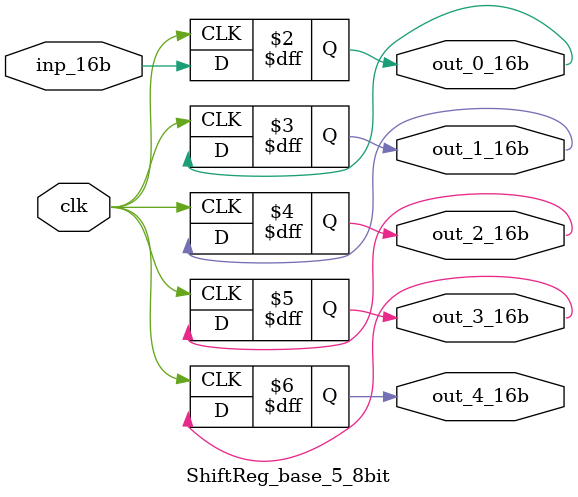
<source format=v>
module top(
//Inputs
  w_bias,

  w_kernel_1_tap_stencil_0_0,
  w_kernel_1_tap_stencil_0_1,
  w_kernel_1_tap_stencil_0_2,
  w_kernel_1_tap_stencil_0_3,
  w_kernel_1_tap_stencil_0_4,
  w_kernel_1_tap_stencil_1_0,
  w_kernel_1_tap_stencil_1_1,
  w_kernel_1_tap_stencil_1_2,
  w_kernel_1_tap_stencil_1_3,
  w_kernel_1_tap_stencil_1_4,
  w_kernel_1_tap_stencil_2_0,
  w_kernel_1_tap_stencil_2_1,
  w_kernel_1_tap_stencil_2_2,
  w_kernel_1_tap_stencil_2_3,
  w_kernel_1_tap_stencil_2_4,
  w_kernel_1_tap_stencil_3_0,
  w_kernel_1_tap_stencil_3_1,
  w_kernel_1_tap_stencil_3_2,
  w_kernel_1_tap_stencil_3_3,
  w_kernel_1_tap_stencil_3_4,
  w_kernel_1_tap_stencil_4_0,
  w_kernel_1_tap_stencil_4_1,
  w_kernel_1_tap_stencil_4_2,
  w_kernel_1_tap_stencil_4_3,
  w_kernel_1_tap_stencil_4_4,

  w_repeat_edge_1_stencil_update_stream_0_0_0,
  w_repeat_edge_1_stencil_update_stream_0_0_1,
  w_repeat_edge_1_stencil_update_stream_0_0_2,

  w_weight_tap_stencil_0_0,
  w_weight_tap_stencil_0_1,
  w_weight_tap_stencil_0_2,
  w_weight_tap_stencil_0_3,
  w_weight_tap_stencil_0_4,
  w_weight_tap_stencil_1_0,
  w_weight_tap_stencil_1_1,
  w_weight_tap_stencil_1_2,
  w_weight_tap_stencil_1_3,
  w_weight_tap_stencil_1_4,
  w_weight_tap_stencil_2_0,
  w_weight_tap_stencil_2_1,
  w_weight_tap_stencil_2_2,
  w_weight_tap_stencil_2_3,
  w_weight_tap_stencil_2_4,
  w_weight_tap_stencil_3_0,
  w_weight_tap_stencil_3_1,
  w_weight_tap_stencil_3_2,
  w_weight_tap_stencil_3_3,
  w_weight_tap_stencil_3_4,
  w_weight_tap_stencil_4_0,
  w_weight_tap_stencil_4_1,
  w_weight_tap_stencil_4_2,
  w_weight_tap_stencil_4_3,
  w_weight_tap_stencil_4_4,

//Outputs
  w_f1_stencil_stream_0_0_0,
  w_f1_stencil_stream_0_0_1,
  w_f1_stencil_stream_0_0_2,

  clk
);

//Inputs
input    w_bias;

input    w_kernel_1_tap_stencil_0_0;
input    w_kernel_1_tap_stencil_0_1;
input    w_kernel_1_tap_stencil_0_2;
input    w_kernel_1_tap_stencil_0_3;
input    w_kernel_1_tap_stencil_0_4;
input    w_kernel_1_tap_stencil_1_0;
input    w_kernel_1_tap_stencil_1_1;
input    w_kernel_1_tap_stencil_1_2;
input    w_kernel_1_tap_stencil_1_3;
input    w_kernel_1_tap_stencil_1_4;
input    w_kernel_1_tap_stencil_2_0;
input    w_kernel_1_tap_stencil_2_1;
input    w_kernel_1_tap_stencil_2_2;
input    w_kernel_1_tap_stencil_2_3;
input    w_kernel_1_tap_stencil_2_4;
input    w_kernel_1_tap_stencil_3_0;
input    w_kernel_1_tap_stencil_3_1;
input    w_kernel_1_tap_stencil_3_2;
input    w_kernel_1_tap_stencil_3_3;
input    w_kernel_1_tap_stencil_3_4;
input    w_kernel_1_tap_stencil_4_0;
input    w_kernel_1_tap_stencil_4_1;
input    w_kernel_1_tap_stencil_4_2;
input    w_kernel_1_tap_stencil_4_3;
input    w_kernel_1_tap_stencil_4_4;

input    w_repeat_edge_1_stencil_update_stream_0_0_0;
input    w_repeat_edge_1_stencil_update_stream_0_0_1;
input    w_repeat_edge_1_stencil_update_stream_0_0_2;

input    w_weight_tap_stencil_0_0;
input    w_weight_tap_stencil_0_1;
input    w_weight_tap_stencil_0_2;
input    w_weight_tap_stencil_0_3;
input    w_weight_tap_stencil_0_4;
input    w_weight_tap_stencil_1_0;
input    w_weight_tap_stencil_1_1;
input    w_weight_tap_stencil_1_2;
input    w_weight_tap_stencil_1_3;
input    w_weight_tap_stencil_1_4;
input    w_weight_tap_stencil_2_0;
input    w_weight_tap_stencil_2_1;
input    w_weight_tap_stencil_2_2;
input    w_weight_tap_stencil_2_3;
input    w_weight_tap_stencil_2_4;
input    w_weight_tap_stencil_3_0;
input    w_weight_tap_stencil_3_1;
input    w_weight_tap_stencil_3_2;
input    w_weight_tap_stencil_3_3;
input    w_weight_tap_stencil_3_4;
input    w_weight_tap_stencil_4_0;
input    w_weight_tap_stencil_4_1;
input    w_weight_tap_stencil_4_2;
input    w_weight_tap_stencil_4_3;
input    w_weight_tap_stencil_4_4;

//Outputs
output   w_f1_stencil_stream_0_0_0;
output   w_f1_stencil_stream_0_0_1;
output   w_f1_stencil_stream_0_0_2;

input   clk;

wire   w_conv1_1_stencil_stream_0_0_0;
wire   w_conv1_1_stencil_stream_0_0_1;
wire   w_conv1_1_stencil_stream_0_0_2;
wire   w_conv1_1_stencil_stream_0_1_0;
wire   w_conv1_1_stencil_stream_0_1_1;
wire   w_conv1_1_stencil_stream_0_1_2;
wire   w_conv1_1_stencil_stream_0_2_0;
wire   w_conv1_1_stencil_stream_0_2_1;
wire   w_conv1_1_stencil_stream_0_2_2;
wire   w_conv1_1_stencil_stream_0_3_0;
wire   w_conv1_1_stencil_stream_0_3_1;
wire   w_conv1_1_stencil_stream_0_3_2;
wire   w_conv1_1_stencil_stream_0_4_0;
wire   w_conv1_1_stencil_stream_0_4_1;
wire   w_conv1_1_stencil_stream_0_4_2;
wire   w_conv1_1_stencil_stream_1_0_0;
wire   w_conv1_1_stencil_stream_1_0_1;
wire   w_conv1_1_stencil_stream_1_0_2;
wire   w_conv1_1_stencil_stream_1_1_0;
wire   w_conv1_1_stencil_stream_1_1_1;
wire   w_conv1_1_stencil_stream_1_1_2;
wire   w_conv1_1_stencil_stream_1_2_0;
wire   w_conv1_1_stencil_stream_1_2_1;
wire   w_conv1_1_stencil_stream_1_2_2;
wire   w_conv1_1_stencil_stream_1_3_0;
wire   w_conv1_1_stencil_stream_1_3_1;
wire   w_conv1_1_stencil_stream_1_3_2;
wire   w_conv1_1_stencil_stream_1_4_0;
wire   w_conv1_1_stencil_stream_1_4_1;
wire   w_conv1_1_stencil_stream_1_4_2;
wire   w_conv1_1_stencil_stream_2_0_0;
wire   w_conv1_1_stencil_stream_2_0_1;
wire   w_conv1_1_stencil_stream_2_0_2;
wire   w_conv1_1_stencil_stream_2_1_0;
wire   w_conv1_1_stencil_stream_2_1_1;
wire   w_conv1_1_stencil_stream_2_1_2;
wire   w_conv1_1_stencil_stream_2_2_0;
wire   w_conv1_1_stencil_stream_2_2_1;
wire   w_conv1_1_stencil_stream_2_2_2;
wire   w_conv1_1_stencil_stream_2_3_0;
wire   w_conv1_1_stencil_stream_2_3_1;
wire   w_conv1_1_stencil_stream_2_3_2;
wire   w_conv1_1_stencil_stream_2_4_0;
wire   w_conv1_1_stencil_stream_2_4_1;
wire   w_conv1_1_stencil_stream_2_4_2;
wire   w_conv1_1_stencil_stream_3_0_0;
wire   w_conv1_1_stencil_stream_3_0_1;
wire   w_conv1_1_stencil_stream_3_0_2;
wire   w_conv1_1_stencil_stream_3_1_0;
wire   w_conv1_1_stencil_stream_3_1_1;
wire   w_conv1_1_stencil_stream_3_1_2;
wire   w_conv1_1_stencil_stream_3_2_0;
wire   w_conv1_1_stencil_stream_3_2_1;
wire   w_conv1_1_stencil_stream_3_2_2;
wire   w_conv1_1_stencil_stream_3_3_0;
wire   w_conv1_1_stencil_stream_3_3_1;
wire   w_conv1_1_stencil_stream_3_3_2;
wire   w_conv1_1_stencil_stream_3_4_0;
wire   w_conv1_1_stencil_stream_3_4_1;
wire   w_conv1_1_stencil_stream_3_4_2;
wire   w_conv1_1_stencil_stream_4_0_0;
wire   w_conv1_1_stencil_stream_4_0_1;
wire   w_conv1_1_stencil_stream_4_0_2;
wire   w_conv1_1_stencil_stream_4_1_0;
wire   w_conv1_1_stencil_stream_4_1_1;
wire   w_conv1_1_stencil_stream_4_1_2;
wire   w_conv1_1_stencil_stream_4_2_0;
wire   w_conv1_1_stencil_stream_4_2_1;
wire   w_conv1_1_stencil_stream_4_2_2;
wire   w_conv1_1_stencil_stream_4_3_0;
wire   w_conv1_1_stencil_stream_4_3_1;
wire   w_conv1_1_stencil_stream_4_3_2;
wire   w_conv1_1_stencil_stream_4_4_0;
wire   w_conv1_1_stencil_stream_4_4_1;
wire   w_conv1_1_stencil_stream_4_4_2;

wire   w_conv1_1_stencil_update_stream_0_0_0;
wire   w_conv1_1_stencil_update_stream_0_0_1;
wire   w_conv1_1_stencil_update_stream_0_0_2;

wire   w_repeat_edge_1_stencil_stream_0_0_0;
wire   w_repeat_edge_1_stencil_stream_0_0_1;
wire   w_repeat_edge_1_stencil_stream_0_0_2;
wire   w_repeat_edge_1_stencil_stream_0_1_0;
wire   w_repeat_edge_1_stencil_stream_0_1_1;
wire   w_repeat_edge_1_stencil_stream_0_1_2;
wire   w_repeat_edge_1_stencil_stream_0_2_0;
wire   w_repeat_edge_1_stencil_stream_0_2_1;
wire   w_repeat_edge_1_stencil_stream_0_2_2;
wire   w_repeat_edge_1_stencil_stream_0_3_0;
wire   w_repeat_edge_1_stencil_stream_0_3_1;
wire   w_repeat_edge_1_stencil_stream_0_3_2;
wire   w_repeat_edge_1_stencil_stream_0_4_0;
wire   w_repeat_edge_1_stencil_stream_0_4_1;
wire   w_repeat_edge_1_stencil_stream_0_4_2;
wire   w_repeat_edge_1_stencil_stream_1_0_0;
wire   w_repeat_edge_1_stencil_stream_1_0_1;
wire   w_repeat_edge_1_stencil_stream_1_0_2;
wire   w_repeat_edge_1_stencil_stream_1_1_0;
wire   w_repeat_edge_1_stencil_stream_1_1_1;
wire   w_repeat_edge_1_stencil_stream_1_1_2;
wire   w_repeat_edge_1_stencil_stream_1_2_0;
wire   w_repeat_edge_1_stencil_stream_1_2_1;
wire   w_repeat_edge_1_stencil_stream_1_2_2;
wire   w_repeat_edge_1_stencil_stream_1_3_0;
wire   w_repeat_edge_1_stencil_stream_1_3_1;
wire   w_repeat_edge_1_stencil_stream_1_3_2;
wire   w_repeat_edge_1_stencil_stream_1_4_0;
wire   w_repeat_edge_1_stencil_stream_1_4_1;
wire   w_repeat_edge_1_stencil_stream_1_4_2;
wire   w_repeat_edge_1_stencil_stream_2_0_0;
wire   w_repeat_edge_1_stencil_stream_2_0_1;
wire   w_repeat_edge_1_stencil_stream_2_0_2;
wire   w_repeat_edge_1_stencil_stream_2_1_0;
wire   w_repeat_edge_1_stencil_stream_2_1_1;
wire   w_repeat_edge_1_stencil_stream_2_1_2;
wire   w_repeat_edge_1_stencil_stream_2_2_0;
wire   w_repeat_edge_1_stencil_stream_2_2_1;
wire   w_repeat_edge_1_stencil_stream_2_2_2;
wire   w_repeat_edge_1_stencil_stream_2_3_0;
wire   w_repeat_edge_1_stencil_stream_2_3_1;
wire   w_repeat_edge_1_stencil_stream_2_3_2;
wire   w_repeat_edge_1_stencil_stream_2_4_0;
wire   w_repeat_edge_1_stencil_stream_2_4_1;
wire   w_repeat_edge_1_stencil_stream_2_4_2;
wire   w_repeat_edge_1_stencil_stream_3_0_0;
wire   w_repeat_edge_1_stencil_stream_3_0_1;
wire   w_repeat_edge_1_stencil_stream_3_0_2;
wire   w_repeat_edge_1_stencil_stream_3_1_0;
wire   w_repeat_edge_1_stencil_stream_3_1_1;
wire   w_repeat_edge_1_stencil_stream_3_1_2;
wire   w_repeat_edge_1_stencil_stream_3_2_0;
wire   w_repeat_edge_1_stencil_stream_3_2_1;
wire   w_repeat_edge_1_stencil_stream_3_2_2;
wire   w_repeat_edge_1_stencil_stream_3_3_0;
wire   w_repeat_edge_1_stencil_stream_3_3_1;
wire   w_repeat_edge_1_stencil_stream_3_3_2;
wire   w_repeat_edge_1_stencil_stream_3_4_0;
wire   w_repeat_edge_1_stencil_stream_3_4_1;
wire   w_repeat_edge_1_stencil_stream_3_4_2;
wire   w_repeat_edge_1_stencil_stream_4_0_0;
wire   w_repeat_edge_1_stencil_stream_4_0_1;
wire   w_repeat_edge_1_stencil_stream_4_0_2;
wire   w_repeat_edge_1_stencil_stream_4_1_0;
wire   w_repeat_edge_1_stencil_stream_4_1_1;
wire   w_repeat_edge_1_stencil_stream_4_1_2;
wire   w_repeat_edge_1_stencil_stream_4_2_0;
wire   w_repeat_edge_1_stencil_stream_4_2_1;
wire   w_repeat_edge_1_stencil_stream_4_2_2;
wire   w_repeat_edge_1_stencil_stream_4_3_0;
wire   w_repeat_edge_1_stencil_stream_4_3_1;
wire   w_repeat_edge_1_stencil_stream_4_3_2;
wire   w_repeat_edge_1_stencil_stream_4_4_0;
wire   w_repeat_edge_1_stencil_stream_4_4_1;
wire   w_repeat_edge_1_stencil_stream_4_4_2;

wire   gnd;
assign gnd=1'b0;

kernel__conv1_1_stencil_update_stream KERN__conv1_1_stencil_update_stream (
		.w_kernel_1_tap_stencil_0_0(w_kernel_1_tap_stencil_0_0),
		.w_kernel_1_tap_stencil_0_1(w_kernel_1_tap_stencil_0_1),
		.w_kernel_1_tap_stencil_0_2(w_kernel_1_tap_stencil_0_2),
		.w_kernel_1_tap_stencil_0_3(w_kernel_1_tap_stencil_0_3),
		.w_kernel_1_tap_stencil_0_4(w_kernel_1_tap_stencil_0_4),
		.w_kernel_1_tap_stencil_1_0(w_kernel_1_tap_stencil_1_0),
		.w_kernel_1_tap_stencil_1_1(w_kernel_1_tap_stencil_1_1),
		.w_kernel_1_tap_stencil_1_2(w_kernel_1_tap_stencil_1_2),
		.w_kernel_1_tap_stencil_1_3(w_kernel_1_tap_stencil_1_3),
		.w_kernel_1_tap_stencil_1_4(w_kernel_1_tap_stencil_1_4),
		.w_kernel_1_tap_stencil_2_0(w_kernel_1_tap_stencil_2_0),
		.w_kernel_1_tap_stencil_2_1(w_kernel_1_tap_stencil_2_1),
		.w_kernel_1_tap_stencil_2_2(w_kernel_1_tap_stencil_2_2),
		.w_kernel_1_tap_stencil_2_3(w_kernel_1_tap_stencil_2_3),
		.w_kernel_1_tap_stencil_2_4(w_kernel_1_tap_stencil_2_4),
		.w_kernel_1_tap_stencil_3_0(w_kernel_1_tap_stencil_3_0),
		.w_kernel_1_tap_stencil_3_1(w_kernel_1_tap_stencil_3_1),
		.w_kernel_1_tap_stencil_3_2(w_kernel_1_tap_stencil_3_2),
		.w_kernel_1_tap_stencil_3_3(w_kernel_1_tap_stencil_3_3),
		.w_kernel_1_tap_stencil_3_4(w_kernel_1_tap_stencil_3_4),
		.w_kernel_1_tap_stencil_4_0(w_kernel_1_tap_stencil_4_0),
		.w_kernel_1_tap_stencil_4_1(w_kernel_1_tap_stencil_4_1),
		.w_kernel_1_tap_stencil_4_2(w_kernel_1_tap_stencil_4_2),
		.w_kernel_1_tap_stencil_4_3(w_kernel_1_tap_stencil_4_3),
		.w_kernel_1_tap_stencil_4_4(w_kernel_1_tap_stencil_4_4),
		.w_repeat_edge_1_stencil_0_0_0(w_repeat_edge_1_stencil_stream_0_0_0),
		.w_repeat_edge_1_stencil_0_0_1(w_repeat_edge_1_stencil_stream_0_0_1),
		.w_repeat_edge_1_stencil_0_0_2(w_repeat_edge_1_stencil_stream_0_0_2),
		.w_repeat_edge_1_stencil_0_1_0(w_repeat_edge_1_stencil_stream_0_1_0),
		.w_repeat_edge_1_stencil_0_1_1(w_repeat_edge_1_stencil_stream_0_1_1),
		.w_repeat_edge_1_stencil_0_1_2(w_repeat_edge_1_stencil_stream_0_1_2),
		.w_repeat_edge_1_stencil_0_2_0(w_repeat_edge_1_stencil_stream_0_2_0),
		.w_repeat_edge_1_stencil_0_2_1(w_repeat_edge_1_stencil_stream_0_2_1),
		.w_repeat_edge_1_stencil_0_2_2(w_repeat_edge_1_stencil_stream_0_2_2),
		.w_repeat_edge_1_stencil_0_3_0(w_repeat_edge_1_stencil_stream_0_3_0),
		.w_repeat_edge_1_stencil_0_3_1(w_repeat_edge_1_stencil_stream_0_3_1),
		.w_repeat_edge_1_stencil_0_3_2(w_repeat_edge_1_stencil_stream_0_3_2),
		.w_repeat_edge_1_stencil_0_4_0(w_repeat_edge_1_stencil_stream_0_4_0),
		.w_repeat_edge_1_stencil_0_4_1(w_repeat_edge_1_stencil_stream_0_4_1),
		.w_repeat_edge_1_stencil_0_4_2(w_repeat_edge_1_stencil_stream_0_4_2),
		.w_repeat_edge_1_stencil_1_0_0(w_repeat_edge_1_stencil_stream_1_0_0),
		.w_repeat_edge_1_stencil_1_0_1(w_repeat_edge_1_stencil_stream_1_0_1),
		.w_repeat_edge_1_stencil_1_0_2(w_repeat_edge_1_stencil_stream_1_0_2),
		.w_repeat_edge_1_stencil_1_1_0(w_repeat_edge_1_stencil_stream_1_1_0),
		.w_repeat_edge_1_stencil_1_1_1(w_repeat_edge_1_stencil_stream_1_1_1),
		.w_repeat_edge_1_stencil_1_1_2(w_repeat_edge_1_stencil_stream_1_1_2),
		.w_repeat_edge_1_stencil_1_2_0(w_repeat_edge_1_stencil_stream_1_2_0),
		.w_repeat_edge_1_stencil_1_2_1(w_repeat_edge_1_stencil_stream_1_2_1),
		.w_repeat_edge_1_stencil_1_2_2(w_repeat_edge_1_stencil_stream_1_2_2),
		.w_repeat_edge_1_stencil_1_3_0(w_repeat_edge_1_stencil_stream_1_3_0),
		.w_repeat_edge_1_stencil_1_3_1(w_repeat_edge_1_stencil_stream_1_3_1),
		.w_repeat_edge_1_stencil_1_3_2(w_repeat_edge_1_stencil_stream_1_3_2),
		.w_repeat_edge_1_stencil_1_4_0(w_repeat_edge_1_stencil_stream_1_4_0),
		.w_repeat_edge_1_stencil_1_4_1(w_repeat_edge_1_stencil_stream_1_4_1),
		.w_repeat_edge_1_stencil_1_4_2(w_repeat_edge_1_stencil_stream_1_4_2),
		.w_repeat_edge_1_stencil_2_0_0(w_repeat_edge_1_stencil_stream_2_0_0),
		.w_repeat_edge_1_stencil_2_0_1(w_repeat_edge_1_stencil_stream_2_0_1),
		.w_repeat_edge_1_stencil_2_0_2(w_repeat_edge_1_stencil_stream_2_0_2),
		.w_repeat_edge_1_stencil_2_1_0(w_repeat_edge_1_stencil_stream_2_1_0),
		.w_repeat_edge_1_stencil_2_1_1(w_repeat_edge_1_stencil_stream_2_1_1),
		.w_repeat_edge_1_stencil_2_1_2(w_repeat_edge_1_stencil_stream_2_1_2),
		.w_repeat_edge_1_stencil_2_2_0(w_repeat_edge_1_stencil_stream_2_2_0),
		.w_repeat_edge_1_stencil_2_2_1(w_repeat_edge_1_stencil_stream_2_2_1),
		.w_repeat_edge_1_stencil_2_2_2(w_repeat_edge_1_stencil_stream_2_2_2),
		.w_repeat_edge_1_stencil_2_3_0(w_repeat_edge_1_stencil_stream_2_3_0),
		.w_repeat_edge_1_stencil_2_3_1(w_repeat_edge_1_stencil_stream_2_3_1),
		.w_repeat_edge_1_stencil_2_3_2(w_repeat_edge_1_stencil_stream_2_3_2),
		.w_repeat_edge_1_stencil_2_4_0(w_repeat_edge_1_stencil_stream_2_4_0),
		.w_repeat_edge_1_stencil_2_4_1(w_repeat_edge_1_stencil_stream_2_4_1),
		.w_repeat_edge_1_stencil_2_4_2(w_repeat_edge_1_stencil_stream_2_4_2),
		.w_repeat_edge_1_stencil_3_0_0(w_repeat_edge_1_stencil_stream_3_0_0),
		.w_repeat_edge_1_stencil_3_0_1(w_repeat_edge_1_stencil_stream_3_0_1),
		.w_repeat_edge_1_stencil_3_0_2(w_repeat_edge_1_stencil_stream_3_0_2),
		.w_repeat_edge_1_stencil_3_1_0(w_repeat_edge_1_stencil_stream_3_1_0),
		.w_repeat_edge_1_stencil_3_1_1(w_repeat_edge_1_stencil_stream_3_1_1),
		.w_repeat_edge_1_stencil_3_1_2(w_repeat_edge_1_stencil_stream_3_1_2),
		.w_repeat_edge_1_stencil_3_2_0(w_repeat_edge_1_stencil_stream_3_2_0),
		.w_repeat_edge_1_stencil_3_2_1(w_repeat_edge_1_stencil_stream_3_2_1),
		.w_repeat_edge_1_stencil_3_2_2(w_repeat_edge_1_stencil_stream_3_2_2),
		.w_repeat_edge_1_stencil_3_3_0(w_repeat_edge_1_stencil_stream_3_3_0),
		.w_repeat_edge_1_stencil_3_3_1(w_repeat_edge_1_stencil_stream_3_3_1),
		.w_repeat_edge_1_stencil_3_3_2(w_repeat_edge_1_stencil_stream_3_3_2),
		.w_repeat_edge_1_stencil_3_4_0(w_repeat_edge_1_stencil_stream_3_4_0),
		.w_repeat_edge_1_stencil_3_4_1(w_repeat_edge_1_stencil_stream_3_4_1),
		.w_repeat_edge_1_stencil_3_4_2(w_repeat_edge_1_stencil_stream_3_4_2),
		.w_repeat_edge_1_stencil_4_0_0(w_repeat_edge_1_stencil_stream_4_0_0),
		.w_repeat_edge_1_stencil_4_0_1(w_repeat_edge_1_stencil_stream_4_0_1),
		.w_repeat_edge_1_stencil_4_0_2(w_repeat_edge_1_stencil_stream_4_0_2),
		.w_repeat_edge_1_stencil_4_1_0(w_repeat_edge_1_stencil_stream_4_1_0),
		.w_repeat_edge_1_stencil_4_1_1(w_repeat_edge_1_stencil_stream_4_1_1),
		.w_repeat_edge_1_stencil_4_1_2(w_repeat_edge_1_stencil_stream_4_1_2),
		.w_repeat_edge_1_stencil_4_2_0(w_repeat_edge_1_stencil_stream_4_2_0),
		.w_repeat_edge_1_stencil_4_2_1(w_repeat_edge_1_stencil_stream_4_2_1),
		.w_repeat_edge_1_stencil_4_2_2(w_repeat_edge_1_stencil_stream_4_2_2),
		.w_repeat_edge_1_stencil_4_3_0(w_repeat_edge_1_stencil_stream_4_3_0),
		.w_repeat_edge_1_stencil_4_3_1(w_repeat_edge_1_stencil_stream_4_3_1),
		.w_repeat_edge_1_stencil_4_3_2(w_repeat_edge_1_stencil_stream_4_3_2),
		.w_repeat_edge_1_stencil_4_4_0(w_repeat_edge_1_stencil_stream_4_4_0),
		.w_repeat_edge_1_stencil_4_4_1(w_repeat_edge_1_stencil_stream_4_4_1),
		.w_repeat_edge_1_stencil_4_4_2(w_repeat_edge_1_stencil_stream_4_4_2),

		.out_w_conv1_1_stencil_0_0_0(w_conv1_1_stencil_update_stream_0_0_0),
		.out_w_conv1_1_stencil_0_0_1(w_conv1_1_stencil_update_stream_0_0_1),
		.out_w_conv1_1_stencil_0_0_2(w_conv1_1_stencil_update_stream_0_0_2),

		.clk(clk)
);

LB_5_5_3_16bit_False LB__conv1_1_stencil_stream (
		.clk(clk),

		.in0(w_conv1_1_stencil_update_stream_0_0_0),
		.in1(w_conv1_1_stencil_update_stream_0_0_1),
		.in2(w_conv1_1_stencil_update_stream_0_0_2),

		.out0(w_conv1_1_stencil_stream_0_0_0),
		.out1(w_conv1_1_stencil_stream_0_0_1),
		.out2(w_conv1_1_stencil_stream_0_0_2),
		.out3(w_conv1_1_stencil_stream_0_1_0),
		.out4(w_conv1_1_stencil_stream_0_1_1),
		.out5(w_conv1_1_stencil_stream_0_1_2),
		.out6(w_conv1_1_stencil_stream_0_2_0),
		.out7(w_conv1_1_stencil_stream_0_2_1),
		.out8(w_conv1_1_stencil_stream_0_2_2),
		.out9(w_conv1_1_stencil_stream_0_3_0),
		.out10(w_conv1_1_stencil_stream_0_3_1),
		.out11(w_conv1_1_stencil_stream_0_3_2),
		.out12(w_conv1_1_stencil_stream_0_4_0),
		.out13(w_conv1_1_stencil_stream_0_4_1),
		.out14(w_conv1_1_stencil_stream_0_4_2),
		.out15(w_conv1_1_stencil_stream_1_0_0),
		.out16(w_conv1_1_stencil_stream_1_0_1),
		.out17(w_conv1_1_stencil_stream_1_0_2),
		.out18(w_conv1_1_stencil_stream_1_1_0),
		.out19(w_conv1_1_stencil_stream_1_1_1),
		.out20(w_conv1_1_stencil_stream_1_1_2),
		.out21(w_conv1_1_stencil_stream_1_2_0),
		.out22(w_conv1_1_stencil_stream_1_2_1),
		.out23(w_conv1_1_stencil_stream_1_2_2),
		.out24(w_conv1_1_stencil_stream_1_3_0),
		.out25(w_conv1_1_stencil_stream_1_3_1),
		.out26(w_conv1_1_stencil_stream_1_3_2),
		.out27(w_conv1_1_stencil_stream_1_4_0),
		.out28(w_conv1_1_stencil_stream_1_4_1),
		.out29(w_conv1_1_stencil_stream_1_4_2),
		.out30(w_conv1_1_stencil_stream_2_0_0),
		.out31(w_conv1_1_stencil_stream_2_0_1),
		.out32(w_conv1_1_stencil_stream_2_0_2),
		.out33(w_conv1_1_stencil_stream_2_1_0),
		.out34(w_conv1_1_stencil_stream_2_1_1),
		.out35(w_conv1_1_stencil_stream_2_1_2),
		.out36(w_conv1_1_stencil_stream_2_2_0),
		.out37(w_conv1_1_stencil_stream_2_2_1),
		.out38(w_conv1_1_stencil_stream_2_2_2),
		.out39(w_conv1_1_stencil_stream_2_3_0),
		.out40(w_conv1_1_stencil_stream_2_3_1),
		.out41(w_conv1_1_stencil_stream_2_3_2),
		.out42(w_conv1_1_stencil_stream_2_4_0),
		.out43(w_conv1_1_stencil_stream_2_4_1),
		.out44(w_conv1_1_stencil_stream_2_4_2),
		.out45(w_conv1_1_stencil_stream_3_0_0),
		.out46(w_conv1_1_stencil_stream_3_0_1),
		.out47(w_conv1_1_stencil_stream_3_0_2),
		.out48(w_conv1_1_stencil_stream_3_1_0),
		.out49(w_conv1_1_stencil_stream_3_1_1),
		.out50(w_conv1_1_stencil_stream_3_1_2),
		.out51(w_conv1_1_stencil_stream_3_2_0),
		.out52(w_conv1_1_stencil_stream_3_2_1),
		.out53(w_conv1_1_stencil_stream_3_2_2),
		.out54(w_conv1_1_stencil_stream_3_3_0),
		.out55(w_conv1_1_stencil_stream_3_3_1),
		.out56(w_conv1_1_stencil_stream_3_3_2),
		.out57(w_conv1_1_stencil_stream_3_4_0),
		.out58(w_conv1_1_stencil_stream_3_4_1),
		.out59(w_conv1_1_stencil_stream_3_4_2),
		.out60(w_conv1_1_stencil_stream_4_0_0),
		.out61(w_conv1_1_stencil_stream_4_0_1),
		.out62(w_conv1_1_stencil_stream_4_0_2),
		.out63(w_conv1_1_stencil_stream_4_1_0),
		.out64(w_conv1_1_stencil_stream_4_1_1),
		.out65(w_conv1_1_stencil_stream_4_1_2),
		.out66(w_conv1_1_stencil_stream_4_2_0),
		.out67(w_conv1_1_stencil_stream_4_2_1),
		.out68(w_conv1_1_stencil_stream_4_2_2),
		.out69(w_conv1_1_stencil_stream_4_3_0),
		.out70(w_conv1_1_stencil_stream_4_3_1),
		.out71(w_conv1_1_stencil_stream_4_3_2),
		.out72(w_conv1_1_stencil_stream_4_4_0),
		.out73(w_conv1_1_stencil_stream_4_4_1),
		.out74(w_conv1_1_stencil_stream_4_4_2)
);

kernel__f1_stencil_stream KERN__f1_stencil_stream (
		.w_bias(w_bias),
		.w_conv1_1_stencil_0_0_0(w_conv1_1_stencil_stream_0_0_0),
		.w_conv1_1_stencil_0_0_1(w_conv1_1_stencil_stream_0_0_1),
		.w_conv1_1_stencil_0_0_2(w_conv1_1_stencil_stream_0_0_2),
		.w_conv1_1_stencil_0_1_0(w_conv1_1_stencil_stream_0_1_0),
		.w_conv1_1_stencil_0_1_1(w_conv1_1_stencil_stream_0_1_1),
		.w_conv1_1_stencil_0_1_2(w_conv1_1_stencil_stream_0_1_2),
		.w_conv1_1_stencil_0_2_0(w_conv1_1_stencil_stream_0_2_0),
		.w_conv1_1_stencil_0_2_1(w_conv1_1_stencil_stream_0_2_1),
		.w_conv1_1_stencil_0_2_2(w_conv1_1_stencil_stream_0_2_2),
		.w_conv1_1_stencil_0_3_0(w_conv1_1_stencil_stream_0_3_0),
		.w_conv1_1_stencil_0_3_1(w_conv1_1_stencil_stream_0_3_1),
		.w_conv1_1_stencil_0_3_2(w_conv1_1_stencil_stream_0_3_2),
		.w_conv1_1_stencil_0_4_0(w_conv1_1_stencil_stream_0_4_0),
		.w_conv1_1_stencil_0_4_1(w_conv1_1_stencil_stream_0_4_1),
		.w_conv1_1_stencil_0_4_2(w_conv1_1_stencil_stream_0_4_2),
		.w_conv1_1_stencil_1_0_0(w_conv1_1_stencil_stream_1_0_0),
		.w_conv1_1_stencil_1_0_1(w_conv1_1_stencil_stream_1_0_1),
		.w_conv1_1_stencil_1_0_2(w_conv1_1_stencil_stream_1_0_2),
		.w_conv1_1_stencil_1_1_0(w_conv1_1_stencil_stream_1_1_0),
		.w_conv1_1_stencil_1_1_1(w_conv1_1_stencil_stream_1_1_1),
		.w_conv1_1_stencil_1_1_2(w_conv1_1_stencil_stream_1_1_2),
		.w_conv1_1_stencil_1_2_0(w_conv1_1_stencil_stream_1_2_0),
		.w_conv1_1_stencil_1_2_1(w_conv1_1_stencil_stream_1_2_1),
		.w_conv1_1_stencil_1_2_2(w_conv1_1_stencil_stream_1_2_2),
		.w_conv1_1_stencil_1_3_0(w_conv1_1_stencil_stream_1_3_0),
		.w_conv1_1_stencil_1_3_1(w_conv1_1_stencil_stream_1_3_1),
		.w_conv1_1_stencil_1_3_2(w_conv1_1_stencil_stream_1_3_2),
		.w_conv1_1_stencil_1_4_0(w_conv1_1_stencil_stream_1_4_0),
		.w_conv1_1_stencil_1_4_1(w_conv1_1_stencil_stream_1_4_1),
		.w_conv1_1_stencil_1_4_2(w_conv1_1_stencil_stream_1_4_2),
		.w_conv1_1_stencil_2_0_0(w_conv1_1_stencil_stream_2_0_0),
		.w_conv1_1_stencil_2_0_1(w_conv1_1_stencil_stream_2_0_1),
		.w_conv1_1_stencil_2_0_2(w_conv1_1_stencil_stream_2_0_2),
		.w_conv1_1_stencil_2_1_0(w_conv1_1_stencil_stream_2_1_0),
		.w_conv1_1_stencil_2_1_1(w_conv1_1_stencil_stream_2_1_1),
		.w_conv1_1_stencil_2_1_2(w_conv1_1_stencil_stream_2_1_2),
		.w_conv1_1_stencil_2_2_0(w_conv1_1_stencil_stream_2_2_0),
		.w_conv1_1_stencil_2_2_1(w_conv1_1_stencil_stream_2_2_1),
		.w_conv1_1_stencil_2_2_2(w_conv1_1_stencil_stream_2_2_2),
		.w_conv1_1_stencil_2_3_0(w_conv1_1_stencil_stream_2_3_0),
		.w_conv1_1_stencil_2_3_1(w_conv1_1_stencil_stream_2_3_1),
		.w_conv1_1_stencil_2_3_2(w_conv1_1_stencil_stream_2_3_2),
		.w_conv1_1_stencil_2_4_0(w_conv1_1_stencil_stream_2_4_0),
		.w_conv1_1_stencil_2_4_1(w_conv1_1_stencil_stream_2_4_1),
		.w_conv1_1_stencil_2_4_2(w_conv1_1_stencil_stream_2_4_2),
		.w_conv1_1_stencil_3_0_0(w_conv1_1_stencil_stream_3_0_0),
		.w_conv1_1_stencil_3_0_1(w_conv1_1_stencil_stream_3_0_1),
		.w_conv1_1_stencil_3_0_2(w_conv1_1_stencil_stream_3_0_2),
		.w_conv1_1_stencil_3_1_0(w_conv1_1_stencil_stream_3_1_0),
		.w_conv1_1_stencil_3_1_1(w_conv1_1_stencil_stream_3_1_1),
		.w_conv1_1_stencil_3_1_2(w_conv1_1_stencil_stream_3_1_2),
		.w_conv1_1_stencil_3_2_0(w_conv1_1_stencil_stream_3_2_0),
		.w_conv1_1_stencil_3_2_1(w_conv1_1_stencil_stream_3_2_1),
		.w_conv1_1_stencil_3_2_2(w_conv1_1_stencil_stream_3_2_2),
		.w_conv1_1_stencil_3_3_0(w_conv1_1_stencil_stream_3_3_0),
		.w_conv1_1_stencil_3_3_1(w_conv1_1_stencil_stream_3_3_1),
		.w_conv1_1_stencil_3_3_2(w_conv1_1_stencil_stream_3_3_2),
		.w_conv1_1_stencil_3_4_0(w_conv1_1_stencil_stream_3_4_0),
		.w_conv1_1_stencil_3_4_1(w_conv1_1_stencil_stream_3_4_1),
		.w_conv1_1_stencil_3_4_2(w_conv1_1_stencil_stream_3_4_2),
		.w_conv1_1_stencil_4_0_0(w_conv1_1_stencil_stream_4_0_0),
		.w_conv1_1_stencil_4_0_1(w_conv1_1_stencil_stream_4_0_1),
		.w_conv1_1_stencil_4_0_2(w_conv1_1_stencil_stream_4_0_2),
		.w_conv1_1_stencil_4_1_0(w_conv1_1_stencil_stream_4_1_0),
		.w_conv1_1_stencil_4_1_1(w_conv1_1_stencil_stream_4_1_1),
		.w_conv1_1_stencil_4_1_2(w_conv1_1_stencil_stream_4_1_2),
		.w_conv1_1_stencil_4_2_0(w_conv1_1_stencil_stream_4_2_0),
		.w_conv1_1_stencil_4_2_1(w_conv1_1_stencil_stream_4_2_1),
		.w_conv1_1_stencil_4_2_2(w_conv1_1_stencil_stream_4_2_2),
		.w_conv1_1_stencil_4_3_0(w_conv1_1_stencil_stream_4_3_0),
		.w_conv1_1_stencil_4_3_1(w_conv1_1_stencil_stream_4_3_1),
		.w_conv1_1_stencil_4_3_2(w_conv1_1_stencil_stream_4_3_2),
		.w_conv1_1_stencil_4_4_0(w_conv1_1_stencil_stream_4_4_0),
		.w_conv1_1_stencil_4_4_1(w_conv1_1_stencil_stream_4_4_1),
		.w_conv1_1_stencil_4_4_2(w_conv1_1_stencil_stream_4_4_2),
		.w_weight_tap_stencil_0_0(w_weight_tap_stencil_0_0),
		.w_weight_tap_stencil_0_1(w_weight_tap_stencil_0_1),
		.w_weight_tap_stencil_0_2(w_weight_tap_stencil_0_2),
		.w_weight_tap_stencil_0_3(w_weight_tap_stencil_0_3),
		.w_weight_tap_stencil_0_4(w_weight_tap_stencil_0_4),
		.w_weight_tap_stencil_1_0(w_weight_tap_stencil_1_0),
		.w_weight_tap_stencil_1_1(w_weight_tap_stencil_1_1),
		.w_weight_tap_stencil_1_2(w_weight_tap_stencil_1_2),
		.w_weight_tap_stencil_1_3(w_weight_tap_stencil_1_3),
		.w_weight_tap_stencil_1_4(w_weight_tap_stencil_1_4),
		.w_weight_tap_stencil_2_0(w_weight_tap_stencil_2_0),
		.w_weight_tap_stencil_2_1(w_weight_tap_stencil_2_1),
		.w_weight_tap_stencil_2_2(w_weight_tap_stencil_2_2),
		.w_weight_tap_stencil_2_3(w_weight_tap_stencil_2_3),
		.w_weight_tap_stencil_2_4(w_weight_tap_stencil_2_4),
		.w_weight_tap_stencil_3_0(w_weight_tap_stencil_3_0),
		.w_weight_tap_stencil_3_1(w_weight_tap_stencil_3_1),
		.w_weight_tap_stencil_3_2(w_weight_tap_stencil_3_2),
		.w_weight_tap_stencil_3_3(w_weight_tap_stencil_3_3),
		.w_weight_tap_stencil_3_4(w_weight_tap_stencil_3_4),
		.w_weight_tap_stencil_4_0(w_weight_tap_stencil_4_0),
		.w_weight_tap_stencil_4_1(w_weight_tap_stencil_4_1),
		.w_weight_tap_stencil_4_2(w_weight_tap_stencil_4_2),
		.w_weight_tap_stencil_4_3(w_weight_tap_stencil_4_3),
		.w_weight_tap_stencil_4_4(w_weight_tap_stencil_4_4),

		.out_w_f1_stencil_0_0_1(w_f1_stencil_stream_0_0_0),
		.out_w_f1_stencil_0_0_2(w_f1_stencil_stream_0_0_1),
		.out_w_f1_stencil_packed(w_f1_stencil_stream_0_0_2),

		.clk(clk)
);

LB_5_5_3_8bit_False LB__repeat_edge_1_stencil_stream (
		.clk(clk),

		.in0(w_repeat_edge_1_stencil_update_stream_0_0_0),
		.in1(w_repeat_edge_1_stencil_update_stream_0_0_1),
		.in2(w_repeat_edge_1_stencil_update_stream_0_0_2),

		.out0(w_repeat_edge_1_stencil_stream_0_0_0),
		.out1(w_repeat_edge_1_stencil_stream_0_0_1),
		.out2(w_repeat_edge_1_stencil_stream_0_0_2),
		.out3(w_repeat_edge_1_stencil_stream_0_1_0),
		.out4(w_repeat_edge_1_stencil_stream_0_1_1),
		.out5(w_repeat_edge_1_stencil_stream_0_1_2),
		.out6(w_repeat_edge_1_stencil_stream_0_2_0),
		.out7(w_repeat_edge_1_stencil_stream_0_2_1),
		.out8(w_repeat_edge_1_stencil_stream_0_2_2),
		.out9(w_repeat_edge_1_stencil_stream_0_3_0),
		.out10(w_repeat_edge_1_stencil_stream_0_3_1),
		.out11(w_repeat_edge_1_stencil_stream_0_3_2),
		.out12(w_repeat_edge_1_stencil_stream_0_4_0),
		.out13(w_repeat_edge_1_stencil_stream_0_4_1),
		.out14(w_repeat_edge_1_stencil_stream_0_4_2),
		.out15(w_repeat_edge_1_stencil_stream_1_0_0),
		.out16(w_repeat_edge_1_stencil_stream_1_0_1),
		.out17(w_repeat_edge_1_stencil_stream_1_0_2),
		.out18(w_repeat_edge_1_stencil_stream_1_1_0),
		.out19(w_repeat_edge_1_stencil_stream_1_1_1),
		.out20(w_repeat_edge_1_stencil_stream_1_1_2),
		.out21(w_repeat_edge_1_stencil_stream_1_2_0),
		.out22(w_repeat_edge_1_stencil_stream_1_2_1),
		.out23(w_repeat_edge_1_stencil_stream_1_2_2),
		.out24(w_repeat_edge_1_stencil_stream_1_3_0),
		.out25(w_repeat_edge_1_stencil_stream_1_3_1),
		.out26(w_repeat_edge_1_stencil_stream_1_3_2),
		.out27(w_repeat_edge_1_stencil_stream_1_4_0),
		.out28(w_repeat_edge_1_stencil_stream_1_4_1),
		.out29(w_repeat_edge_1_stencil_stream_1_4_2),
		.out30(w_repeat_edge_1_stencil_stream_2_0_0),
		.out31(w_repeat_edge_1_stencil_stream_2_0_1),
		.out32(w_repeat_edge_1_stencil_stream_2_0_2),
		.out33(w_repeat_edge_1_stencil_stream_2_1_0),
		.out34(w_repeat_edge_1_stencil_stream_2_1_1),
		.out35(w_repeat_edge_1_stencil_stream_2_1_2),
		.out36(w_repeat_edge_1_stencil_stream_2_2_0),
		.out37(w_repeat_edge_1_stencil_stream_2_2_1),
		.out38(w_repeat_edge_1_stencil_stream_2_2_2),
		.out39(w_repeat_edge_1_stencil_stream_2_3_0),
		.out40(w_repeat_edge_1_stencil_stream_2_3_1),
		.out41(w_repeat_edge_1_stencil_stream_2_3_2),
		.out42(w_repeat_edge_1_stencil_stream_2_4_0),
		.out43(w_repeat_edge_1_stencil_stream_2_4_1),
		.out44(w_repeat_edge_1_stencil_stream_2_4_2),
		.out45(w_repeat_edge_1_stencil_stream_3_0_0),
		.out46(w_repeat_edge_1_stencil_stream_3_0_1),
		.out47(w_repeat_edge_1_stencil_stream_3_0_2),
		.out48(w_repeat_edge_1_stencil_stream_3_1_0),
		.out49(w_repeat_edge_1_stencil_stream_3_1_1),
		.out50(w_repeat_edge_1_stencil_stream_3_1_2),
		.out51(w_repeat_edge_1_stencil_stream_3_2_0),
		.out52(w_repeat_edge_1_stencil_stream_3_2_1),
		.out53(w_repeat_edge_1_stencil_stream_3_2_2),
		.out54(w_repeat_edge_1_stencil_stream_3_3_0),
		.out55(w_repeat_edge_1_stencil_stream_3_3_1),
		.out56(w_repeat_edge_1_stencil_stream_3_3_2),
		.out57(w_repeat_edge_1_stencil_stream_3_4_0),
		.out58(w_repeat_edge_1_stencil_stream_3_4_1),
		.out59(w_repeat_edge_1_stencil_stream_3_4_2),
		.out60(w_repeat_edge_1_stencil_stream_4_0_0),
		.out61(w_repeat_edge_1_stencil_stream_4_0_1),
		.out62(w_repeat_edge_1_stencil_stream_4_0_2),
		.out63(w_repeat_edge_1_stencil_stream_4_1_0),
		.out64(w_repeat_edge_1_stencil_stream_4_1_1),
		.out65(w_repeat_edge_1_stencil_stream_4_1_2),
		.out66(w_repeat_edge_1_stencil_stream_4_2_0),
		.out67(w_repeat_edge_1_stencil_stream_4_2_1),
		.out68(w_repeat_edge_1_stencil_stream_4_2_2),
		.out69(w_repeat_edge_1_stencil_stream_4_3_0),
		.out70(w_repeat_edge_1_stencil_stream_4_3_1),
		.out71(w_repeat_edge_1_stencil_stream_4_3_2),
		.out72(w_repeat_edge_1_stencil_stream_4_4_0),
		.out73(w_repeat_edge_1_stencil_stream_4_4_1),
		.out74(w_repeat_edge_1_stencil_stream_4_4_2)
);

endmodule



module kernel__conv1_1_stencil_update_stream(
//Inputs
  w_kernel_1_tap_stencil_0_0,
  w_kernel_1_tap_stencil_0_1,
  w_kernel_1_tap_stencil_0_2,
  w_kernel_1_tap_stencil_0_3,
  w_kernel_1_tap_stencil_0_4,
  w_kernel_1_tap_stencil_1_0,
  w_kernel_1_tap_stencil_1_1,
  w_kernel_1_tap_stencil_1_2,
  w_kernel_1_tap_stencil_1_3,
  w_kernel_1_tap_stencil_1_4,
  w_kernel_1_tap_stencil_2_0,
  w_kernel_1_tap_stencil_2_1,
  w_kernel_1_tap_stencil_2_2,
  w_kernel_1_tap_stencil_2_3,
  w_kernel_1_tap_stencil_2_4,
  w_kernel_1_tap_stencil_3_0,
  w_kernel_1_tap_stencil_3_1,
  w_kernel_1_tap_stencil_3_2,
  w_kernel_1_tap_stencil_3_3,
  w_kernel_1_tap_stencil_3_4,
  w_kernel_1_tap_stencil_4_0,
  w_kernel_1_tap_stencil_4_1,
  w_kernel_1_tap_stencil_4_2,
  w_kernel_1_tap_stencil_4_3,
  w_kernel_1_tap_stencil_4_4,
  w_repeat_edge_1_stencil_0_0_0,
  w_repeat_edge_1_stencil_0_0_1,
  w_repeat_edge_1_stencil_0_0_2,
  w_repeat_edge_1_stencil_0_1_0,
  w_repeat_edge_1_stencil_0_1_1,
  w_repeat_edge_1_stencil_0_1_2,
  w_repeat_edge_1_stencil_0_2_0,
  w_repeat_edge_1_stencil_0_2_1,
  w_repeat_edge_1_stencil_0_2_2,
  w_repeat_edge_1_stencil_0_3_0,
  w_repeat_edge_1_stencil_0_3_1,
  w_repeat_edge_1_stencil_0_3_2,
  w_repeat_edge_1_stencil_0_4_0,
  w_repeat_edge_1_stencil_0_4_1,
  w_repeat_edge_1_stencil_0_4_2,
  w_repeat_edge_1_stencil_1_0_0,
  w_repeat_edge_1_stencil_1_0_1,
  w_repeat_edge_1_stencil_1_0_2,
  w_repeat_edge_1_stencil_1_1_0,
  w_repeat_edge_1_stencil_1_1_1,
  w_repeat_edge_1_stencil_1_1_2,
  w_repeat_edge_1_stencil_1_2_0,
  w_repeat_edge_1_stencil_1_2_1,
  w_repeat_edge_1_stencil_1_2_2,
  w_repeat_edge_1_stencil_1_3_0,
  w_repeat_edge_1_stencil_1_3_1,
  w_repeat_edge_1_stencil_1_3_2,
  w_repeat_edge_1_stencil_1_4_0,
  w_repeat_edge_1_stencil_1_4_1,
  w_repeat_edge_1_stencil_1_4_2,
  w_repeat_edge_1_stencil_2_0_0,
  w_repeat_edge_1_stencil_2_0_1,
  w_repeat_edge_1_stencil_2_0_2,
  w_repeat_edge_1_stencil_2_1_0,
  w_repeat_edge_1_stencil_2_1_1,
  w_repeat_edge_1_stencil_2_1_2,
  w_repeat_edge_1_stencil_2_2_0,
  w_repeat_edge_1_stencil_2_2_1,
  w_repeat_edge_1_stencil_2_2_2,
  w_repeat_edge_1_stencil_2_3_0,
  w_repeat_edge_1_stencil_2_3_1,
  w_repeat_edge_1_stencil_2_3_2,
  w_repeat_edge_1_stencil_2_4_0,
  w_repeat_edge_1_stencil_2_4_1,
  w_repeat_edge_1_stencil_2_4_2,
  w_repeat_edge_1_stencil_3_0_0,
  w_repeat_edge_1_stencil_3_0_1,
  w_repeat_edge_1_stencil_3_0_2,
  w_repeat_edge_1_stencil_3_1_0,
  w_repeat_edge_1_stencil_3_1_1,
  w_repeat_edge_1_stencil_3_1_2,
  w_repeat_edge_1_stencil_3_2_0,
  w_repeat_edge_1_stencil_3_2_1,
  w_repeat_edge_1_stencil_3_2_2,
  w_repeat_edge_1_stencil_3_3_0,
  w_repeat_edge_1_stencil_3_3_1,
  w_repeat_edge_1_stencil_3_3_2,
  w_repeat_edge_1_stencil_3_4_0,
  w_repeat_edge_1_stencil_3_4_1,
  w_repeat_edge_1_stencil_3_4_2,
  w_repeat_edge_1_stencil_4_0_0,
  w_repeat_edge_1_stencil_4_0_1,
  w_repeat_edge_1_stencil_4_0_2,
  w_repeat_edge_1_stencil_4_1_0,
  w_repeat_edge_1_stencil_4_1_1,
  w_repeat_edge_1_stencil_4_1_2,
  w_repeat_edge_1_stencil_4_2_0,
  w_repeat_edge_1_stencil_4_2_1,
  w_repeat_edge_1_stencil_4_2_2,
  w_repeat_edge_1_stencil_4_3_0,
  w_repeat_edge_1_stencil_4_3_1,
  w_repeat_edge_1_stencil_4_3_2,
  w_repeat_edge_1_stencil_4_4_0,
  w_repeat_edge_1_stencil_4_4_1,
  w_repeat_edge_1_stencil_4_4_2,
//Outputs
  out_w_conv1_1_stencil_0_0_0,
  out_w_conv1_1_stencil_0_0_1,
  out_w_conv1_1_stencil_0_0_2,

  clk
);

//Inputs
input  w_repeat_edge_1_stencil_0_2_2;
input  w_repeat_edge_1_stencil_0_2_0;
input  w_repeat_edge_1_stencil_0_2_1;
input  w_repeat_edge_1_stencil_1_4_1;
input  w_repeat_edge_1_stencil_1_4_0;
input  w_repeat_edge_1_stencil_1_4_2;
input  w_repeat_edge_1_stencil_1_0_1;
input  w_repeat_edge_1_stencil_1_0_0;
input  w_repeat_edge_1_stencil_1_0_2;
input  w_repeat_edge_1_stencil_3_3_0;
input  w_repeat_edge_1_stencil_3_4_2;
input  w_repeat_edge_1_stencil_3_3_2;
input  w_repeat_edge_1_stencil_3_4_0;
input  w_repeat_edge_1_stencil_0_4_0;
input  w_repeat_edge_1_stencil_0_4_1;
input  w_repeat_edge_1_stencil_0_4_2;
input  w_repeat_edge_1_stencil_4_4_1;
input  w_repeat_edge_1_stencil_2_3_1;
input  w_repeat_edge_1_stencil_2_3_0;
input  w_repeat_edge_1_stencil_2_3_2;
input  w_repeat_edge_1_stencil_0_0_0;
input  w_repeat_edge_1_stencil_0_0_1;
input  w_repeat_edge_1_stencil_0_0_2;
input  w_repeat_edge_1_stencil_3_1_2;
input  w_repeat_edge_1_stencil_3_1_0;
input  w_repeat_edge_1_stencil_3_1_1;
input  w_kernel_1_tap_stencil_2_4;
input  w_kernel_1_tap_stencil_2_2;
input  w_kernel_1_tap_stencil_2_3;
input  w_kernel_1_tap_stencil_2_0;
input  w_kernel_1_tap_stencil_2_1;
input  w_kernel_1_tap_stencil_3_3;
input  w_repeat_edge_1_stencil_4_2_0;
input  w_kernel_1_tap_stencil_3_0;
input  w_repeat_edge_1_stencil_2_1_2;
input  w_repeat_edge_1_stencil_2_1_1;
input  w_repeat_edge_1_stencil_2_1_0;
input  w_repeat_edge_1_stencil_2_0_2;
input  w_repeat_edge_1_stencil_2_0_0;
input  w_repeat_edge_1_stencil_2_0_1;
input  w_repeat_edge_1_stencil_2_2_0;
input  w_repeat_edge_1_stencil_2_2_1;
input  w_repeat_edge_1_stencil_2_2_2;
input  w_kernel_1_tap_stencil_1_1;
input  w_kernel_1_tap_stencil_1_0;
input  w_kernel_1_tap_stencil_1_3;
input  w_kernel_1_tap_stencil_1_2;
input  w_repeat_edge_1_stencil_4_4_0;
input  w_kernel_1_tap_stencil_1_4;
input  w_repeat_edge_1_stencil_4_4_2;
input  w_repeat_edge_1_stencil_3_3_1;
input  w_kernel_1_tap_stencil_3_4;
input  w_repeat_edge_1_stencil_4_2_2;
input  w_kernel_1_tap_stencil_3_2;
input  w_kernel_1_tap_stencil_3_1;
input  w_repeat_edge_1_stencil_4_2_1;
input  w_repeat_edge_1_stencil_4_0_0;
input  w_repeat_edge_1_stencil_4_0_1;
input  w_repeat_edge_1_stencil_4_0_2;
input  w_repeat_edge_1_stencil_2_4_2;
input  w_repeat_edge_1_stencil_2_4_0;
input  w_repeat_edge_1_stencil_2_4_1;
input  w_repeat_edge_1_stencil_4_3_2;
input  w_repeat_edge_1_stencil_4_3_1;
input  w_repeat_edge_1_stencil_4_3_0;
input  w_repeat_edge_1_stencil_0_3_2;
input  w_repeat_edge_1_stencil_0_3_1;
input  w_repeat_edge_1_stencil_0_3_0;
input  w_repeat_edge_1_stencil_3_4_1;
input  w_repeat_edge_1_stencil_4_1_1;
input  w_repeat_edge_1_stencil_4_1_0;
input  w_repeat_edge_1_stencil_4_1_2;
input  w_repeat_edge_1_stencil_0_1_1;
input  w_repeat_edge_1_stencil_0_1_0;
input  w_repeat_edge_1_stencil_0_1_2;
input  w_kernel_1_tap_stencil_4_4;
input  w_kernel_1_tap_stencil_4_0;
input  w_kernel_1_tap_stencil_4_1;
input  w_kernel_1_tap_stencil_4_2;
input  w_kernel_1_tap_stencil_4_3;
input  w_repeat_edge_1_stencil_1_3_2;
input  w_repeat_edge_1_stencil_1_3_0;
input  w_repeat_edge_1_stencil_1_3_1;
input  w_repeat_edge_1_stencil_1_1_0;
input  w_repeat_edge_1_stencil_1_1_1;
input  w_repeat_edge_1_stencil_1_1_2;
input  w_repeat_edge_1_stencil_3_2_1;
input  w_repeat_edge_1_stencil_3_2_0;
input  w_repeat_edge_1_stencil_3_2_2;
input  w_repeat_edge_1_stencil_1_2_2;
input  w_repeat_edge_1_stencil_1_2_1;
input  w_repeat_edge_1_stencil_1_2_0;
input  w_kernel_1_tap_stencil_0_0;
input  w_kernel_1_tap_stencil_0_1;
input  w_kernel_1_tap_stencil_0_2;
input  w_kernel_1_tap_stencil_0_3;
input  w_kernel_1_tap_stencil_0_4;
input  w_repeat_edge_1_stencil_3_0_2;
input  w_repeat_edge_1_stencil_3_0_1;
input  w_repeat_edge_1_stencil_3_0_0;
//Outputs
output  out_w_conv1_1_stencil_0_0_2;
output  out_w_conv1_1_stencil_0_0_1;
output  out_w_conv1_1_stencil_0_0_0;

input  clk;


wire  r0_w_conv1_1_stencil_0_0_0;
wire  r0_w_conv1_1_stencil_0_0_1;
wire  r0_w_conv1_1_stencil_0_0_2;
wire  r10_w_conv1_1_stencil_0_0_0;
wire  r10_w_conv1_1_stencil_0_0_1;
wire  r10_w_conv1_1_stencil_0_0_2;
wire  r11_w_conv1_1_stencil_0_0_0;
wire  r11_w_conv1_1_stencil_0_0_1;
wire  r11_w_conv1_1_stencil_0_0_2;
wire  r12_w_conv1_1_stencil_0_0_0;
wire  r12_w_conv1_1_stencil_0_0_1;
wire  r12_w_conv1_1_stencil_0_0_2;
wire  r13_w_conv1_1_stencil_0_0_0;
wire  r13_w_conv1_1_stencil_0_0_1;
wire  r13_w_conv1_1_stencil_0_0_2;
wire  r14_w_conv1_1_stencil_0_0_0;
wire  r14_w_conv1_1_stencil_0_0_1;
wire  r14_w_conv1_1_stencil_0_0_2;
wire  r15_w_conv1_1_stencil_0_0_0;
wire  r15_w_conv1_1_stencil_0_0_1;
wire  r15_w_conv1_1_stencil_0_0_2;
wire  r16_w_conv1_1_stencil_0_0_0;
wire  r16_w_conv1_1_stencil_0_0_1;
wire  r16_w_conv1_1_stencil_0_0_2;
wire  r17_w_conv1_1_stencil_0_0_0;
wire  r17_w_conv1_1_stencil_0_0_1;
wire  r17_w_conv1_1_stencil_0_0_2;
wire  r18_w_conv1_1_stencil_0_0_0;
wire  r18_w_conv1_1_stencil_0_0_1;
wire  r18_w_conv1_1_stencil_0_0_2;
wire  r19_w_conv1_1_stencil_0_0_0;
wire  r19_w_conv1_1_stencil_0_0_1;
wire  r19_w_conv1_1_stencil_0_0_2;
wire  r1_w_conv1_1_stencil_0_0_0;
wire  r1_w_conv1_1_stencil_0_0_1;
wire  r1_w_conv1_1_stencil_0_0_2;
wire  r20_w_conv1_1_stencil_0_0_0;
wire  r20_w_conv1_1_stencil_0_0_1;
wire  r20_w_conv1_1_stencil_0_0_2;
wire  r21_w_conv1_1_stencil_0_0_0;
wire  r21_w_conv1_1_stencil_0_0_1;
wire  r21_w_conv1_1_stencil_0_0_2;
wire  r22_w_conv1_1_stencil_0_0_0;
wire  r22_w_conv1_1_stencil_0_0_1;
wire  r22_w_conv1_1_stencil_0_0_2;
wire  r23_w_conv1_1_stencil_0_0_0;
wire  r23_w_conv1_1_stencil_0_0_1;
wire  r23_w_conv1_1_stencil_0_0_2;
wire  r24_w_conv1_1_stencil_0_0_0;
wire  r24_w_conv1_1_stencil_0_0_1;
wire  r24_w_conv1_1_stencil_0_0_2;
wire  r2_w_conv1_1_stencil_0_0_0;
wire  r2_w_conv1_1_stencil_0_0_1;
wire  r2_w_conv1_1_stencil_0_0_2;
wire  r3_w_conv1_1_stencil_0_0_0;
wire  r3_w_conv1_1_stencil_0_0_1;
wire  r3_w_conv1_1_stencil_0_0_2;
wire  r4_w_conv1_1_stencil_0_0_0;
wire  r4_w_conv1_1_stencil_0_0_1;
wire  r4_w_conv1_1_stencil_0_0_2;
wire  r5_w_conv1_1_stencil_0_0_0;
wire  r5_w_conv1_1_stencil_0_0_1;
wire  r5_w_conv1_1_stencil_0_0_2;
wire  r6_w_conv1_1_stencil_0_0_0;
wire  r6_w_conv1_1_stencil_0_0_1;
wire  r6_w_conv1_1_stencil_0_0_2;
wire  r7_w_conv1_1_stencil_0_0_0;
wire  r7_w_conv1_1_stencil_0_0_1;
wire  r7_w_conv1_1_stencil_0_0_2;
wire  r8_w_conv1_1_stencil_0_0_0;
wire  r8_w_conv1_1_stencil_0_0_1;
wire  r8_w_conv1_1_stencil_0_0_2;
wire  r9_w_conv1_1_stencil_0_0_0;
wire  r9_w_conv1_1_stencil_0_0_1;
wire  r9_w_conv1_1_stencil_0_0_2;
wire  w_533;
wire  w_534;
wire  w_535;
wire  w_536;
wire  w_537;
wire  w_538;
wire  w_539;
wire  w_540;
wire  w_541;
wire  w_542;
wire  w_543;
wire  w_544;
wire  w_545;
wire  w_546;
wire  w_547;
wire  w_548;
wire  w_549;
wire  w_550;
wire  w_551;
wire  w_552;
wire  w_553;
wire  w_554;
wire  w_555;
wire  w_556;
wire  w_557;
wire  w_558;
wire  w_559;
wire  w_560;
wire  w_561;
wire  w_562;
wire  w_563;
wire  w_564;
wire  w_565;
wire  w_566;
wire  w_567;
wire  w_568;
wire  w_569;
wire  w_570;
wire  w_571;
wire  w_572;
wire  w_573;
wire  w_574;
wire  w_575;
wire  w_576;
wire  w_577;
wire  w_578;
wire  w_579;
wire  w_580;
wire  w_581;
wire  w_582;
wire  w_583;
wire  w_584;
wire  w_585;
wire  w_586;
wire  w_587;
wire  w_588;
wire  w_589;
wire  w_590;
wire  w_591;
wire  w_592;
wire  w_593;
wire  w_594;
wire  w_595;
wire  w_596;
wire  w_597;
wire  w_598;
wire  w_599;
wire  w_600;
wire  w_601;
wire  w_602;
wire  w_603;
wire  w_604;
wire  w_605;
wire  w_606;
wire  w_607;
wire  w_608;
wire  w_609;
wire  w_610;
wire  w_611;
wire  w_612;
wire  w_613;
wire  w_614;
wire  w_615;
wire  w_616;
wire  w_617;
wire  w_618;
wire  w_619;
wire  w_620;
wire  w_621;
wire  w_622;
wire  w_623;
wire  w_624;
wire  w_625;
wire  w_626;
wire  w_627;
wire  w_628;
wire  w_629;
wire  w_630;
wire  w_631;
wire  w_632;
wire  w_633;
wire  w_634;
wire  w_635;
wire  w_636;
wire  w_637;
wire  w_638;
wire  w_639;
wire  w_640;
wire  w_641;
wire  w_642;
wire  w_643;
wire  w_644;
wire  w_645;
wire  w_646;
wire  w_647;
wire  w_648;
wire  w_649;
wire  w_650;
wire  w_651;
wire  w_652;
wire  w_653;
wire  w_654;
wire  w_655;
wire  w_656;
wire  w_657;
wire  w_658;
wire  w_659;
wire  w_660;
wire  w_661;
wire  w_662;
wire  w_663;
wire  w_664;
wire  w_665;
wire  w_666;
wire  w_667;
wire  w_668;
wire  w_669;
wire  w_670;
wire  w_671;
wire  w_672;
wire  w_673;
wire  w_674;
wire  w_675;
wire  w_676;
wire  w_677;
wire  w_678;
wire  w_679;
wire  w_680;
wire  w_681;
wire  w_682;
wire  w_683;
wire  w_684;
wire  w_685;
wire  w_686;
wire  w_687;
wire  w_688;
wire  w_689;
wire  w_690;
wire  w_691;
wire  w_692;
wire  w_693;
wire  w_694;
wire  w_695;
wire  w_696;
wire  w_697;
wire  w_698;
wire  w_699;
wire  w_700;
wire  w_701;
wire  w_702;
wire  w_703;
wire  w_704;
wire  w_705;
wire  w_706;
wire  w_707;
wire  w_708;
wire  w_709;
wire  w_710;
wire  w_711;
wire  w_712;
wire  w_713;
wire  w_714;
wire  w_715;
wire  w_716;
wire  w_717;
wire  w_718;
wire  w_719;
wire  w_720;
wire  w_721;
wire  w_722;
wire  w_723;
wire  w_724;
wire  w_725;
wire  w_726;
wire  w_727;
wire  w_728;
wire  w_729;
wire  w_730;
wire  w_731;
wire  w_732;
wire  w_733;
wire  w_734;
wire  w_735;
wire  w_736;
wire  w_737;
wire  w_738;
wire  w_739;
wire  w_740;
wire  w_741;
wire  w_742;
wire  w_743;
wire  w_744;
wire  w_745;
wire  w_746;
wire  w_747;
wire  w_748;
wire  w_749;
wire  w_750;
wire  w_751;
wire  w_752;
wire  w_753;
wire  w_754;
wire  w_755;
wire  w_756;
wire  w_757;
wire  w_758;
wire  w_759;
wire  w_760;
wire  w_761;
wire  w_762;
wire  w_763;
wire  w_764;
wire  w_765;
wire  w_766;
wire  w_767;
wire  w_768;
wire  w_769;
wire  w_770;
wire  w_771;
wire  w_772;
wire  w_773;
wire  w_774;
wire  w_775;
wire  w_776;
wire  w_777;
wire  w_778;
wire  w_779;
wire  w_780;
wire  w_781;
wire  w_782;
wire  w_783;
wire  w_784;
wire  w_785;
wire  w_786;
wire  w_787;
wire  w_788;
wire  w_789;
wire  w_790;
wire  w_791;
wire  w_792;
wire  w_793;
wire  w_794;
wire  w_795;
wire  w_796;
wire  w_797;
wire  w_798;
wire  w_799;
wire  w_800;
wire  w_801;
wire  w_802;
wire  w_803;
wire  w_804;
wire  w_805;
wire  w_806;
wire  w_807;
wire  w_808;
wire  w_809;
wire  w_810;
wire  w_811;
wire  w_812;
wire  w_813;
wire  w_814;
wire  w_815;
wire  w_816;
wire  w_817;
wire  w_818;
wire  w_819;
wire  w_820;
wire  w_821;
wire  w_822;
wire  w_823;
wire  w_824;
wire  w_825;
wire  w_826;
wire  w_827;
wire  w_828;
wire  w_829;
wire  w_830;
wire  w_831;
wire  w_832;
wire  w_833;
wire  w_834;
wire  w_835;
wire  w_836;
wire  w_837;
wire  w_838;
wire  w_839;
wire  w_840;
wire  w_841;
wire  w_842;
wire  w_843;
wire  w_844;
wire  w_845;
wire  w_846;
wire  w_847;
wire  w_848;
wire  w_849;
wire  w_850;
wire  w_851;
wire  w_852;
wire  w_853;
wire  w_854;
wire  w_855;
wire  w_856;
wire  w_857;
wire  w_858;
wire  w_859;
wire  w_860;
wire  w_861;
wire  w_862;
wire  w_863;
wire  w_864;
wire  w_865;
wire  w_866;
wire  w_867;
wire  w_868;
wire  w_869;
wire  w_870;
wire  w_871;
wire  w_872;
wire  w_873;
wire  w_874;
wire  w_875;
wire  w_876;
wire  w_877;
wire  w_878;
wire  w_879;
wire  w_880;
wire  w_881;
wire  w_882;
wire  w_883;
wire  w_884;
wire  w_885;
wire  w_886;
wire  w_887;
wire  w_888;
wire  w_889;
wire  w_890;
wire  w_891;
wire  w_892;
wire  w_893;
wire  w_894;
wire  w_895;
wire  w_896;
wire  w_897;
wire  w_898;
wire  w_899;
wire  w_900;
wire  w_901;
wire  w_902;
wire  w_903;
wire  w_904;
wire  w_905;
wire  w_906;
wire  w_907;
wire  w_908;
wire  w_909;
wire  w_910;
wire  w_911;
wire  w_912;
wire  w_913;
wire  w_914;
wire  w_915;
wire  w_916;
wire  w_917;
wire  w_918;
wire  w_919;
wire  w_920;
wire  w_921;
wire  w_922;
wire  w_923;
wire  w_924;
wire  w_925;
wire  w_926;
wire  w_927;
wire  w_928;
wire  w_929;
wire  w_930;
wire  w_931;
wire  w_932;
wire  w_933;
wire  w_934;
wire  w_935;
wire  w_936;
wire  w_937;
wire  w_938;
wire  w_939;
wire  w_940;
wire  w_941;
wire  w_942;
wire  w_943;
wire  w_944;
wire  w_945;
wire  w_946;
wire  w_947;
wire  w_948;
wire  w_949;
wire  w_950;
wire  w_951;
wire  w_952;
wire  w_953;
wire  w_954;
wire  w_955;
wire  w_956;
wire  w_957;
wire  w_958;
wire  w_959;
wire  w_960;
wire  w_961;
wire  w_962;
wire  w_963;
wire  w_964;
wire  w_965;
wire  w_966;
wire  w_967;
wire  w_968;
wire  w_969;
wire  w_970;
wire  w_971;
wire  w_972;
wire  w_973;
wire  w_974;
wire  w_975;
wire  w_976;
wire  w_977;
wire  w_978;
wire  w_979;
wire  w_980;
wire  w_981;
wire  w_982;
wire  w_983;
wire  w_984;
wire  w_985;
wire  w_conv1_1_stencil_0_0_0;
wire  w_conv1_1_stencil_0_0_1;
wire  w_conv1_1_stencil_0_0_2;
wire   tmp_clk;

assign tmp_clk = clk;

//Assign results
assign out_w_conv1_1_stencil_0_0_2=r24_w_conv1_1_stencil_0_0_2;
assign out_w_conv1_1_stencil_0_0_1=r24_w_conv1_1_stencil_0_0_1;
assign out_w_conv1_1_stencil_0_0_0=r24_w_conv1_1_stencil_0_0_0;
assign  r0_w_conv1_1_stencil_0_0_0  =  w_541 ;
assign  r0_w_conv1_1_stencil_0_0_1  =  w_691 ;
assign  r0_w_conv1_1_stencil_0_0_2  =  w_841 ;
assign  r10_w_conv1_1_stencil_0_0_0  =  w_601 ;
assign  r10_w_conv1_1_stencil_0_0_1  =  w_751 ;
assign  r10_w_conv1_1_stencil_0_0_2  =  w_901 ;
assign  r11_w_conv1_1_stencil_0_0_0  =  w_607 ;
assign  r11_w_conv1_1_stencil_0_0_1  =  w_757 ;
assign  r11_w_conv1_1_stencil_0_0_2  =  w_907 ;
assign  r12_w_conv1_1_stencil_0_0_0  =  w_613 ;
assign  r12_w_conv1_1_stencil_0_0_1  =  w_763 ;
assign  r12_w_conv1_1_stencil_0_0_2  =  w_913 ;
assign  r13_w_conv1_1_stencil_0_0_0  =  w_619 ;
assign  r13_w_conv1_1_stencil_0_0_1  =  w_769 ;
assign  r13_w_conv1_1_stencil_0_0_2  =  w_919 ;
assign  r14_w_conv1_1_stencil_0_0_0  =  w_625 ;
assign  r14_w_conv1_1_stencil_0_0_1  =  w_775 ;
assign  r14_w_conv1_1_stencil_0_0_2  =  w_925 ;
assign  r15_w_conv1_1_stencil_0_0_0  =  w_631 ;
assign  r15_w_conv1_1_stencil_0_0_1  =  w_781 ;
assign  r15_w_conv1_1_stencil_0_0_2  =  w_931 ;
assign  r16_w_conv1_1_stencil_0_0_0  =  w_637 ;
assign  r16_w_conv1_1_stencil_0_0_1  =  w_787 ;
assign  r16_w_conv1_1_stencil_0_0_2  =  w_937 ;
assign  r17_w_conv1_1_stencil_0_0_0  =  w_643 ;
assign  r17_w_conv1_1_stencil_0_0_1  =  w_793 ;
assign  r17_w_conv1_1_stencil_0_0_2  =  w_943 ;
assign  r18_w_conv1_1_stencil_0_0_0  =  w_649 ;
assign  r18_w_conv1_1_stencil_0_0_1  =  w_799 ;
assign  r18_w_conv1_1_stencil_0_0_2  =  w_949 ;
assign  r19_w_conv1_1_stencil_0_0_0  =  w_655 ;
assign  r19_w_conv1_1_stencil_0_0_1  =  w_805 ;
assign  r19_w_conv1_1_stencil_0_0_2  =  w_955 ;
assign  r1_w_conv1_1_stencil_0_0_0  =  w_547 ;
assign  r1_w_conv1_1_stencil_0_0_1  =  w_697 ;
assign  r1_w_conv1_1_stencil_0_0_2  =  w_847 ;
assign  r20_w_conv1_1_stencil_0_0_0  =  w_661 ;
assign  r20_w_conv1_1_stencil_0_0_1  =  w_811 ;
assign  r20_w_conv1_1_stencil_0_0_2  =  w_961 ;
assign  r21_w_conv1_1_stencil_0_0_0  =  w_667 ;
assign  r21_w_conv1_1_stencil_0_0_1  =  w_817 ;
assign  r21_w_conv1_1_stencil_0_0_2  =  w_967 ;
assign  r22_w_conv1_1_stencil_0_0_0  =  w_673 ;
assign  r22_w_conv1_1_stencil_0_0_1  =  w_823 ;
assign  r22_w_conv1_1_stencil_0_0_2  =  w_973 ;
assign  r23_w_conv1_1_stencil_0_0_0  =  w_679 ;
assign  r23_w_conv1_1_stencil_0_0_1  =  w_829 ;
assign  r23_w_conv1_1_stencil_0_0_2  =  w_979 ;
assign  r24_w_conv1_1_stencil_0_0_0  =  w_685 ;
assign  r24_w_conv1_1_stencil_0_0_1  =  w_835 ;
assign  r24_w_conv1_1_stencil_0_0_2  =  w_985 ;
assign  r2_w_conv1_1_stencil_0_0_0  =  w_553 ;
assign  r2_w_conv1_1_stencil_0_0_1  =  w_703 ;
assign  r2_w_conv1_1_stencil_0_0_2  =  w_853 ;
assign  r3_w_conv1_1_stencil_0_0_0  =  w_559 ;
assign  r3_w_conv1_1_stencil_0_0_1  =  w_709 ;
assign  r3_w_conv1_1_stencil_0_0_2  =  w_859 ;
assign  r4_w_conv1_1_stencil_0_0_0  =  w_565 ;
assign  r4_w_conv1_1_stencil_0_0_1  =  w_715 ;
assign  r4_w_conv1_1_stencil_0_0_2  =  w_865 ;
assign  r5_w_conv1_1_stencil_0_0_0  =  w_571 ;
assign  r5_w_conv1_1_stencil_0_0_1  =  w_721 ;
assign  r5_w_conv1_1_stencil_0_0_2  =  w_871 ;
assign  r6_w_conv1_1_stencil_0_0_0  =  w_577 ;
assign  r6_w_conv1_1_stencil_0_0_1  =  w_727 ;
assign  r6_w_conv1_1_stencil_0_0_2  =  w_877 ;
assign  r7_w_conv1_1_stencil_0_0_0  =  w_583 ;
assign  r7_w_conv1_1_stencil_0_0_1  =  w_733 ;
assign  r7_w_conv1_1_stencil_0_0_2  =  w_883 ;
assign  r8_w_conv1_1_stencil_0_0_0  =  w_589 ;
assign  r8_w_conv1_1_stencil_0_0_1  =  w_739 ;
assign  r8_w_conv1_1_stencil_0_0_2  =  w_889 ;
assign  r9_w_conv1_1_stencil_0_0_0  =  w_595 ;
assign  r9_w_conv1_1_stencil_0_0_1  =  w_745 ;
assign  r9_w_conv1_1_stencil_0_0_2  =  w_895 ;
assign  w_533  = 1'b0;
assign  w_534  = 1'b0;
assign  w_535  = 1'b0;
assign  w_536  = 1'b0;
assign  w_537  =  w_repeat_edge_1_stencil_0_0_0 ;
assign  w_538  =  w_537 ;
assign  w_539  =  w_kernel_1_tap_stencil_0_0 ;
MULT_16b_pe mult_0 (
  .a(w_539),
  .b(w_538),
  .c(w_540),
  .clk(clk)
);
ADD_16b_pe add_1 (
  .a(w_540),
  .b(w_536),
  .c(w_541),
  .clk(clk)
);
assign  w_542  =  r0_w_conv1_1_stencil_0_0_0 ;
assign  w_543  =  w_repeat_edge_1_stencil_1_0_0 ;
assign  w_544  =  w_543 ;
assign  w_545  =  w_kernel_1_tap_stencil_1_0 ;
MULT_16b_pe mult_2 (
  .a(w_544),
  .b(w_545),
  .c(w_546),
  .clk(clk)
);
ADD_16b_pe add_3 (
  .a(w_542),
  .b(w_546),
  .c(w_547),
  .clk(clk)
);
assign  w_548  =  r1_w_conv1_1_stencil_0_0_0 ;
assign  w_549  =  w_repeat_edge_1_stencil_2_0_0 ;
assign  w_550  =  w_549 ;
assign  w_551  =  w_kernel_1_tap_stencil_2_0 ;
MULT_16b_pe mult_4 (
  .a(w_551),
  .b(w_550),
  .c(w_552),
  .clk(clk)
);
ADD_16b_pe add_5 (
  .a(w_548),
  .b(w_552),
  .c(w_553),
  .clk(clk)
);
assign  w_554  =  r2_w_conv1_1_stencil_0_0_0 ;
assign  w_555  =  w_repeat_edge_1_stencil_3_0_0 ;
assign  w_556  =  w_555 ;
assign  w_557  =  w_kernel_1_tap_stencil_3_0 ;
MULT_16b_pe mult_6 (
  .a(w_557),
  .b(w_556),
  .c(w_558),
  .clk(clk)
);
ADD_16b_pe add_7 (
  .a(w_558),
  .b(w_554),
  .c(w_559),
  .clk(clk)
);
assign  w_560  =  r3_w_conv1_1_stencil_0_0_0 ;
assign  w_561  =  w_repeat_edge_1_stencil_4_0_0 ;
assign  w_562  =  w_561 ;
assign  w_563  =  w_kernel_1_tap_stencil_4_0 ;
MULT_16b_pe mult_8 (
  .a(w_562),
  .b(w_563),
  .c(w_564),
  .clk(clk)
);
ADD_16b_pe add_9 (
  .a(w_560),
  .b(w_564),
  .c(w_565),
  .clk(clk)
);
assign  w_566  =  r4_w_conv1_1_stencil_0_0_0 ;
assign  w_567  =  w_repeat_edge_1_stencil_0_1_0 ;
assign  w_568  =  w_567 ;
assign  w_569  =  w_kernel_1_tap_stencil_0_1 ;
MULT_16b_pe mult_10 (
  .a(w_568),
  .b(w_569),
  .c(w_570),
  .clk(clk)
);
ADD_16b_pe add_11 (
  .a(w_566),
  .b(w_570),
  .c(w_571),
  .clk(clk)
);
assign  w_572  =  r5_w_conv1_1_stencil_0_0_0 ;
assign  w_573  =  w_repeat_edge_1_stencil_1_1_0 ;
assign  w_574  =  w_573 ;
assign  w_575  =  w_kernel_1_tap_stencil_1_1 ;
MULT_16b_pe mult_12 (
  .a(w_575),
  .b(w_574),
  .c(w_576),
  .clk(clk)
);
ADD_16b_pe add_13 (
  .a(w_576),
  .b(w_572),
  .c(w_577),
  .clk(clk)
);
assign  w_578  =  r6_w_conv1_1_stencil_0_0_0 ;
assign  w_579  =  w_repeat_edge_1_stencil_2_1_0 ;
assign  w_580  =  w_579 ;
assign  w_581  =  w_kernel_1_tap_stencil_2_1 ;
MULT_16b_pe mult_14 (
  .a(w_580),
  .b(w_581),
  .c(w_582),
  .clk(clk)
);
ADD_16b_pe add_15 (
  .a(w_582),
  .b(w_578),
  .c(w_583),
  .clk(clk)
);
assign  w_584  =  r7_w_conv1_1_stencil_0_0_0 ;
assign  w_585  =  w_repeat_edge_1_stencil_3_1_0 ;
assign  w_586  =  w_585 ;
assign  w_587  =  w_kernel_1_tap_stencil_3_1 ;
MULT_16b_pe mult_16 (
  .a(w_586),
  .b(w_587),
  .c(w_588),
  .clk(clk)
);
ADD_16b_pe add_17 (
  .a(w_584),
  .b(w_588),
  .c(w_589),
  .clk(clk)
);
assign  w_590  =  r8_w_conv1_1_stencil_0_0_0 ;
assign  w_591  =  w_repeat_edge_1_stencil_4_1_0 ;
assign  w_592  =  w_591 ;
assign  w_593  =  w_kernel_1_tap_stencil_4_1 ;
MULT_16b_pe mult_18 (
  .a(w_593),
  .b(w_592),
  .c(w_594),
  .clk(clk)
);
ADD_16b_pe add_19 (
  .a(w_594),
  .b(w_590),
  .c(w_595),
  .clk(clk)
);
assign  w_596  =  r9_w_conv1_1_stencil_0_0_0 ;
assign  w_597  =  w_repeat_edge_1_stencil_0_2_0 ;
assign  w_598  =  w_597 ;
assign  w_599  =  w_kernel_1_tap_stencil_0_2 ;
MULT_16b_pe mult_20 (
  .a(w_599),
  .b(w_598),
  .c(w_600),
  .clk(clk)
);
ADD_16b_pe add_21 (
  .a(w_596),
  .b(w_600),
  .c(w_601),
  .clk(clk)
);
assign  w_602  =  r10_w_conv1_1_stencil_0_0_0 ;
assign  w_603  =  w_repeat_edge_1_stencil_1_2_0 ;
assign  w_604  =  w_603 ;
assign  w_605  =  w_kernel_1_tap_stencil_1_2 ;
MULT_16b_pe mult_22 (
  .a(w_605),
  .b(w_604),
  .c(w_606),
  .clk(clk)
);
ADD_16b_pe add_23 (
  .a(w_606),
  .b(w_602),
  .c(w_607),
  .clk(clk)
);
assign  w_608  =  r11_w_conv1_1_stencil_0_0_0 ;
assign  w_609  =  w_repeat_edge_1_stencil_2_2_0 ;
assign  w_610  =  w_609 ;
assign  w_611  =  w_kernel_1_tap_stencil_2_2 ;
MULT_16b_pe mult_24 (
  .a(w_610),
  .b(w_611),
  .c(w_612),
  .clk(clk)
);
ADD_16b_pe add_25 (
  .a(w_612),
  .b(w_608),
  .c(w_613),
  .clk(clk)
);
assign  w_614  =  r12_w_conv1_1_stencil_0_0_0 ;
assign  w_615  =  w_repeat_edge_1_stencil_3_2_0 ;
assign  w_616  =  w_615 ;
assign  w_617  =  w_kernel_1_tap_stencil_3_2 ;
MULT_16b_pe mult_26 (
  .a(w_616),
  .b(w_617),
  .c(w_618),
  .clk(clk)
);
ADD_16b_pe add_27 (
  .a(w_614),
  .b(w_618),
  .c(w_619),
  .clk(clk)
);
assign  w_620  =  r13_w_conv1_1_stencil_0_0_0 ;
assign  w_621  =  w_repeat_edge_1_stencil_4_2_0 ;
assign  w_622  =  w_621 ;
assign  w_623  =  w_kernel_1_tap_stencil_4_2 ;
MULT_16b_pe mult_28 (
  .a(w_623),
  .b(w_622),
  .c(w_624),
  .clk(clk)
);
ADD_16b_pe add_29 (
  .a(w_620),
  .b(w_624),
  .c(w_625),
  .clk(clk)
);
assign  w_626  =  r14_w_conv1_1_stencil_0_0_0 ;
assign  w_627  =  w_repeat_edge_1_stencil_0_3_0 ;
assign  w_628  =  w_627 ;
assign  w_629  =  w_kernel_1_tap_stencil_0_3 ;
MULT_16b_pe mult_30 (
  .a(w_629),
  .b(w_628),
  .c(w_630),
  .clk(clk)
);
ADD_16b_pe add_31 (
  .a(w_630),
  .b(w_626),
  .c(w_631),
  .clk(clk)
);
assign  w_632  =  r15_w_conv1_1_stencil_0_0_0 ;
assign  w_633  =  w_repeat_edge_1_stencil_1_3_0 ;
assign  w_634  =  w_633 ;
assign  w_635  =  w_kernel_1_tap_stencil_1_3 ;
MULT_16b_pe mult_32 (
  .a(w_634),
  .b(w_635),
  .c(w_636),
  .clk(clk)
);
ADD_16b_pe add_33 (
  .a(w_636),
  .b(w_632),
  .c(w_637),
  .clk(clk)
);
assign  w_638  =  r16_w_conv1_1_stencil_0_0_0 ;
assign  w_639  =  w_repeat_edge_1_stencil_2_3_0 ;
assign  w_640  =  w_639 ;
assign  w_641  =  w_kernel_1_tap_stencil_2_3 ;
MULT_16b_pe mult_34 (
  .a(w_641),
  .b(w_640),
  .c(w_642),
  .clk(clk)
);
ADD_16b_pe add_35 (
  .a(w_642),
  .b(w_638),
  .c(w_643),
  .clk(clk)
);
assign  w_644  =  r17_w_conv1_1_stencil_0_0_0 ;
assign  w_645  =  w_repeat_edge_1_stencil_3_3_0 ;
assign  w_646  =  w_645 ;
assign  w_647  =  w_kernel_1_tap_stencil_3_3 ;
MULT_16b_pe mult_36 (
  .a(w_647),
  .b(w_646),
  .c(w_648),
  .clk(clk)
);
ADD_16b_pe add_37 (
  .a(w_648),
  .b(w_644),
  .c(w_649),
  .clk(clk)
);
assign  w_650  =  r18_w_conv1_1_stencil_0_0_0 ;
assign  w_651  =  w_repeat_edge_1_stencil_4_3_0 ;
assign  w_652  =  w_651 ;
assign  w_653  =  w_kernel_1_tap_stencil_4_3 ;
MULT_16b_pe mult_38 (
  .a(w_652),
  .b(w_653),
  .c(w_654),
  .clk(clk)
);
ADD_16b_pe add_39 (
  .a(w_650),
  .b(w_654),
  .c(w_655),
  .clk(clk)
);
assign  w_656  =  r19_w_conv1_1_stencil_0_0_0 ;
assign  w_657  =  w_repeat_edge_1_stencil_0_4_0 ;
assign  w_658  =  w_657 ;
assign  w_659  =  w_kernel_1_tap_stencil_0_4 ;
MULT_16b_pe mult_40 (
  .a(w_658),
  .b(w_659),
  .c(w_660),
  .clk(clk)
);
ADD_16b_pe add_41 (
  .a(w_656),
  .b(w_660),
  .c(w_661),
  .clk(clk)
);
assign  w_662  =  r20_w_conv1_1_stencil_0_0_0 ;
assign  w_663  =  w_repeat_edge_1_stencil_1_4_0 ;
assign  w_664  =  w_663 ;
assign  w_665  =  w_kernel_1_tap_stencil_1_4 ;
MULT_16b_pe mult_42 (
  .a(w_665),
  .b(w_664),
  .c(w_666),
  .clk(clk)
);
ADD_16b_pe add_43 (
  .a(w_666),
  .b(w_662),
  .c(w_667),
  .clk(clk)
);
assign  w_668  =  r21_w_conv1_1_stencil_0_0_0 ;
assign  w_669  =  w_repeat_edge_1_stencil_2_4_0 ;
assign  w_670  =  w_669 ;
assign  w_671  =  w_kernel_1_tap_stencil_2_4 ;
MULT_16b_pe mult_44 (
  .a(w_670),
  .b(w_671),
  .c(w_672),
  .clk(clk)
);
ADD_16b_pe add_45 (
  .a(w_672),
  .b(w_668),
  .c(w_673),
  .clk(clk)
);
assign  w_674  =  r22_w_conv1_1_stencil_0_0_0 ;
assign  w_675  =  w_repeat_edge_1_stencil_3_4_0 ;
assign  w_676  =  w_675 ;
assign  w_677  =  w_kernel_1_tap_stencil_3_4 ;
MULT_16b_pe mult_46 (
  .a(w_676),
  .b(w_677),
  .c(w_678),
  .clk(clk)
);
ADD_16b_pe add_47 (
  .a(w_678),
  .b(w_674),
  .c(w_679),
  .clk(clk)
);
assign  w_680  =  r23_w_conv1_1_stencil_0_0_0 ;
assign  w_681  =  w_repeat_edge_1_stencil_4_4_0 ;
assign  w_682  =  w_681 ;
assign  w_683  =  w_kernel_1_tap_stencil_4_4 ;
MULT_16b_pe mult_48 (
  .a(w_683),
  .b(w_682),
  .c(w_684),
  .clk(clk)
);
ADD_16b_pe add_49 (
  .a(w_684),
  .b(w_680),
  .c(w_685),
  .clk(clk)
);
assign  w_686  = 1'b0;
assign  w_687  =  w_repeat_edge_1_stencil_0_0_1 ;
assign  w_688  =  w_687 ;
assign  w_689  =  w_kernel_1_tap_stencil_0_0 ;
MULT_16b_pe mult_50 (
  .a(w_689),
  .b(w_688),
  .c(w_690),
  .clk(clk)
);
ADD_16b_pe add_51 (
  .a(w_686),
  .b(w_690),
  .c(w_691),
  .clk(clk)
);
assign  w_692  =  r0_w_conv1_1_stencil_0_0_1 ;
assign  w_693  =  w_repeat_edge_1_stencil_1_0_1 ;
assign  w_694  =  w_693 ;
assign  w_695  =  w_kernel_1_tap_stencil_1_0 ;
MULT_16b_pe mult_52 (
  .a(w_694),
  .b(w_695),
  .c(w_696),
  .clk(clk)
);
ADD_16b_pe add_53 (
  .a(w_696),
  .b(w_692),
  .c(w_697),
  .clk(clk)
);
assign  w_698  =  r1_w_conv1_1_stencil_0_0_1 ;
assign  w_699  =  w_repeat_edge_1_stencil_2_0_1 ;
assign  w_700  =  w_699 ;
assign  w_701  =  w_kernel_1_tap_stencil_2_0 ;
MULT_16b_pe mult_54 (
  .a(w_700),
  .b(w_701),
  .c(w_702),
  .clk(clk)
);
ADD_16b_pe add_55 (
  .a(w_702),
  .b(w_698),
  .c(w_703),
  .clk(clk)
);
assign  w_704  =  r2_w_conv1_1_stencil_0_0_1 ;
assign  w_705  =  w_repeat_edge_1_stencil_3_0_1 ;
assign  w_706  =  w_705 ;
assign  w_707  =  w_kernel_1_tap_stencil_3_0 ;
MULT_16b_pe mult_56 (
  .a(w_706),
  .b(w_707),
  .c(w_708),
  .clk(clk)
);
ADD_16b_pe add_57 (
  .a(w_704),
  .b(w_708),
  .c(w_709),
  .clk(clk)
);
assign  w_710  =  r3_w_conv1_1_stencil_0_0_1 ;
assign  w_711  =  w_repeat_edge_1_stencil_4_0_1 ;
assign  w_712  =  w_711 ;
assign  w_713  =  w_kernel_1_tap_stencil_4_0 ;
MULT_16b_pe mult_58 (
  .a(w_713),
  .b(w_712),
  .c(w_714),
  .clk(clk)
);
ADD_16b_pe add_59 (
  .a(w_710),
  .b(w_714),
  .c(w_715),
  .clk(clk)
);
assign  w_716  =  r4_w_conv1_1_stencil_0_0_1 ;
assign  w_717  =  w_repeat_edge_1_stencil_0_1_1 ;
assign  w_718  =  w_717 ;
assign  w_719  =  w_kernel_1_tap_stencil_0_1 ;
MULT_16b_pe mult_60 (
  .a(w_719),
  .b(w_718),
  .c(w_720),
  .clk(clk)
);
ADD_16b_pe add_61 (
  .a(w_716),
  .b(w_720),
  .c(w_721),
  .clk(clk)
);
assign  w_722  =  r5_w_conv1_1_stencil_0_0_1 ;
assign  w_723  =  w_repeat_edge_1_stencil_1_1_1 ;
assign  w_724  =  w_723 ;
assign  w_725  =  w_kernel_1_tap_stencil_1_1 ;
MULT_16b_pe mult_62 (
  .a(w_724),
  .b(w_725),
  .c(w_726),
  .clk(clk)
);
ADD_16b_pe add_63 (
  .a(w_726),
  .b(w_722),
  .c(w_727),
  .clk(clk)
);
assign  w_728  =  r6_w_conv1_1_stencil_0_0_1 ;
assign  w_729  =  w_repeat_edge_1_stencil_2_1_1 ;
assign  w_730  =  w_729 ;
assign  w_731  =  w_kernel_1_tap_stencil_2_1 ;
MULT_16b_pe mult_64 (
  .a(w_731),
  .b(w_730),
  .c(w_732),
  .clk(clk)
);
ADD_16b_pe add_65 (
  .a(w_728),
  .b(w_732),
  .c(w_733),
  .clk(clk)
);
assign  w_734  =  r7_w_conv1_1_stencil_0_0_1 ;
assign  w_735  =  w_repeat_edge_1_stencil_3_1_1 ;
assign  w_736  =  w_735 ;
assign  w_737  =  w_kernel_1_tap_stencil_3_1 ;
MULT_16b_pe mult_66 (
  .a(w_737),
  .b(w_736),
  .c(w_738),
  .clk(clk)
);
ADD_16b_pe add_67 (
  .a(w_734),
  .b(w_738),
  .c(w_739),
  .clk(clk)
);
assign  w_740  =  r8_w_conv1_1_stencil_0_0_1 ;
assign  w_741  =  w_repeat_edge_1_stencil_4_1_1 ;
assign  w_742  =  w_741 ;
assign  w_743  =  w_kernel_1_tap_stencil_4_1 ;
MULT_16b_pe mult_68 (
  .a(w_742),
  .b(w_743),
  .c(w_744),
  .clk(clk)
);
ADD_16b_pe add_69 (
  .a(w_740),
  .b(w_744),
  .c(w_745),
  .clk(clk)
);
assign  w_746  =  r9_w_conv1_1_stencil_0_0_1 ;
assign  w_747  =  w_repeat_edge_1_stencil_0_2_1 ;
assign  w_748  =  w_747 ;
assign  w_749  =  w_kernel_1_tap_stencil_0_2 ;
MULT_16b_pe mult_70 (
  .a(w_748),
  .b(w_749),
  .c(w_750),
  .clk(clk)
);
ADD_16b_pe add_71 (
  .a(w_746),
  .b(w_750),
  .c(w_751),
  .clk(clk)
);
assign  w_752  =  r10_w_conv1_1_stencil_0_0_1 ;
assign  w_753  =  w_repeat_edge_1_stencil_1_2_1 ;
assign  w_754  =  w_753 ;
assign  w_755  =  w_kernel_1_tap_stencil_1_2 ;
MULT_16b_pe mult_72 (
  .a(w_755),
  .b(w_754),
  .c(w_756),
  .clk(clk)
);
ADD_16b_pe add_73 (
  .a(w_756),
  .b(w_752),
  .c(w_757),
  .clk(clk)
);
assign  w_758  =  r11_w_conv1_1_stencil_0_0_1 ;
assign  w_759  =  w_repeat_edge_1_stencil_2_2_1 ;
assign  w_760  =  w_759 ;
assign  w_761  =  w_kernel_1_tap_stencil_2_2 ;
MULT_16b_pe mult_74 (
  .a(w_760),
  .b(w_761),
  .c(w_762),
  .clk(clk)
);
ADD_16b_pe add_75 (
  .a(w_762),
  .b(w_758),
  .c(w_763),
  .clk(clk)
);
assign  w_764  =  r12_w_conv1_1_stencil_0_0_1 ;
assign  w_765  =  w_repeat_edge_1_stencil_3_2_1 ;
assign  w_766  =  w_765 ;
assign  w_767  =  w_kernel_1_tap_stencil_3_2 ;
MULT_16b_pe mult_76 (
  .a(w_766),
  .b(w_767),
  .c(w_768),
  .clk(clk)
);
ADD_16b_pe add_77 (
  .a(w_768),
  .b(w_764),
  .c(w_769),
  .clk(clk)
);
assign  w_770  =  r13_w_conv1_1_stencil_0_0_1 ;
assign  w_771  =  w_repeat_edge_1_stencil_4_2_1 ;
assign  w_772  =  w_771 ;
assign  w_773  =  w_kernel_1_tap_stencil_4_2 ;
MULT_16b_pe mult_78 (
  .a(w_773),
  .b(w_772),
  .c(w_774),
  .clk(clk)
);
ADD_16b_pe add_79 (
  .a(w_770),
  .b(w_774),
  .c(w_775),
  .clk(clk)
);
assign  w_776  =  r14_w_conv1_1_stencil_0_0_1 ;
assign  w_777  =  w_repeat_edge_1_stencil_0_3_1 ;
assign  w_778  =  w_777 ;
assign  w_779  =  w_kernel_1_tap_stencil_0_3 ;
MULT_16b_pe mult_80 (
  .a(w_779),
  .b(w_778),
  .c(w_780),
  .clk(clk)
);
ADD_16b_pe add_81 (
  .a(w_780),
  .b(w_776),
  .c(w_781),
  .clk(clk)
);
assign  w_782  =  r15_w_conv1_1_stencil_0_0_1 ;
assign  w_783  =  w_repeat_edge_1_stencil_1_3_1 ;
assign  w_784  =  w_783 ;
assign  w_785  =  w_kernel_1_tap_stencil_1_3 ;
MULT_16b_pe mult_82 (
  .a(w_784),
  .b(w_785),
  .c(w_786),
  .clk(clk)
);
ADD_16b_pe add_83 (
  .a(w_786),
  .b(w_782),
  .c(w_787),
  .clk(clk)
);
assign  w_788  =  r16_w_conv1_1_stencil_0_0_1 ;
assign  w_789  =  w_repeat_edge_1_stencil_2_3_1 ;
assign  w_790  =  w_789 ;
assign  w_791  =  w_kernel_1_tap_stencil_2_3 ;
MULT_16b_pe mult_84 (
  .a(w_791),
  .b(w_790),
  .c(w_792),
  .clk(clk)
);
ADD_16b_pe add_85 (
  .a(w_792),
  .b(w_788),
  .c(w_793),
  .clk(clk)
);
assign  w_794  =  r17_w_conv1_1_stencil_0_0_1 ;
assign  w_795  =  w_repeat_edge_1_stencil_3_3_1 ;
assign  w_796  =  w_795 ;
assign  w_797  =  w_kernel_1_tap_stencil_3_3 ;
MULT_16b_pe mult_86 (
  .a(w_797),
  .b(w_796),
  .c(w_798),
  .clk(clk)
);
ADD_16b_pe add_87 (
  .a(w_798),
  .b(w_794),
  .c(w_799),
  .clk(clk)
);
assign  w_800  =  r18_w_conv1_1_stencil_0_0_1 ;
assign  w_801  =  w_repeat_edge_1_stencil_4_3_1 ;
assign  w_802  =  w_801 ;
assign  w_803  =  w_kernel_1_tap_stencil_4_3 ;
MULT_16b_pe mult_88 (
  .a(w_803),
  .b(w_802),
  .c(w_804),
  .clk(clk)
);
ADD_16b_pe add_89 (
  .a(w_800),
  .b(w_804),
  .c(w_805),
  .clk(clk)
);
assign  w_806  =  r19_w_conv1_1_stencil_0_0_1 ;
assign  w_807  =  w_repeat_edge_1_stencil_0_4_1 ;
assign  w_808  =  w_807 ;
assign  w_809  =  w_kernel_1_tap_stencil_0_4 ;
MULT_16b_pe mult_90 (
  .a(w_809),
  .b(w_808),
  .c(w_810),
  .clk(clk)
);
ADD_16b_pe add_91 (
  .a(w_810),
  .b(w_806),
  .c(w_811),
  .clk(clk)
);
assign  w_812  =  r20_w_conv1_1_stencil_0_0_1 ;
assign  w_813  =  w_repeat_edge_1_stencil_1_4_1 ;
assign  w_814  =  w_813 ;
assign  w_815  =  w_kernel_1_tap_stencil_1_4 ;
MULT_16b_pe mult_92 (
  .a(w_814),
  .b(w_815),
  .c(w_816),
  .clk(clk)
);
ADD_16b_pe add_93 (
  .a(w_816),
  .b(w_812),
  .c(w_817),
  .clk(clk)
);
assign  w_818  =  r21_w_conv1_1_stencil_0_0_1 ;
assign  w_819  =  w_repeat_edge_1_stencil_2_4_1 ;
assign  w_820  =  w_819 ;
assign  w_821  =  w_kernel_1_tap_stencil_2_4 ;
MULT_16b_pe mult_94 (
  .a(w_821),
  .b(w_820),
  .c(w_822),
  .clk(clk)
);
ADD_16b_pe add_95 (
  .a(w_818),
  .b(w_822),
  .c(w_823),
  .clk(clk)
);
assign  w_824  =  r22_w_conv1_1_stencil_0_0_1 ;
assign  w_825  =  w_repeat_edge_1_stencil_3_4_1 ;
assign  w_826  =  w_825 ;
assign  w_827  =  w_kernel_1_tap_stencil_3_4 ;
MULT_16b_pe mult_96 (
  .a(w_827),
  .b(w_826),
  .c(w_828),
  .clk(clk)
);
ADD_16b_pe add_97 (
  .a(w_824),
  .b(w_828),
  .c(w_829),
  .clk(clk)
);
assign  w_830  =  r23_w_conv1_1_stencil_0_0_1 ;
assign  w_831  =  w_repeat_edge_1_stencil_4_4_1 ;
assign  w_832  =  w_831 ;
assign  w_833  =  w_kernel_1_tap_stencil_4_4 ;
MULT_16b_pe mult_98 (
  .a(w_832),
  .b(w_833),
  .c(w_834),
  .clk(clk)
);
ADD_16b_pe add_99 (
  .a(w_834),
  .b(w_830),
  .c(w_835),
  .clk(clk)
);
assign  w_836  = 1'b0;
assign  w_837  =  w_repeat_edge_1_stencil_0_0_2 ;
assign  w_838  =  w_837 ;
assign  w_839  =  w_kernel_1_tap_stencil_0_0 ;
MULT_16b_pe mult_100 (
  .a(w_838),
  .b(w_839),
  .c(w_840),
  .clk(clk)
);
ADD_16b_pe add_101 (
  .a(w_836),
  .b(w_840),
  .c(w_841),
  .clk(clk)
);
assign  w_842  =  r0_w_conv1_1_stencil_0_0_2 ;
assign  w_843  =  w_repeat_edge_1_stencil_1_0_2 ;
assign  w_844  =  w_843 ;
assign  w_845  =  w_kernel_1_tap_stencil_1_0 ;
MULT_16b_pe mult_102 (
  .a(w_845),
  .b(w_844),
  .c(w_846),
  .clk(clk)
);
ADD_16b_pe add_103 (
  .a(w_846),
  .b(w_842),
  .c(w_847),
  .clk(clk)
);
assign  w_848  =  r1_w_conv1_1_stencil_0_0_2 ;
assign  w_849  =  w_repeat_edge_1_stencil_2_0_2 ;
assign  w_850  =  w_849 ;
assign  w_851  =  w_kernel_1_tap_stencil_2_0 ;
MULT_16b_pe mult_104 (
  .a(w_850),
  .b(w_851),
  .c(w_852),
  .clk(clk)
);
ADD_16b_pe add_105 (
  .a(w_852),
  .b(w_848),
  .c(w_853),
  .clk(clk)
);
assign  w_854  =  r2_w_conv1_1_stencil_0_0_2 ;
assign  w_855  =  w_repeat_edge_1_stencil_3_0_2 ;
assign  w_856  =  w_855 ;
assign  w_857  =  w_kernel_1_tap_stencil_3_0 ;
MULT_16b_pe mult_106 (
  .a(w_856),
  .b(w_857),
  .c(w_858),
  .clk(clk)
);
ADD_16b_pe add_107 (
  .a(w_858),
  .b(w_854),
  .c(w_859),
  .clk(clk)
);
assign  w_860  =  r3_w_conv1_1_stencil_0_0_2 ;
assign  w_861  =  w_repeat_edge_1_stencil_4_0_2 ;
assign  w_862  =  w_861 ;
assign  w_863  =  w_kernel_1_tap_stencil_4_0 ;
MULT_16b_pe mult_108 (
  .a(w_863),
  .b(w_862),
  .c(w_864),
  .clk(clk)
);
ADD_16b_pe add_109 (
  .a(w_860),
  .b(w_864),
  .c(w_865),
  .clk(clk)
);
assign  w_866  =  r4_w_conv1_1_stencil_0_0_2 ;
assign  w_867  =  w_repeat_edge_1_stencil_0_1_2 ;
assign  w_868  =  w_867 ;
assign  w_869  =  w_kernel_1_tap_stencil_0_1 ;
MULT_16b_pe mult_110 (
  .a(w_869),
  .b(w_868),
  .c(w_870),
  .clk(clk)
);
ADD_16b_pe add_111 (
  .a(w_870),
  .b(w_866),
  .c(w_871),
  .clk(clk)
);
assign  w_872  =  r5_w_conv1_1_stencil_0_0_2 ;
assign  w_873  =  w_repeat_edge_1_stencil_1_1_2 ;
assign  w_874  =  w_873 ;
assign  w_875  =  w_kernel_1_tap_stencil_1_1 ;
MULT_16b_pe mult_112 (
  .a(w_874),
  .b(w_875),
  .c(w_876),
  .clk(clk)
);
ADD_16b_pe add_113 (
  .a(w_872),
  .b(w_876),
  .c(w_877),
  .clk(clk)
);
assign  w_878  =  r6_w_conv1_1_stencil_0_0_2 ;
assign  w_879  =  w_repeat_edge_1_stencil_2_1_2 ;
assign  w_880  =  w_879 ;
assign  w_881  =  w_kernel_1_tap_stencil_2_1 ;
MULT_16b_pe mult_114 (
  .a(w_881),
  .b(w_880),
  .c(w_882),
  .clk(clk)
);
ADD_16b_pe add_115 (
  .a(w_882),
  .b(w_878),
  .c(w_883),
  .clk(clk)
);
assign  w_884  =  r7_w_conv1_1_stencil_0_0_2 ;
assign  w_885  =  w_repeat_edge_1_stencil_3_1_2 ;
assign  w_886  =  w_885 ;
assign  w_887  =  w_kernel_1_tap_stencil_3_1 ;
MULT_16b_pe mult_116 (
  .a(w_887),
  .b(w_886),
  .c(w_888),
  .clk(clk)
);
ADD_16b_pe add_117 (
  .a(w_888),
  .b(w_884),
  .c(w_889),
  .clk(clk)
);
assign  w_890  =  r8_w_conv1_1_stencil_0_0_2 ;
assign  w_891  =  w_repeat_edge_1_stencil_4_1_2 ;
assign  w_892  =  w_891 ;
assign  w_893  =  w_kernel_1_tap_stencil_4_1 ;
MULT_16b_pe mult_118 (
  .a(w_892),
  .b(w_893),
  .c(w_894),
  .clk(clk)
);
ADD_16b_pe add_119 (
  .a(w_894),
  .b(w_890),
  .c(w_895),
  .clk(clk)
);
assign  w_896  =  r9_w_conv1_1_stencil_0_0_2 ;
assign  w_897  =  w_repeat_edge_1_stencil_0_2_2 ;
assign  w_898  =  w_897 ;
assign  w_899  =  w_kernel_1_tap_stencil_0_2 ;
MULT_16b_pe mult_120 (
  .a(w_898),
  .b(w_899),
  .c(w_900),
  .clk(clk)
);
ADD_16b_pe add_121 (
  .a(w_896),
  .b(w_900),
  .c(w_901),
  .clk(clk)
);
assign  w_902  =  r10_w_conv1_1_stencil_0_0_2 ;
assign  w_903  =  w_repeat_edge_1_stencil_1_2_2 ;
assign  w_904  =  w_903 ;
assign  w_905  =  w_kernel_1_tap_stencil_1_2 ;
MULT_16b_pe mult_122 (
  .a(w_904),
  .b(w_905),
  .c(w_906),
  .clk(clk)
);
ADD_16b_pe add_123 (
  .a(w_902),
  .b(w_906),
  .c(w_907),
  .clk(clk)
);
assign  w_908  =  r11_w_conv1_1_stencil_0_0_2 ;
assign  w_909  =  w_repeat_edge_1_stencil_2_2_2 ;
assign  w_910  =  w_909 ;
assign  w_911  =  w_kernel_1_tap_stencil_2_2 ;
MULT_16b_pe mult_124 (
  .a(w_911),
  .b(w_910),
  .c(w_912),
  .clk(clk)
);
ADD_16b_pe add_125 (
  .a(w_908),
  .b(w_912),
  .c(w_913),
  .clk(clk)
);
assign  w_914  =  r12_w_conv1_1_stencil_0_0_2 ;
assign  w_915  =  w_repeat_edge_1_stencil_3_2_2 ;
assign  w_916  =  w_915 ;
assign  w_917  =  w_kernel_1_tap_stencil_3_2 ;
MULT_16b_pe mult_126 (
  .a(w_917),
  .b(w_916),
  .c(w_918),
  .clk(clk)
);
ADD_16b_pe add_127 (
  .a(w_918),
  .b(w_914),
  .c(w_919),
  .clk(clk)
);
assign  w_920  =  r13_w_conv1_1_stencil_0_0_2 ;
assign  w_921  =  w_repeat_edge_1_stencil_4_2_2 ;
assign  w_922  =  w_921 ;
assign  w_923  =  w_kernel_1_tap_stencil_4_2 ;
MULT_16b_pe mult_128 (
  .a(w_922),
  .b(w_923),
  .c(w_924),
  .clk(clk)
);
ADD_16b_pe add_129 (
  .a(w_920),
  .b(w_924),
  .c(w_925),
  .clk(clk)
);
assign  w_926  =  r14_w_conv1_1_stencil_0_0_2 ;
assign  w_927  =  w_repeat_edge_1_stencil_0_3_2 ;
assign  w_928  =  w_927 ;
assign  w_929  =  w_kernel_1_tap_stencil_0_3 ;
MULT_16b_pe mult_130 (
  .a(w_928),
  .b(w_929),
  .c(w_930),
  .clk(clk)
);
ADD_16b_pe add_131 (
  .a(w_926),
  .b(w_930),
  .c(w_931),
  .clk(clk)
);
assign  w_932  =  r15_w_conv1_1_stencil_0_0_2 ;
assign  w_933  =  w_repeat_edge_1_stencil_1_3_2 ;
assign  w_934  =  w_933 ;
assign  w_935  =  w_kernel_1_tap_stencil_1_3 ;
MULT_16b_pe mult_132 (
  .a(w_935),
  .b(w_934),
  .c(w_936),
  .clk(clk)
);
ADD_16b_pe add_133 (
  .a(w_936),
  .b(w_932),
  .c(w_937),
  .clk(clk)
);
assign  w_938  =  r16_w_conv1_1_stencil_0_0_2 ;
assign  w_939  =  w_repeat_edge_1_stencil_2_3_2 ;
assign  w_940  =  w_939 ;
assign  w_941  =  w_kernel_1_tap_stencil_2_3 ;
MULT_16b_pe mult_134 (
  .a(w_940),
  .b(w_941),
  .c(w_942),
  .clk(clk)
);
ADD_16b_pe add_135 (
  .a(w_942),
  .b(w_938),
  .c(w_943),
  .clk(clk)
);
assign  w_944  =  r17_w_conv1_1_stencil_0_0_2 ;
assign  w_945  =  w_repeat_edge_1_stencil_3_3_2 ;
assign  w_946  =  w_945 ;
assign  w_947  =  w_kernel_1_tap_stencil_3_3 ;
MULT_16b_pe mult_136 (
  .a(w_946),
  .b(w_947),
  .c(w_948),
  .clk(clk)
);
ADD_16b_pe add_137 (
  .a(w_944),
  .b(w_948),
  .c(w_949),
  .clk(clk)
);
assign  w_950  =  r18_w_conv1_1_stencil_0_0_2 ;
assign  w_951  =  w_repeat_edge_1_stencil_4_3_2 ;
assign  w_952  =  w_951 ;
assign  w_953  =  w_kernel_1_tap_stencil_4_3 ;
MULT_16b_pe mult_138 (
  .a(w_953),
  .b(w_952),
  .c(w_954),
  .clk(clk)
);
ADD_16b_pe add_139 (
  .a(w_954),
  .b(w_950),
  .c(w_955),
  .clk(clk)
);
assign  w_956  =  r19_w_conv1_1_stencil_0_0_2 ;
assign  w_957  =  w_repeat_edge_1_stencil_0_4_2 ;
assign  w_958  =  w_957 ;
assign  w_959  =  w_kernel_1_tap_stencil_0_4 ;
MULT_16b_pe mult_140 (
  .a(w_959),
  .b(w_958),
  .c(w_960),
  .clk(clk)
);
ADD_16b_pe add_141 (
  .a(w_956),
  .b(w_960),
  .c(w_961),
  .clk(clk)
);
assign  w_962  =  r20_w_conv1_1_stencil_0_0_2 ;
assign  w_963  =  w_repeat_edge_1_stencil_1_4_2 ;
assign  w_964  =  w_963 ;
assign  w_965  =  w_kernel_1_tap_stencil_1_4 ;
MULT_16b_pe mult_142 (
  .a(w_964),
  .b(w_965),
  .c(w_966),
  .clk(clk)
);
ADD_16b_pe add_143 (
  .a(w_966),
  .b(w_962),
  .c(w_967),
  .clk(clk)
);
assign  w_968  =  r21_w_conv1_1_stencil_0_0_2 ;
assign  w_969  =  w_repeat_edge_1_stencil_2_4_2 ;
assign  w_970  =  w_969 ;
assign  w_971  =  w_kernel_1_tap_stencil_2_4 ;
MULT_16b_pe mult_144 (
  .a(w_971),
  .b(w_970),
  .c(w_972),
  .clk(clk)
);
ADD_16b_pe add_145 (
  .a(w_972),
  .b(w_968),
  .c(w_973),
  .clk(clk)
);
assign  w_974  =  r22_w_conv1_1_stencil_0_0_2 ;
assign  w_975  =  w_repeat_edge_1_stencil_3_4_2 ;
assign  w_976  =  w_975 ;
assign  w_977  =  w_kernel_1_tap_stencil_3_4 ;
MULT_16b_pe mult_146 (
  .a(w_977),
  .b(w_976),
  .c(w_978),
  .clk(clk)
);
ADD_16b_pe add_147 (
  .a(w_978),
  .b(w_974),
  .c(w_979),
  .clk(clk)
);
assign  w_980  =  r23_w_conv1_1_stencil_0_0_2 ;
assign  w_981  =  w_repeat_edge_1_stencil_4_4_2 ;
assign  w_982  =  w_981 ;
assign  w_983  =  w_kernel_1_tap_stencil_4_4 ;
MULT_16b_pe mult_148 (
  .a(w_982),
  .b(w_983),
  .c(w_984),
  .clk(clk)
);
ADD_16b_pe add_149 (
  .a(w_980),
  .b(w_984),
  .c(w_985),
  .clk(clk)
);
assign  w_conv1_1_stencil_0_0_0  = 1'b0;
assign  w_conv1_1_stencil_0_0_1  = 1'b0;
assign  w_conv1_1_stencil_0_0_2  = 1'b0;

endmodule







module kernel__f1_stencil_stream(
//Inputs
  w_bias,
  w_conv1_1_stencil_0_0_0,
  w_conv1_1_stencil_0_0_1,
  w_conv1_1_stencil_0_0_2,
  w_conv1_1_stencil_0_1_0,
  w_conv1_1_stencil_0_1_1,
  w_conv1_1_stencil_0_1_2,
  w_conv1_1_stencil_0_2_0,
  w_conv1_1_stencil_0_2_1,
  w_conv1_1_stencil_0_2_2,
  w_conv1_1_stencil_0_3_0,
  w_conv1_1_stencil_0_3_1,
  w_conv1_1_stencil_0_3_2,
  w_conv1_1_stencil_0_4_0,
  w_conv1_1_stencil_0_4_1,
  w_conv1_1_stencil_0_4_2,
  w_conv1_1_stencil_1_0_0,
  w_conv1_1_stencil_1_0_1,
  w_conv1_1_stencil_1_0_2,
  w_conv1_1_stencil_1_1_0,
  w_conv1_1_stencil_1_1_1,
  w_conv1_1_stencil_1_1_2,
  w_conv1_1_stencil_1_2_0,
  w_conv1_1_stencil_1_2_1,
  w_conv1_1_stencil_1_2_2,
  w_conv1_1_stencil_1_3_0,
  w_conv1_1_stencil_1_3_1,
  w_conv1_1_stencil_1_3_2,
  w_conv1_1_stencil_1_4_0,
  w_conv1_1_stencil_1_4_1,
  w_conv1_1_stencil_1_4_2,
  w_conv1_1_stencil_2_0_0,
  w_conv1_1_stencil_2_0_1,
  w_conv1_1_stencil_2_0_2,
  w_conv1_1_stencil_2_1_0,
  w_conv1_1_stencil_2_1_1,
  w_conv1_1_stencil_2_1_2,
  w_conv1_1_stencil_2_2_0,
  w_conv1_1_stencil_2_2_1,
  w_conv1_1_stencil_2_2_2,
  w_conv1_1_stencil_2_3_0,
  w_conv1_1_stencil_2_3_1,
  w_conv1_1_stencil_2_3_2,
  w_conv1_1_stencil_2_4_0,
  w_conv1_1_stencil_2_4_1,
  w_conv1_1_stencil_2_4_2,
  w_conv1_1_stencil_3_0_0,
  w_conv1_1_stencil_3_0_1,
  w_conv1_1_stencil_3_0_2,
  w_conv1_1_stencil_3_1_0,
  w_conv1_1_stencil_3_1_1,
  w_conv1_1_stencil_3_1_2,
  w_conv1_1_stencil_3_2_0,
  w_conv1_1_stencil_3_2_1,
  w_conv1_1_stencil_3_2_2,
  w_conv1_1_stencil_3_3_0,
  w_conv1_1_stencil_3_3_1,
  w_conv1_1_stencil_3_3_2,
  w_conv1_1_stencil_3_4_0,
  w_conv1_1_stencil_3_4_1,
  w_conv1_1_stencil_3_4_2,
  w_conv1_1_stencil_4_0_0,
  w_conv1_1_stencil_4_0_1,
  w_conv1_1_stencil_4_0_2,
  w_conv1_1_stencil_4_1_0,
  w_conv1_1_stencil_4_1_1,
  w_conv1_1_stencil_4_1_2,
  w_conv1_1_stencil_4_2_0,
  w_conv1_1_stencil_4_2_1,
  w_conv1_1_stencil_4_2_2,
  w_conv1_1_stencil_4_3_0,
  w_conv1_1_stencil_4_3_1,
  w_conv1_1_stencil_4_3_2,
  w_conv1_1_stencil_4_4_0,
  w_conv1_1_stencil_4_4_1,
  w_conv1_1_stencil_4_4_2,
  w_weight_tap_stencil_0_0,
  w_weight_tap_stencil_0_1,
  w_weight_tap_stencil_0_2,
  w_weight_tap_stencil_0_3,
  w_weight_tap_stencil_0_4,
  w_weight_tap_stencil_1_0,
  w_weight_tap_stencil_1_1,
  w_weight_tap_stencil_1_2,
  w_weight_tap_stencil_1_3,
  w_weight_tap_stencil_1_4,
  w_weight_tap_stencil_2_0,
  w_weight_tap_stencil_2_1,
  w_weight_tap_stencil_2_2,
  w_weight_tap_stencil_2_3,
  w_weight_tap_stencil_2_4,
  w_weight_tap_stencil_3_0,
  w_weight_tap_stencil_3_1,
  w_weight_tap_stencil_3_2,
  w_weight_tap_stencil_3_3,
  w_weight_tap_stencil_3_4,
  w_weight_tap_stencil_4_0,
  w_weight_tap_stencil_4_1,
  w_weight_tap_stencil_4_2,
  w_weight_tap_stencil_4_3,
  w_weight_tap_stencil_4_4,
//Outputs
  out_w_f1_stencil_0_0_1,
  out_w_f1_stencil_0_0_2,
  out_w_f1_stencil_packed,

  clk
);

//Inputs
input  w_conv1_1_stencil_1_4_2;
input  w_conv1_1_stencil_1_4_1;
input  w_conv1_1_stencil_1_4_0;
input  w_bias;
input  w_conv1_1_stencil_1_2_1;
input  w_conv1_1_stencil_1_2_0;
input  w_conv1_1_stencil_1_2_2;
input  w_conv1_1_stencil_1_0_2;
input  w_conv1_1_stencil_1_0_1;
input  w_conv1_1_stencil_1_0_0;
input  w_conv1_1_stencil_3_1_0;
input  w_conv1_1_stencil_3_1_1;
input  w_weight_tap_stencil_3_2;
input  w_weight_tap_stencil_3_3;
input  w_weight_tap_stencil_3_0;
input  w_weight_tap_stencil_3_1;
input  w_weight_tap_stencil_3_4;
input  w_weight_tap_stencil_1_4;
input  w_weight_tap_stencil_1_0;
input  w_weight_tap_stencil_1_1;
input  w_weight_tap_stencil_1_2;
input  w_weight_tap_stencil_1_3;
input  w_conv1_1_stencil_3_3_0;
input  w_conv1_1_stencil_3_3_1;
input  w_conv1_1_stencil_0_3_1;
input  w_conv1_1_stencil_0_3_0;
input  w_conv1_1_stencil_0_3_2;
input  w_weight_tap_stencil_4_1;
input  w_weight_tap_stencil_4_0;
input  w_weight_tap_stencil_4_3;
input  w_weight_tap_stencil_4_2;
input  w_weight_tap_stencil_4_4;
input  w_conv1_1_stencil_0_1_2;
input  w_conv1_1_stencil_0_1_1;
input  w_conv1_1_stencil_0_1_0;
input  w_conv1_1_stencil_2_2_1;
input  w_conv1_1_stencil_2_1_1;
input  w_conv1_1_stencil_2_1_0;
input  w_conv1_1_stencil_3_1_2;
input  w_conv1_1_stencil_2_1_2;
input  w_weight_tap_stencil_2_3;
input  w_weight_tap_stencil_2_2;
input  w_weight_tap_stencil_2_1;
input  w_weight_tap_stencil_2_0;
input  w_weight_tap_stencil_2_4;
input  w_weight_tap_stencil_0_4;
input  w_weight_tap_stencil_0_1;
input  w_weight_tap_stencil_0_0;
input  w_weight_tap_stencil_0_3;
input  w_weight_tap_stencil_0_2;
input  w_conv1_1_stencil_0_4_2;
input  w_conv1_1_stencil_0_4_0;
input  w_conv1_1_stencil_0_4_1;
input  w_conv1_1_stencil_4_2_0;
input  w_conv1_1_stencil_4_2_1;
input  w_conv1_1_stencil_4_2_2;
input  w_conv1_1_stencil_0_2_0;
input  w_conv1_1_stencil_0_2_1;
input  w_conv1_1_stencil_0_2_2;
input  w_conv1_1_stencil_3_3_2;
input  w_conv1_1_stencil_2_3_2;
input  w_conv1_1_stencil_2_3_1;
input  w_conv1_1_stencil_2_3_0;
input  w_conv1_1_stencil_4_4_2;
input  w_conv1_1_stencil_4_4_0;
input  w_conv1_1_stencil_4_4_1;
input  w_conv1_1_stencil_1_3_1;
input  w_conv1_1_stencil_3_0_1;
input  w_conv1_1_stencil_3_0_0;
input  w_conv1_1_stencil_3_0_2;
input  w_conv1_1_stencil_1_3_2;
input  w_conv1_1_stencil_0_0_2;
input  w_conv1_1_stencil_0_0_0;
input  w_conv1_1_stencil_0_0_1;
input  w_conv1_1_stencil_4_0_2;
input  w_conv1_1_stencil_4_0_0;
input  w_conv1_1_stencil_4_0_1;
input  w_conv1_1_stencil_4_3_1;
input  w_conv1_1_stencil_4_3_0;
input  w_conv1_1_stencil_4_3_2;
input  w_conv1_1_stencil_2_4_0;
input  w_conv1_1_stencil_2_4_1;
input  w_conv1_1_stencil_2_4_2;
input  w_conv1_1_stencil_4_1_2;
input  w_conv1_1_stencil_4_1_1;
input  w_conv1_1_stencil_4_1_0;
input  w_conv1_1_stencil_2_0_0;
input  w_conv1_1_stencil_2_0_1;
input  w_conv1_1_stencil_2_0_2;
input  w_conv1_1_stencil_2_2_2;
input  w_conv1_1_stencil_1_3_0;
input  w_conv1_1_stencil_3_2_2;
input  w_conv1_1_stencil_3_2_1;
input  w_conv1_1_stencil_3_2_0;
input  w_conv1_1_stencil_1_1_2;
input  w_conv1_1_stencil_1_1_0;
input  w_conv1_1_stencil_1_1_1;
input  w_conv1_1_stencil_3_4_1;
input  w_conv1_1_stencil_3_4_0;
input  w_conv1_1_stencil_2_2_0;
input  w_conv1_1_stencil_3_4_2;
//Outputs
output  out_w_f1_stencil_packed;
output  out_w_f1_stencil_0_0_2;
output  out_w_f1_stencil_0_0_1;

input  clk;


wire  r0_w_local_sum_1a659_0;
wire  r0_w_local_sum_1a660_0;
wire  r0_w_local_sum_1a661_0;
wire  r10_w_local_sum_1a659_0;
wire  r10_w_local_sum_1a660_0;
wire  r10_w_local_sum_1a661_0;
wire  r11_w_local_sum_1a659_0;
wire  r11_w_local_sum_1a660_0;
wire  r11_w_local_sum_1a661_0;
wire  r12_w_local_sum_1a659_0;
wire  r12_w_local_sum_1a660_0;
wire  r12_w_local_sum_1a661_0;
wire  r13_w_local_sum_1a659_0;
wire  r13_w_local_sum_1a660_0;
wire  r13_w_local_sum_1a661_0;
wire  r14_w_local_sum_1a659_0;
wire  r14_w_local_sum_1a660_0;
wire  r14_w_local_sum_1a661_0;
wire  r15_w_local_sum_1a659_0;
wire  r15_w_local_sum_1a660_0;
wire  r15_w_local_sum_1a661_0;
wire  r16_w_local_sum_1a659_0;
wire  r16_w_local_sum_1a660_0;
wire  r16_w_local_sum_1a661_0;
wire  r17_w_local_sum_1a659_0;
wire  r17_w_local_sum_1a660_0;
wire  r17_w_local_sum_1a661_0;
wire  r18_w_local_sum_1a659_0;
wire  r18_w_local_sum_1a660_0;
wire  r18_w_local_sum_1a661_0;
wire  r19_w_local_sum_1a659_0;
wire  r19_w_local_sum_1a660_0;
wire  r19_w_local_sum_1a661_0;
wire  r1_w_local_sum_1a659_0;
wire  r1_w_local_sum_1a660_0;
wire  r1_w_local_sum_1a661_0;
wire  r20_w_local_sum_1a659_0;
wire  r20_w_local_sum_1a660_0;
wire  r20_w_local_sum_1a661_0;
wire  r21_w_local_sum_1a659_0;
wire  r21_w_local_sum_1a660_0;
wire  r21_w_local_sum_1a661_0;
wire  r22_w_local_sum_1a659_0;
wire  r22_w_local_sum_1a660_0;
wire  r22_w_local_sum_1a661_0;
wire  r23_w_local_sum_1a659_0;
wire  r23_w_local_sum_1a660_0;
wire  r23_w_local_sum_1a661_0;
wire  r24_w_local_sum_1a659_0;
wire  r24_w_local_sum_1a660_0;
wire  r24_w_local_sum_1a661_0;
wire  r2_w_local_sum_1a659_0;
wire  r2_w_local_sum_1a660_0;
wire  r2_w_local_sum_1a661_0;
wire  r3_w_local_sum_1a659_0;
wire  r3_w_local_sum_1a660_0;
wire  r3_w_local_sum_1a661_0;
wire  r4_w_local_sum_1a659_0;
wire  r4_w_local_sum_1a660_0;
wire  r4_w_local_sum_1a661_0;
wire  r5_w_local_sum_1a659_0;
wire  r5_w_local_sum_1a660_0;
wire  r5_w_local_sum_1a661_0;
wire  r6_w_local_sum_1a659_0;
wire  r6_w_local_sum_1a660_0;
wire  r6_w_local_sum_1a661_0;
wire  r7_w_local_sum_1a659_0;
wire  r7_w_local_sum_1a660_0;
wire  r7_w_local_sum_1a661_0;
wire  r8_w_local_sum_1a659_0;
wire  r8_w_local_sum_1a660_0;
wire  r8_w_local_sum_1a661_0;
wire  r9_w_local_sum_1a659_0;
wire  r9_w_local_sum_1a660_0;
wire  r9_w_local_sum_1a661_0;
wire  w_1000;
wire  w_1001;
wire  w_1002;
wire  w_1003;
wire  w_1004;
wire  w_1005;
wire  w_1006;
wire  w_1007;
wire  w_1008;
wire  w_1009;
wire  w_1010;
wire  w_1011;
wire  w_1012;
wire  w_1013;
wire  w_1014;
wire  w_1015;
wire  w_1016;
wire  w_1017;
wire  w_1018;
wire  w_1019;
wire  w_1020;
wire  w_1021;
wire  w_1022;
wire  w_1023;
wire  w_1024;
wire  w_1025;
wire  w_1026;
wire  w_1027;
wire  w_1028;
wire  w_1029;
wire  w_1030;
wire  w_1031;
wire  w_1032;
wire  w_1033;
wire  w_1034;
wire  w_1035;
wire  w_1036;
wire  w_1037;
wire  w_1038;
wire  w_1039;
wire  w_1040;
wire  w_1041;
wire  w_1042;
wire  w_1043;
wire  w_1044;
wire  w_1045;
wire  w_1046;
wire  w_1047;
wire  w_1048;
wire  w_1049;
wire  w_1050;
wire  w_1051;
wire  w_1052;
wire  w_1053;
wire  w_1054;
wire  w_1055;
wire  w_1056;
wire  w_1057;
wire  w_1058;
wire  w_1059;
wire  w_1060;
wire  w_1061;
wire  w_1062;
wire  w_1063;
wire  w_1064;
wire  w_1065;
wire  w_1066;
wire  w_1067;
wire  w_1068;
wire  w_1069;
wire  w_1070;
wire  w_1071;
wire  w_1072;
wire  w_1073;
wire  w_1074;
wire  w_1075;
wire  w_1076;
wire  w_1077;
wire  w_1078;
wire  w_1079;
wire  w_1080;
wire  w_1081;
wire  w_1082;
wire  w_1083;
wire  w_1084;
wire  w_1085;
wire  w_1086;
wire  w_1087;
wire  w_1088;
wire  w_1089;
wire  w_1090;
wire  w_1091;
wire  w_1092;
wire  w_1093;
wire  w_1094;
wire  w_1095;
wire  w_1096;
wire  w_1097;
wire  w_1098;
wire  w_1099;
wire  w_1100;
wire  w_1101;
wire  w_1102;
wire  w_1103;
wire  w_1104;
wire  w_1105;
wire  w_1106;
wire  w_1107;
wire  w_1108;
wire  w_1109;
wire  w_1110;
wire  w_1111;
wire  w_1112;
wire  w_1113;
wire  w_1114;
wire  w_1115;
wire  w_1116;
wire  w_1117;
wire  w_1118;
wire  w_1119;
wire  w_1120;
wire  w_1121;
wire  w_1122;
wire  w_1123;
wire  w_1124;
wire  w_1125;
wire  w_1126;
wire  w_1127;
wire  w_1128;
wire  w_1129;
wire  w_1130;
wire  w_1131;
wire  w_1132;
wire  w_1133;
wire  w_1134;
wire  w_1135;
wire  w_1136;
wire  w_1137;
wire  w_1138;
wire  w_1139;
wire  w_1140;
wire  w_1141;
wire  w_1142;
wire  w_1143;
wire  w_1144;
wire  w_1145;
wire  w_1146;
wire  w_1147;
wire  w_1148;
wire  w_1149;
wire  w_1150;
wire  w_1151;
wire  w_1152;
wire  w_1153;
wire  w_1154;
wire  w_1155;
wire  w_1156;
wire  w_1157;
wire  w_1158;
wire  w_1159;
wire  w_1160;
wire  w_1161;
wire  w_1162;
wire  w_1163;
wire  w_1164;
wire  w_1165;
wire  w_1166;
wire  w_1167;
wire  w_1168;
wire  w_1169;
wire  w_1170;
wire  w_1171;
wire  w_1172;
wire  w_1173;
wire  w_1174;
wire  w_1175;
wire  w_1176;
wire  w_1177;
wire  w_1178;
wire  w_1179;
wire  w_1180;
wire  w_1181;
wire  w_1182;
wire  w_1183;
wire  w_1184;
wire  w_1185;
wire  w_1186;
wire  w_1187;
wire  w_1188;
wire  w_1189;
wire  w_1190;
wire  w_1191;
wire  w_1192;
wire  w_1193;
wire  w_1194;
wire  w_1195;
wire  w_1196;
wire  w_1197;
wire  w_1198;
wire  w_1199;
wire  w_1200;
wire  w_1201;
wire  w_1202;
wire  w_1203;
wire  w_1204;
wire  w_1205;
wire  w_1206;
wire  w_1207;
wire  w_1208;
wire  w_1209;
wire  w_1210;
wire  w_1211;
wire  w_1212;
wire  w_1213;
wire  w_1214;
wire  w_1215;
wire  w_1216;
wire  w_1217;
wire  w_1218;
wire  w_1219;
wire  w_1220;
wire  w_1221;
wire  w_1222;
wire  w_1223;
wire  w_1224;
wire  w_1225;
wire  w_1226;
wire  w_1227;
wire  w_1228;
wire  w_1229;
wire  w_1230;
wire  w_1231;
wire  w_1232;
wire  w_1233;
wire  w_1234;
wire  w_1235;
wire  w_1236;
wire  w_1237;
wire  w_1238;
wire  w_1239;
wire  w_1240;
wire  w_1241;
wire  w_1242;
wire  w_1243;
wire  w_1244;
wire  w_1245;
wire  w_1246;
wire  w_1247;
wire  w_1248;
wire  w_1249;
wire  w_1250;
wire  w_1251;
wire  w_1252;
wire  w_1253;
wire  w_1254;
wire  w_1255;
wire  w_1256;
wire  w_1257;
wire  w_1258;
wire  w_1259;
wire  w_1260;
wire  w_1261;
wire  w_1262;
wire  w_1263;
wire  w_1264;
wire  w_1265;
wire  w_1266;
wire  w_1267;
wire  w_1268;
wire  w_1269;
wire  w_1270;
wire  w_1271;
wire  w_1272;
wire  w_1273;
wire  w_1274;
wire  w_1275;
wire  w_1276;
wire  w_1277;
wire  w_1278;
wire  w_1279;
wire  w_1280;
wire  w_1281;
wire  w_1282;
wire  w_1283;
wire  w_1284;
wire  w_1285;
wire  w_1286;
wire  w_1287;
wire  w_1288;
wire  w_1289;
wire  w_1290;
wire  w_1291;
wire  w_1292;
wire  w_1293;
wire  w_1294;
wire  w_1295;
wire  w_1296;
wire  w_1297;
wire  w_1298;
wire  w_1299;
wire  w_1300;
wire  w_1301;
wire  w_1302;
wire  w_1303;
wire  w_1304;
wire  w_1305;
wire  w_1306;
wire  w_1307;
wire  w_1308;
wire  w_1309;
wire  w_1310;
wire  w_1311;
wire  w_1312;
wire  w_1313;
wire  w_1314;
wire  w_1315;
wire  w_1316;
wire  w_1317;
wire  w_1318;
wire  w_1319;
wire  w_1320;
wire  w_1321;
wire  w_1322;
wire  w_1323;
wire  w_1324;
wire  w_1325;
wire  w_1326;
wire  w_1327;
wire  w_1328;
wire  w_1329;
wire  w_1330;
wire  w_1331;
wire  w_1332;
wire  w_1333;
wire  w_1334;
wire  w_1335;
wire  w_1336;
wire  w_1337;
wire  w_1338;
wire  w_1339;
wire  w_1340;
wire  w_1341;
wire  w_1342;
wire  w_1343;
wire  w_1344;
wire  w_1345;
wire  w_1346;
wire  w_1347;
wire  w_1348;
wire  w_1349;
wire  w_1350;
wire  w_1351;
wire  w_1352;
wire  w_1353;
wire  w_1354;
wire  w_1355;
wire  w_1356;
wire  w_1357;
wire  w_1358;
wire  w_1359;
wire  w_1360;
wire  w_1361;
wire  w_1362;
wire  w_1363;
wire  w_1364;
wire  w_1365;
wire  w_1366;
wire  w_1367;
wire  w_1368;
wire  w_1369;
wire  w_1370;
wire  w_1371;
wire  w_1372;
wire  w_1373;
wire  w_1374;
wire  w_1375;
wire  w_1376;
wire  w_1377;
wire  w_1378;
wire  w_1379;
wire  w_1380;
wire  w_1381;
wire  w_1382;
wire  w_1383;
wire  w_1384;
wire  w_1385;
wire  w_1386;
wire  w_1387;
wire  w_1388;
wire  w_1389;
wire  w_1390;
wire  w_1391;
wire  w_1392;
wire  w_1393;
wire  w_1394;
wire  w_1395;
wire  w_1396;
wire  w_1397;
wire  w_1398;
wire  w_1399;
wire  w_1400;
wire  w_1401;
wire  w_1402;
wire  w_1403;
wire  w_1404;
wire  w_1405;
wire  w_1406;
wire  w_1407;
wire  w_1408;
wire  w_1409;
wire  w_1410;
wire  w_1411;
wire  w_1412;
wire  w_1413;
wire  w_1414;
wire  w_1415;
wire  w_1416;
wire  w_1417;
wire  w_1418;
wire  w_1419;
wire  w_1420;
wire  w_1421;
wire  w_1422;
wire  w_1423;
wire  w_1424;
wire  w_1425;
wire  w_1426;
wire  w_1427;
wire  w_1428;
wire  w_1429;
wire  w_1430;
wire  w_1431;
wire  w_1432;
wire  w_1433;
wire  w_1434;
wire  w_1435;
wire  w_1436;
wire  w_1437;
wire  w_1438;
wire  w_1439;
wire  w_1440;
wire  w_1441;
wire  w_1442;
wire  w_1443;
wire  w_1444;
wire  w_986;
wire  w_987;
wire  w_988;
wire  w_989;
wire  w_990;
wire  w_991;
wire  w_992;
wire  w_993;
wire  w_994;
wire  w_995;
wire  w_996;
wire  w_997;
wire  w_998;
wire  w_999;
wire  w_f1_stencil_0_0_0;
wire  w_f1_stencil_0_0_1;
wire  w_f1_stencil_0_0_2;
wire  w_f1_stencil_packed;
wire  w_local_sum_1a659_0;
wire  w_local_sum_1a660_0;
wire  w_local_sum_1a661_0;
wire   tmp_clk;

assign tmp_clk = clk;

//Assign results
assign out_w_f1_stencil_packed=w_f1_stencil_packed;
assign out_w_f1_stencil_0_0_2=w_f1_stencil_0_0_2;
assign out_w_f1_stencil_0_0_1=w_f1_stencil_0_0_1;
assign  r0_w_local_sum_1a659_0  =  w_991 ;
assign  r0_w_local_sum_1a660_0  =  w_1144 ;
assign  r0_w_local_sum_1a661_0  =  w_1297 ;
assign  r10_w_local_sum_1a659_0  =  w_1051 ;
assign  r10_w_local_sum_1a660_0  =  w_1204 ;
assign  r10_w_local_sum_1a661_0  =  w_1357 ;
assign  r11_w_local_sum_1a659_0  =  w_1057 ;
assign  r11_w_local_sum_1a660_0  =  w_1210 ;
assign  r11_w_local_sum_1a661_0  =  w_1363 ;
assign  r12_w_local_sum_1a659_0  =  w_1063 ;
assign  r12_w_local_sum_1a660_0  =  w_1216 ;
assign  r12_w_local_sum_1a661_0  =  w_1369 ;
assign  r13_w_local_sum_1a659_0  =  w_1069 ;
assign  r13_w_local_sum_1a660_0  =  w_1222 ;
assign  r13_w_local_sum_1a661_0  =  w_1375 ;
assign  r14_w_local_sum_1a659_0  =  w_1075 ;
assign  r14_w_local_sum_1a660_0  =  w_1228 ;
assign  r14_w_local_sum_1a661_0  =  w_1381 ;
assign  r15_w_local_sum_1a659_0  =  w_1081 ;
assign  r15_w_local_sum_1a660_0  =  w_1234 ;
assign  r15_w_local_sum_1a661_0  =  w_1387 ;
assign  r16_w_local_sum_1a659_0  =  w_1087 ;
assign  r16_w_local_sum_1a660_0  =  w_1240 ;
assign  r16_w_local_sum_1a661_0  =  w_1393 ;
assign  r17_w_local_sum_1a659_0  =  w_1093 ;
assign  r17_w_local_sum_1a660_0  =  w_1246 ;
assign  r17_w_local_sum_1a661_0  =  w_1399 ;
assign  r18_w_local_sum_1a659_0  =  w_1099 ;
assign  r18_w_local_sum_1a660_0  =  w_1252 ;
assign  r18_w_local_sum_1a661_0  =  w_1405 ;
assign  r19_w_local_sum_1a659_0  =  w_1105 ;
assign  r19_w_local_sum_1a660_0  =  w_1258 ;
assign  r19_w_local_sum_1a661_0  =  w_1411 ;
assign  r1_w_local_sum_1a659_0  =  w_997 ;
assign  r1_w_local_sum_1a660_0  =  w_1150 ;
assign  r1_w_local_sum_1a661_0  =  w_1303 ;
assign  r20_w_local_sum_1a659_0  =  w_1111 ;
assign  r20_w_local_sum_1a660_0  =  w_1264 ;
assign  r20_w_local_sum_1a661_0  =  w_1417 ;
assign  r21_w_local_sum_1a659_0  =  w_1117 ;
assign  r21_w_local_sum_1a660_0  =  w_1270 ;
assign  r21_w_local_sum_1a661_0  =  w_1423 ;
assign  r22_w_local_sum_1a659_0  =  w_1123 ;
assign  r22_w_local_sum_1a660_0  =  w_1276 ;
assign  r22_w_local_sum_1a661_0  =  w_1429 ;
assign  r23_w_local_sum_1a659_0  =  w_1129 ;
assign  r23_w_local_sum_1a660_0  =  w_1282 ;
assign  r23_w_local_sum_1a661_0  =  w_1435 ;
assign  r24_w_local_sum_1a659_0  =  w_1135 ;
assign  r24_w_local_sum_1a660_0  =  w_1288 ;
assign  r24_w_local_sum_1a661_0  =  w_1441 ;
assign  r2_w_local_sum_1a659_0  =  w_1003 ;
assign  r2_w_local_sum_1a660_0  =  w_1156 ;
assign  r2_w_local_sum_1a661_0  =  w_1309 ;
assign  r3_w_local_sum_1a659_0  =  w_1009 ;
assign  r3_w_local_sum_1a660_0  =  w_1162 ;
assign  r3_w_local_sum_1a661_0  =  w_1315 ;
assign  r4_w_local_sum_1a659_0  =  w_1015 ;
assign  r4_w_local_sum_1a660_0  =  w_1168 ;
assign  r4_w_local_sum_1a661_0  =  w_1321 ;
assign  r5_w_local_sum_1a659_0  =  w_1021 ;
assign  r5_w_local_sum_1a660_0  =  w_1174 ;
assign  r5_w_local_sum_1a661_0  =  w_1327 ;
assign  r6_w_local_sum_1a659_0  =  w_1027 ;
assign  r6_w_local_sum_1a660_0  =  w_1180 ;
assign  r6_w_local_sum_1a661_0  =  w_1333 ;
assign  r7_w_local_sum_1a659_0  =  w_1033 ;
assign  r7_w_local_sum_1a660_0  =  w_1186 ;
assign  r7_w_local_sum_1a661_0  =  w_1339 ;
assign  r8_w_local_sum_1a659_0  =  w_1039 ;
assign  r8_w_local_sum_1a660_0  =  w_1192 ;
assign  r8_w_local_sum_1a661_0  =  w_1345 ;
assign  r9_w_local_sum_1a659_0  =  w_1045 ;
assign  r9_w_local_sum_1a660_0  =  w_1198 ;
assign  r9_w_local_sum_1a661_0  =  w_1351 ;
assign  w_1000  =  w_weight_tap_stencil_2_0 ;
assign  w_1001  =  w_1000 ;
MULT_16b_pe mult_0 (
  .a(w_999),
  .b(w_1001),
  .c(w_1002),
  .clk(clk)
);
ADD_16b_pe add_1 (
  .a(w_998),
  .b(w_1002),
  .c(w_1003),
  .clk(clk)
);
assign  w_1004  =  r2_w_local_sum_1a659_0 ;
assign  w_1005  =  w_conv1_1_stencil_3_0_0 ;
assign  w_1006  =  w_weight_tap_stencil_3_0 ;
assign  w_1007  =  w_1006 ;
MULT_16b_pe mult_2 (
  .a(w_1007),
  .b(w_1005),
  .c(w_1008),
  .clk(clk)
);
ADD_16b_pe add_3 (
  .a(w_1008),
  .b(w_1004),
  .c(w_1009),
  .clk(clk)
);
assign  w_1010  =  r3_w_local_sum_1a659_0 ;
assign  w_1011  =  w_conv1_1_stencil_4_0_0 ;
assign  w_1012  =  w_weight_tap_stencil_4_0 ;
assign  w_1013  =  w_1012 ;
MULT_16b_pe mult_4 (
  .a(w_1011),
  .b(w_1013),
  .c(w_1014),
  .clk(clk)
);
ADD_16b_pe add_5 (
  .a(w_1014),
  .b(w_1010),
  .c(w_1015),
  .clk(clk)
);
assign  w_1016  =  r4_w_local_sum_1a659_0 ;
assign  w_1017  =  w_conv1_1_stencil_0_1_0 ;
assign  w_1018  =  w_weight_tap_stencil_0_1 ;
assign  w_1019  =  w_1018 ;
MULT_16b_pe mult_6 (
  .a(w_1017),
  .b(w_1019),
  .c(w_1020),
  .clk(clk)
);
ADD_16b_pe add_7 (
  .a(w_1020),
  .b(w_1016),
  .c(w_1021),
  .clk(clk)
);
assign  w_1022  =  r5_w_local_sum_1a659_0 ;
assign  w_1023  =  w_conv1_1_stencil_1_1_0 ;
assign  w_1024  =  w_weight_tap_stencil_1_1 ;
assign  w_1025  =  w_1024 ;
MULT_16b_pe mult_8 (
  .a(w_1023),
  .b(w_1025),
  .c(w_1026),
  .clk(clk)
);
ADD_16b_pe add_9 (
  .a(w_1022),
  .b(w_1026),
  .c(w_1027),
  .clk(clk)
);
assign  w_1028  =  r6_w_local_sum_1a659_0 ;
assign  w_1029  =  w_conv1_1_stencil_2_1_0 ;
assign  w_1030  =  w_weight_tap_stencil_2_1 ;
assign  w_1031  =  w_1030 ;
MULT_16b_pe mult_10 (
  .a(w_1029),
  .b(w_1031),
  .c(w_1032),
  .clk(clk)
);
ADD_16b_pe add_11 (
  .a(w_1032),
  .b(w_1028),
  .c(w_1033),
  .clk(clk)
);
assign  w_1034  =  r7_w_local_sum_1a659_0 ;
assign  w_1035  =  w_conv1_1_stencil_3_1_0 ;
assign  w_1036  =  w_weight_tap_stencil_3_1 ;
assign  w_1037  =  w_1036 ;
MULT_16b_pe mult_12 (
  .a(w_1037),
  .b(w_1035),
  .c(w_1038),
  .clk(clk)
);
ADD_16b_pe add_13 (
  .a(w_1038),
  .b(w_1034),
  .c(w_1039),
  .clk(clk)
);
assign  w_1040  =  r8_w_local_sum_1a659_0 ;
assign  w_1041  =  w_conv1_1_stencil_4_1_0 ;
assign  w_1042  =  w_weight_tap_stencil_4_1 ;
assign  w_1043  =  w_1042 ;
MULT_16b_pe mult_14 (
  .a(w_1043),
  .b(w_1041),
  .c(w_1044),
  .clk(clk)
);
ADD_16b_pe add_15 (
  .a(w_1044),
  .b(w_1040),
  .c(w_1045),
  .clk(clk)
);
assign  w_1046  =  r9_w_local_sum_1a659_0 ;
assign  w_1047  =  w_conv1_1_stencil_0_2_0 ;
assign  w_1048  =  w_weight_tap_stencil_0_2 ;
assign  w_1049  =  w_1048 ;
MULT_16b_pe mult_16 (
  .a(w_1047),
  .b(w_1049),
  .c(w_1050),
  .clk(clk)
);
ADD_16b_pe add_17 (
  .a(w_1050),
  .b(w_1046),
  .c(w_1051),
  .clk(clk)
);
assign  w_1052  =  r10_w_local_sum_1a659_0 ;
assign  w_1053  =  w_conv1_1_stencil_1_2_0 ;
assign  w_1054  =  w_weight_tap_stencil_1_2 ;
assign  w_1055  =  w_1054 ;
MULT_16b_pe mult_18 (
  .a(w_1053),
  .b(w_1055),
  .c(w_1056),
  .clk(clk)
);
ADD_16b_pe add_19 (
  .a(w_1052),
  .b(w_1056),
  .c(w_1057),
  .clk(clk)
);
assign  w_1058  =  r11_w_local_sum_1a659_0 ;
assign  w_1059  =  w_conv1_1_stencil_2_2_0 ;
assign  w_1060  =  w_weight_tap_stencil_2_2 ;
assign  w_1061  =  w_1060 ;
MULT_16b_pe mult_20 (
  .a(w_1059),
  .b(w_1061),
  .c(w_1062),
  .clk(clk)
);
ADD_16b_pe add_21 (
  .a(w_1058),
  .b(w_1062),
  .c(w_1063),
  .clk(clk)
);
assign  w_1064  =  r12_w_local_sum_1a659_0 ;
assign  w_1065  =  w_conv1_1_stencil_3_2_0 ;
assign  w_1066  =  w_weight_tap_stencil_3_2 ;
assign  w_1067  =  w_1066 ;
MULT_16b_pe mult_22 (
  .a(w_1065),
  .b(w_1067),
  .c(w_1068),
  .clk(clk)
);
ADD_16b_pe add_23 (
  .a(w_1064),
  .b(w_1068),
  .c(w_1069),
  .clk(clk)
);
assign  w_1070  =  r13_w_local_sum_1a659_0 ;
assign  w_1071  =  w_conv1_1_stencil_4_2_0 ;
assign  w_1072  =  w_weight_tap_stencil_4_2 ;
assign  w_1073  =  w_1072 ;
MULT_16b_pe mult_24 (
  .a(w_1073),
  .b(w_1071),
  .c(w_1074),
  .clk(clk)
);
ADD_16b_pe add_25 (
  .a(w_1074),
  .b(w_1070),
  .c(w_1075),
  .clk(clk)
);
assign  w_1076  =  r14_w_local_sum_1a659_0 ;
assign  w_1077  =  w_conv1_1_stencil_0_3_0 ;
assign  w_1078  =  w_weight_tap_stencil_0_3 ;
assign  w_1079  =  w_1078 ;
MULT_16b_pe mult_26 (
  .a(w_1077),
  .b(w_1079),
  .c(w_1080),
  .clk(clk)
);
ADD_16b_pe add_27 (
  .a(w_1076),
  .b(w_1080),
  .c(w_1081),
  .clk(clk)
);
assign  w_1082  =  r15_w_local_sum_1a659_0 ;
assign  w_1083  =  w_conv1_1_stencil_1_3_0 ;
assign  w_1084  =  w_weight_tap_stencil_1_3 ;
assign  w_1085  =  w_1084 ;
MULT_16b_pe mult_28 (
  .a(w_1083),
  .b(w_1085),
  .c(w_1086),
  .clk(clk)
);
ADD_16b_pe add_29 (
  .a(w_1082),
  .b(w_1086),
  .c(w_1087),
  .clk(clk)
);
assign  w_1088  =  r16_w_local_sum_1a659_0 ;
assign  w_1089  =  w_conv1_1_stencil_2_3_0 ;
assign  w_1090  =  w_weight_tap_stencil_2_3 ;
assign  w_1091  =  w_1090 ;
MULT_16b_pe mult_30 (
  .a(w_1089),
  .b(w_1091),
  .c(w_1092),
  .clk(clk)
);
ADD_16b_pe add_31 (
  .a(w_1088),
  .b(w_1092),
  .c(w_1093),
  .clk(clk)
);
assign  w_1094  =  r17_w_local_sum_1a659_0 ;
assign  w_1095  =  w_conv1_1_stencil_3_3_0 ;
assign  w_1096  =  w_weight_tap_stencil_3_3 ;
assign  w_1097  =  w_1096 ;
MULT_16b_pe mult_32 (
  .a(w_1095),
  .b(w_1097),
  .c(w_1098),
  .clk(clk)
);
ADD_16b_pe add_33 (
  .a(w_1094),
  .b(w_1098),
  .c(w_1099),
  .clk(clk)
);
assign  w_1100  =  r18_w_local_sum_1a659_0 ;
assign  w_1101  =  w_conv1_1_stencil_4_3_0 ;
assign  w_1102  =  w_weight_tap_stencil_4_3 ;
assign  w_1103  =  w_1102 ;
MULT_16b_pe mult_34 (
  .a(w_1103),
  .b(w_1101),
  .c(w_1104),
  .clk(clk)
);
ADD_16b_pe add_35 (
  .a(w_1100),
  .b(w_1104),
  .c(w_1105),
  .clk(clk)
);
assign  w_1106  =  r19_w_local_sum_1a659_0 ;
assign  w_1107  =  w_conv1_1_stencil_0_4_0 ;
assign  w_1108  =  w_weight_tap_stencil_0_4 ;
assign  w_1109  =  w_1108 ;
MULT_16b_pe mult_36 (
  .a(w_1109),
  .b(w_1107),
  .c(w_1110),
  .clk(clk)
);
ADD_16b_pe add_37 (
  .a(w_1110),
  .b(w_1106),
  .c(w_1111),
  .clk(clk)
);
assign  w_1112  =  r20_w_local_sum_1a659_0 ;
assign  w_1113  =  w_conv1_1_stencil_1_4_0 ;
assign  w_1114  =  w_weight_tap_stencil_1_4 ;
assign  w_1115  =  w_1114 ;
MULT_16b_pe mult_38 (
  .a(w_1113),
  .b(w_1115),
  .c(w_1116),
  .clk(clk)
);
ADD_16b_pe add_39 (
  .a(w_1112),
  .b(w_1116),
  .c(w_1117),
  .clk(clk)
);
assign  w_1118  =  r21_w_local_sum_1a659_0 ;
assign  w_1119  =  w_conv1_1_stencil_2_4_0 ;
assign  w_1120  =  w_weight_tap_stencil_2_4 ;
assign  w_1121  =  w_1120 ;
MULT_16b_pe mult_40 (
  .a(w_1119),
  .b(w_1121),
  .c(w_1122),
  .clk(clk)
);
ADD_16b_pe add_41 (
  .a(w_1118),
  .b(w_1122),
  .c(w_1123),
  .clk(clk)
);
assign  w_1124  =  r22_w_local_sum_1a659_0 ;
assign  w_1125  =  w_conv1_1_stencil_3_4_0 ;
assign  w_1126  =  w_weight_tap_stencil_3_4 ;
assign  w_1127  =  w_1126 ;
MULT_16b_pe mult_42 (
  .a(w_1125),
  .b(w_1127),
  .c(w_1128),
  .clk(clk)
);
ADD_16b_pe add_43 (
  .a(w_1124),
  .b(w_1128),
  .c(w_1129),
  .clk(clk)
);
assign  w_1130  =  r23_w_local_sum_1a659_0 ;
assign  w_1131  =  w_conv1_1_stencil_4_4_0 ;
assign  w_1132  =  w_weight_tap_stencil_4_4 ;
assign  w_1133  =  w_1132 ;
MULT_16b_pe mult_44 (
  .a(w_1133),
  .b(w_1131),
  .c(w_1134),
  .clk(clk)
);
ADD_16b_pe add_45 (
  .a(w_1130),
  .b(w_1134),
  .c(w_1135),
  .clk(clk)
);
assign  w_1136  =  r24_w_local_sum_1a659_0 ;
LSHIFT_16b_pe lshift_46 (
  .a(1'b0),
  .b(w_1136),
  .c(w_1137),
  .clk(clk)
);
assign  w_1138  =  w_1137 ;
assign  w_1139  =  w_local_sum_1a660_0 ;
assign  w_1140  =  w_conv1_1_stencil_0_0_1 ;
assign  w_1141  =  w_weight_tap_stencil_0_0 ;
assign  w_1142  =  w_1141 ;
MULT_16b_pe mult_47 (
  .a(w_1142),
  .b(w_1140),
  .c(w_1143),
  .clk(clk)
);
ADD_16b_pe add_48 (
  .a(w_1139),
  .b(w_1143),
  .c(w_1144),
  .clk(clk)
);
assign  w_1145  =  r0_w_local_sum_1a660_0 ;
assign  w_1146  =  w_conv1_1_stencil_1_0_1 ;
assign  w_1147  =  w_weight_tap_stencil_1_0 ;
assign  w_1148  =  w_1147 ;
MULT_16b_pe mult_49 (
  .a(w_1146),
  .b(w_1148),
  .c(w_1149),
  .clk(clk)
);
ADD_16b_pe add_50 (
  .a(w_1145),
  .b(w_1149),
  .c(w_1150),
  .clk(clk)
);
assign  w_1151  =  r1_w_local_sum_1a660_0 ;
assign  w_1152  =  w_conv1_1_stencil_2_0_1 ;
assign  w_1153  =  w_weight_tap_stencil_2_0 ;
assign  w_1154  =  w_1153 ;
MULT_16b_pe mult_51 (
  .a(w_1154),
  .b(w_1152),
  .c(w_1155),
  .clk(clk)
);
ADD_16b_pe add_52 (
  .a(w_1155),
  .b(w_1151),
  .c(w_1156),
  .clk(clk)
);
assign  w_1157  =  r2_w_local_sum_1a660_0 ;
assign  w_1158  =  w_conv1_1_stencil_3_0_1 ;
assign  w_1159  =  w_weight_tap_stencil_3_0 ;
assign  w_1160  =  w_1159 ;
MULT_16b_pe mult_53 (
  .a(w_1160),
  .b(w_1158),
  .c(w_1161),
  .clk(clk)
);
ADD_16b_pe add_54 (
  .a(w_1161),
  .b(w_1157),
  .c(w_1162),
  .clk(clk)
);
assign  w_1163  =  r3_w_local_sum_1a660_0 ;
assign  w_1164  =  w_conv1_1_stencil_4_0_1 ;
assign  w_1165  =  w_weight_tap_stencil_4_0 ;
assign  w_1166  =  w_1165 ;
MULT_16b_pe mult_55 (
  .a(w_1164),
  .b(w_1166),
  .c(w_1167),
  .clk(clk)
);
ADD_16b_pe add_56 (
  .a(w_1163),
  .b(w_1167),
  .c(w_1168),
  .clk(clk)
);
assign  w_1169  =  r4_w_local_sum_1a660_0 ;
assign  w_1170  =  w_conv1_1_stencil_0_1_1 ;
assign  w_1171  =  w_weight_tap_stencil_0_1 ;
assign  w_1172  =  w_1171 ;
MULT_16b_pe mult_57 (
  .a(w_1172),
  .b(w_1170),
  .c(w_1173),
  .clk(clk)
);
ADD_16b_pe add_58 (
  .a(w_1169),
  .b(w_1173),
  .c(w_1174),
  .clk(clk)
);
assign  w_1175  =  r5_w_local_sum_1a660_0 ;
assign  w_1176  =  w_conv1_1_stencil_1_1_1 ;
assign  w_1177  =  w_weight_tap_stencil_1_1 ;
assign  w_1178  =  w_1177 ;
MULT_16b_pe mult_59 (
  .a(w_1176),
  .b(w_1178),
  .c(w_1179),
  .clk(clk)
);
ADD_16b_pe add_60 (
  .a(w_1175),
  .b(w_1179),
  .c(w_1180),
  .clk(clk)
);
assign  w_1181  =  r6_w_local_sum_1a660_0 ;
assign  w_1182  =  w_conv1_1_stencil_2_1_1 ;
assign  w_1183  =  w_weight_tap_stencil_2_1 ;
assign  w_1184  =  w_1183 ;
MULT_16b_pe mult_61 (
  .a(w_1182),
  .b(w_1184),
  .c(w_1185),
  .clk(clk)
);
ADD_16b_pe add_62 (
  .a(w_1181),
  .b(w_1185),
  .c(w_1186),
  .clk(clk)
);
assign  w_1187  =  r7_w_local_sum_1a660_0 ;
assign  w_1188  =  w_conv1_1_stencil_3_1_1 ;
assign  w_1189  =  w_weight_tap_stencil_3_1 ;
assign  w_1190  =  w_1189 ;
MULT_16b_pe mult_63 (
  .a(w_1190),
  .b(w_1188),
  .c(w_1191),
  .clk(clk)
);
ADD_16b_pe add_64 (
  .a(w_1191),
  .b(w_1187),
  .c(w_1192),
  .clk(clk)
);
assign  w_1193  =  r8_w_local_sum_1a660_0 ;
assign  w_1194  =  w_conv1_1_stencil_4_1_1 ;
assign  w_1195  =  w_weight_tap_stencil_4_1 ;
assign  w_1196  =  w_1195 ;
MULT_16b_pe mult_65 (
  .a(w_1194),
  .b(w_1196),
  .c(w_1197),
  .clk(clk)
);
ADD_16b_pe add_66 (
  .a(w_1193),
  .b(w_1197),
  .c(w_1198),
  .clk(clk)
);
assign  w_1199  =  r9_w_local_sum_1a660_0 ;
assign  w_1200  =  w_conv1_1_stencil_0_2_1 ;
assign  w_1201  =  w_weight_tap_stencil_0_2 ;
assign  w_1202  =  w_1201 ;
MULT_16b_pe mult_67 (
  .a(w_1200),
  .b(w_1202),
  .c(w_1203),
  .clk(clk)
);
ADD_16b_pe add_68 (
  .a(w_1199),
  .b(w_1203),
  .c(w_1204),
  .clk(clk)
);
assign  w_1205  =  r10_w_local_sum_1a660_0 ;
assign  w_1206  =  w_conv1_1_stencil_1_2_1 ;
assign  w_1207  =  w_weight_tap_stencil_1_2 ;
assign  w_1208  =  w_1207 ;
MULT_16b_pe mult_69 (
  .a(w_1208),
  .b(w_1206),
  .c(w_1209),
  .clk(clk)
);
ADD_16b_pe add_70 (
  .a(w_1209),
  .b(w_1205),
  .c(w_1210),
  .clk(clk)
);
assign  w_1211  =  r11_w_local_sum_1a660_0 ;
assign  w_1212  =  w_conv1_1_stencil_2_2_1 ;
assign  w_1213  =  w_weight_tap_stencil_2_2 ;
assign  w_1214  =  w_1213 ;
MULT_16b_pe mult_71 (
  .a(w_1212),
  .b(w_1214),
  .c(w_1215),
  .clk(clk)
);
ADD_16b_pe add_72 (
  .a(w_1211),
  .b(w_1215),
  .c(w_1216),
  .clk(clk)
);
assign  w_1217  =  r12_w_local_sum_1a660_0 ;
assign  w_1218  =  w_conv1_1_stencil_3_2_1 ;
assign  w_1219  =  w_weight_tap_stencil_3_2 ;
assign  w_1220  =  w_1219 ;
MULT_16b_pe mult_73 (
  .a(w_1218),
  .b(w_1220),
  .c(w_1221),
  .clk(clk)
);
ADD_16b_pe add_74 (
  .a(w_1221),
  .b(w_1217),
  .c(w_1222),
  .clk(clk)
);
assign  w_1223  =  r13_w_local_sum_1a660_0 ;
assign  w_1224  =  w_conv1_1_stencil_4_2_1 ;
assign  w_1225  =  w_weight_tap_stencil_4_2 ;
assign  w_1226  =  w_1225 ;
MULT_16b_pe mult_75 (
  .a(w_1226),
  .b(w_1224),
  .c(w_1227),
  .clk(clk)
);
ADD_16b_pe add_76 (
  .a(w_1223),
  .b(w_1227),
  .c(w_1228),
  .clk(clk)
);
assign  w_1229  =  r14_w_local_sum_1a660_0 ;
assign  w_1230  =  w_conv1_1_stencil_0_3_1 ;
assign  w_1231  =  w_weight_tap_stencil_0_3 ;
assign  w_1232  =  w_1231 ;
MULT_16b_pe mult_77 (
  .a(w_1230),
  .b(w_1232),
  .c(w_1233),
  .clk(clk)
);
ADD_16b_pe add_78 (
  .a(w_1229),
  .b(w_1233),
  .c(w_1234),
  .clk(clk)
);
assign  w_1235  =  r15_w_local_sum_1a660_0 ;
assign  w_1236  =  w_conv1_1_stencil_1_3_1 ;
assign  w_1237  =  w_weight_tap_stencil_1_3 ;
assign  w_1238  =  w_1237 ;
MULT_16b_pe mult_79 (
  .a(w_1236),
  .b(w_1238),
  .c(w_1239),
  .clk(clk)
);
ADD_16b_pe add_80 (
  .a(w_1235),
  .b(w_1239),
  .c(w_1240),
  .clk(clk)
);
assign  w_1241  =  r16_w_local_sum_1a660_0 ;
assign  w_1242  =  w_conv1_1_stencil_2_3_1 ;
assign  w_1243  =  w_weight_tap_stencil_2_3 ;
assign  w_1244  =  w_1243 ;
MULT_16b_pe mult_81 (
  .a(w_1244),
  .b(w_1242),
  .c(w_1245),
  .clk(clk)
);
ADD_16b_pe add_82 (
  .a(w_1245),
  .b(w_1241),
  .c(w_1246),
  .clk(clk)
);
assign  w_1247  =  r17_w_local_sum_1a660_0 ;
assign  w_1248  =  w_conv1_1_stencil_3_3_1 ;
assign  w_1249  =  w_weight_tap_stencil_3_3 ;
assign  w_1250  =  w_1249 ;
MULT_16b_pe mult_83 (
  .a(w_1248),
  .b(w_1250),
  .c(w_1251),
  .clk(clk)
);
ADD_16b_pe add_84 (
  .a(w_1247),
  .b(w_1251),
  .c(w_1252),
  .clk(clk)
);
assign  w_1253  =  r18_w_local_sum_1a660_0 ;
assign  w_1254  =  w_conv1_1_stencil_4_3_1 ;
assign  w_1255  =  w_weight_tap_stencil_4_3 ;
assign  w_1256  =  w_1255 ;
MULT_16b_pe mult_85 (
  .a(w_1256),
  .b(w_1254),
  .c(w_1257),
  .clk(clk)
);
ADD_16b_pe add_86 (
  .a(w_1257),
  .b(w_1253),
  .c(w_1258),
  .clk(clk)
);
assign  w_1259  =  r19_w_local_sum_1a660_0 ;
assign  w_1260  =  w_conv1_1_stencil_0_4_1 ;
assign  w_1261  =  w_weight_tap_stencil_0_4 ;
assign  w_1262  =  w_1261 ;
MULT_16b_pe mult_87 (
  .a(w_1262),
  .b(w_1260),
  .c(w_1263),
  .clk(clk)
);
ADD_16b_pe add_88 (
  .a(w_1263),
  .b(w_1259),
  .c(w_1264),
  .clk(clk)
);
assign  w_1265  =  r20_w_local_sum_1a660_0 ;
assign  w_1266  =  w_conv1_1_stencil_1_4_1 ;
assign  w_1267  =  w_weight_tap_stencil_1_4 ;
assign  w_1268  =  w_1267 ;
MULT_16b_pe mult_89 (
  .a(w_1266),
  .b(w_1268),
  .c(w_1269),
  .clk(clk)
);
ADD_16b_pe add_90 (
  .a(w_1265),
  .b(w_1269),
  .c(w_1270),
  .clk(clk)
);
assign  w_1271  =  r21_w_local_sum_1a660_0 ;
assign  w_1272  =  w_conv1_1_stencil_2_4_1 ;
assign  w_1273  =  w_weight_tap_stencil_2_4 ;
assign  w_1274  =  w_1273 ;
MULT_16b_pe mult_91 (
  .a(w_1272),
  .b(w_1274),
  .c(w_1275),
  .clk(clk)
);
ADD_16b_pe add_92 (
  .a(w_1271),
  .b(w_1275),
  .c(w_1276),
  .clk(clk)
);
assign  w_1277  =  r22_w_local_sum_1a660_0 ;
assign  w_1278  =  w_conv1_1_stencil_3_4_1 ;
assign  w_1279  =  w_weight_tap_stencil_3_4 ;
assign  w_1280  =  w_1279 ;
MULT_16b_pe mult_93 (
  .a(w_1278),
  .b(w_1280),
  .c(w_1281),
  .clk(clk)
);
ADD_16b_pe add_94 (
  .a(w_1281),
  .b(w_1277),
  .c(w_1282),
  .clk(clk)
);
assign  w_1283  =  r23_w_local_sum_1a660_0 ;
assign  w_1284  =  w_conv1_1_stencil_4_4_1 ;
assign  w_1285  =  w_weight_tap_stencil_4_4 ;
assign  w_1286  =  w_1285 ;
MULT_16b_pe mult_95 (
  .a(w_1284),
  .b(w_1286),
  .c(w_1287),
  .clk(clk)
);
ADD_16b_pe add_96 (
  .a(w_1283),
  .b(w_1287),
  .c(w_1288),
  .clk(clk)
);
assign  w_1289  =  r24_w_local_sum_1a660_0 ;
LSHIFT_16b_pe lshift_97 (
  .a(w_1289),
  .b(1'b0),
  .c(w_1290),
  .clk(clk)
);
assign  w_1291  =  w_1290 ;
assign  w_1292  =  w_local_sum_1a661_0 ;
assign  w_1293  =  w_conv1_1_stencil_0_0_2 ;
assign  w_1294  =  w_weight_tap_stencil_0_0 ;
assign  w_1295  =  w_1294 ;
MULT_16b_pe mult_98 (
  .a(w_1293),
  .b(w_1295),
  .c(w_1296),
  .clk(clk)
);
ADD_16b_pe add_99 (
  .a(w_1292),
  .b(w_1296),
  .c(w_1297),
  .clk(clk)
);
assign  w_1298  =  r0_w_local_sum_1a661_0 ;
assign  w_1299  =  w_conv1_1_stencil_1_0_2 ;
assign  w_1300  =  w_weight_tap_stencil_1_0 ;
assign  w_1301  =  w_1300 ;
MULT_16b_pe mult_100 (
  .a(w_1301),
  .b(w_1299),
  .c(w_1302),
  .clk(clk)
);
ADD_16b_pe add_101 (
  .a(w_1298),
  .b(w_1302),
  .c(w_1303),
  .clk(clk)
);
assign  w_1304  =  r1_w_local_sum_1a661_0 ;
assign  w_1305  =  w_conv1_1_stencil_2_0_2 ;
assign  w_1306  =  w_weight_tap_stencil_2_0 ;
assign  w_1307  =  w_1306 ;
MULT_16b_pe mult_102 (
  .a(w_1305),
  .b(w_1307),
  .c(w_1308),
  .clk(clk)
);
ADD_16b_pe add_103 (
  .a(w_1308),
  .b(w_1304),
  .c(w_1309),
  .clk(clk)
);
assign  w_1310  =  r2_w_local_sum_1a661_0 ;
assign  w_1311  =  w_conv1_1_stencil_3_0_2 ;
assign  w_1312  =  w_weight_tap_stencil_3_0 ;
assign  w_1313  =  w_1312 ;
MULT_16b_pe mult_104 (
  .a(w_1313),
  .b(w_1311),
  .c(w_1314),
  .clk(clk)
);
ADD_16b_pe add_105 (
  .a(w_1314),
  .b(w_1310),
  .c(w_1315),
  .clk(clk)
);
assign  w_1316  =  r3_w_local_sum_1a661_0 ;
assign  w_1317  =  w_conv1_1_stencil_4_0_2 ;
assign  w_1318  =  w_weight_tap_stencil_4_0 ;
assign  w_1319  =  w_1318 ;
MULT_16b_pe mult_106 (
  .a(w_1317),
  .b(w_1319),
  .c(w_1320),
  .clk(clk)
);
ADD_16b_pe add_107 (
  .a(w_1316),
  .b(w_1320),
  .c(w_1321),
  .clk(clk)
);
assign  w_1322  =  r4_w_local_sum_1a661_0 ;
assign  w_1323  =  w_conv1_1_stencil_0_1_2 ;
assign  w_1324  =  w_weight_tap_stencil_0_1 ;
assign  w_1325  =  w_1324 ;
MULT_16b_pe mult_108 (
  .a(w_1325),
  .b(w_1323),
  .c(w_1326),
  .clk(clk)
);
ADD_16b_pe add_109 (
  .a(w_1326),
  .b(w_1322),
  .c(w_1327),
  .clk(clk)
);
assign  w_1328  =  r5_w_local_sum_1a661_0 ;
assign  w_1329  =  w_conv1_1_stencil_1_1_2 ;
assign  w_1330  =  w_weight_tap_stencil_1_1 ;
assign  w_1331  =  w_1330 ;
MULT_16b_pe mult_110 (
  .a(w_1331),
  .b(w_1329),
  .c(w_1332),
  .clk(clk)
);
ADD_16b_pe add_111 (
  .a(w_1328),
  .b(w_1332),
  .c(w_1333),
  .clk(clk)
);
assign  w_1334  =  r6_w_local_sum_1a661_0 ;
assign  w_1335  =  w_conv1_1_stencil_2_1_2 ;
assign  w_1336  =  w_weight_tap_stencil_2_1 ;
assign  w_1337  =  w_1336 ;
MULT_16b_pe mult_112 (
  .a(w_1335),
  .b(w_1337),
  .c(w_1338),
  .clk(clk)
);
ADD_16b_pe add_113 (
  .a(w_1334),
  .b(w_1338),
  .c(w_1339),
  .clk(clk)
);
assign  w_1340  =  r7_w_local_sum_1a661_0 ;
assign  w_1341  =  w_conv1_1_stencil_3_1_2 ;
assign  w_1342  =  w_weight_tap_stencil_3_1 ;
assign  w_1343  =  w_1342 ;
MULT_16b_pe mult_114 (
  .a(w_1341),
  .b(w_1343),
  .c(w_1344),
  .clk(clk)
);
ADD_16b_pe add_115 (
  .a(w_1344),
  .b(w_1340),
  .c(w_1345),
  .clk(clk)
);
assign  w_1346  =  r8_w_local_sum_1a661_0 ;
assign  w_1347  =  w_conv1_1_stencil_4_1_2 ;
assign  w_1348  =  w_weight_tap_stencil_4_1 ;
assign  w_1349  =  w_1348 ;
MULT_16b_pe mult_116 (
  .a(w_1347),
  .b(w_1349),
  .c(w_1350),
  .clk(clk)
);
ADD_16b_pe add_117 (
  .a(w_1346),
  .b(w_1350),
  .c(w_1351),
  .clk(clk)
);
assign  w_1352  =  r9_w_local_sum_1a661_0 ;
assign  w_1353  =  w_conv1_1_stencil_0_2_2 ;
assign  w_1354  =  w_weight_tap_stencil_0_2 ;
assign  w_1355  =  w_1354 ;
MULT_16b_pe mult_118 (
  .a(w_1353),
  .b(w_1355),
  .c(w_1356),
  .clk(clk)
);
ADD_16b_pe add_119 (
  .a(w_1352),
  .b(w_1356),
  .c(w_1357),
  .clk(clk)
);
assign  w_1358  =  r10_w_local_sum_1a661_0 ;
assign  w_1359  =  w_conv1_1_stencil_1_2_2 ;
assign  w_1360  =  w_weight_tap_stencil_1_2 ;
assign  w_1361  =  w_1360 ;
MULT_16b_pe mult_120 (
  .a(w_1359),
  .b(w_1361),
  .c(w_1362),
  .clk(clk)
);
ADD_16b_pe add_121 (
  .a(w_1362),
  .b(w_1358),
  .c(w_1363),
  .clk(clk)
);
assign  w_1364  =  r11_w_local_sum_1a661_0 ;
assign  w_1365  =  w_conv1_1_stencil_2_2_2 ;
assign  w_1366  =  w_weight_tap_stencil_2_2 ;
assign  w_1367  =  w_1366 ;
MULT_16b_pe mult_122 (
  .a(w_1367),
  .b(w_1365),
  .c(w_1368),
  .clk(clk)
);
ADD_16b_pe add_123 (
  .a(w_1368),
  .b(w_1364),
  .c(w_1369),
  .clk(clk)
);
assign  w_1370  =  r12_w_local_sum_1a661_0 ;
assign  w_1371  =  w_conv1_1_stencil_3_2_2 ;
assign  w_1372  =  w_weight_tap_stencil_3_2 ;
assign  w_1373  =  w_1372 ;
MULT_16b_pe mult_124 (
  .a(w_1371),
  .b(w_1373),
  .c(w_1374),
  .clk(clk)
);
ADD_16b_pe add_125 (
  .a(w_1370),
  .b(w_1374),
  .c(w_1375),
  .clk(clk)
);
assign  w_1376  =  r13_w_local_sum_1a661_0 ;
assign  w_1377  =  w_conv1_1_stencil_4_2_2 ;
assign  w_1378  =  w_weight_tap_stencil_4_2 ;
assign  w_1379  =  w_1378 ;
MULT_16b_pe mult_126 (
  .a(w_1379),
  .b(w_1377),
  .c(w_1380),
  .clk(clk)
);
ADD_16b_pe add_127 (
  .a(w_1380),
  .b(w_1376),
  .c(w_1381),
  .clk(clk)
);
assign  w_1382  =  r14_w_local_sum_1a661_0 ;
assign  w_1383  =  w_conv1_1_stencil_0_3_2 ;
assign  w_1384  =  w_weight_tap_stencil_0_3 ;
assign  w_1385  =  w_1384 ;
MULT_16b_pe mult_128 (
  .a(w_1383),
  .b(w_1385),
  .c(w_1386),
  .clk(clk)
);
ADD_16b_pe add_129 (
  .a(w_1382),
  .b(w_1386),
  .c(w_1387),
  .clk(clk)
);
assign  w_1388  =  r15_w_local_sum_1a661_0 ;
assign  w_1389  =  w_conv1_1_stencil_1_3_2 ;
assign  w_1390  =  w_weight_tap_stencil_1_3 ;
assign  w_1391  =  w_1390 ;
MULT_16b_pe mult_130 (
  .a(w_1389),
  .b(w_1391),
  .c(w_1392),
  .clk(clk)
);
ADD_16b_pe add_131 (
  .a(w_1388),
  .b(w_1392),
  .c(w_1393),
  .clk(clk)
);
assign  w_1394  =  r16_w_local_sum_1a661_0 ;
assign  w_1395  =  w_conv1_1_stencil_2_3_2 ;
assign  w_1396  =  w_weight_tap_stencil_2_3 ;
assign  w_1397  =  w_1396 ;
MULT_16b_pe mult_132 (
  .a(w_1397),
  .b(w_1395),
  .c(w_1398),
  .clk(clk)
);
ADD_16b_pe add_133 (
  .a(w_1394),
  .b(w_1398),
  .c(w_1399),
  .clk(clk)
);
assign  w_1400  =  r17_w_local_sum_1a661_0 ;
assign  w_1401  =  w_conv1_1_stencil_3_3_2 ;
assign  w_1402  =  w_weight_tap_stencil_3_3 ;
assign  w_1403  =  w_1402 ;
MULT_16b_pe mult_134 (
  .a(w_1403),
  .b(w_1401),
  .c(w_1404),
  .clk(clk)
);
ADD_16b_pe add_135 (
  .a(w_1404),
  .b(w_1400),
  .c(w_1405),
  .clk(clk)
);
assign  w_1406  =  r18_w_local_sum_1a661_0 ;
assign  w_1407  =  w_conv1_1_stencil_4_3_2 ;
assign  w_1408  =  w_weight_tap_stencil_4_3 ;
assign  w_1409  =  w_1408 ;
MULT_16b_pe mult_136 (
  .a(w_1407),
  .b(w_1409),
  .c(w_1410),
  .clk(clk)
);
ADD_16b_pe add_137 (
  .a(w_1410),
  .b(w_1406),
  .c(w_1411),
  .clk(clk)
);
assign  w_1412  =  r19_w_local_sum_1a661_0 ;
assign  w_1413  =  w_conv1_1_stencil_0_4_2 ;
assign  w_1414  =  w_weight_tap_stencil_0_4 ;
assign  w_1415  =  w_1414 ;
MULT_16b_pe mult_138 (
  .a(w_1413),
  .b(w_1415),
  .c(w_1416),
  .clk(clk)
);
ADD_16b_pe add_139 (
  .a(w_1412),
  .b(w_1416),
  .c(w_1417),
  .clk(clk)
);
assign  w_1418  =  r20_w_local_sum_1a661_0 ;
assign  w_1419  =  w_conv1_1_stencil_1_4_2 ;
assign  w_1420  =  w_weight_tap_stencil_1_4 ;
assign  w_1421  =  w_1420 ;
MULT_16b_pe mult_140 (
  .a(w_1419),
  .b(w_1421),
  .c(w_1422),
  .clk(clk)
);
ADD_16b_pe add_141 (
  .a(w_1418),
  .b(w_1422),
  .c(w_1423),
  .clk(clk)
);
assign  w_1424  =  r21_w_local_sum_1a661_0 ;
assign  w_1425  =  w_conv1_1_stencil_2_4_2 ;
assign  w_1426  =  w_weight_tap_stencil_2_4 ;
assign  w_1427  =  w_1426 ;
MULT_16b_pe mult_142 (
  .a(w_1425),
  .b(w_1427),
  .c(w_1428),
  .clk(clk)
);
ADD_16b_pe add_143 (
  .a(w_1424),
  .b(w_1428),
  .c(w_1429),
  .clk(clk)
);
assign  w_1430  =  r22_w_local_sum_1a661_0 ;
assign  w_1431  =  w_conv1_1_stencil_3_4_2 ;
assign  w_1432  =  w_weight_tap_stencil_3_4 ;
assign  w_1433  =  w_1432 ;
MULT_16b_pe mult_144 (
  .a(w_1433),
  .b(w_1431),
  .c(w_1434),
  .clk(clk)
);
ADD_16b_pe add_145 (
  .a(w_1434),
  .b(w_1430),
  .c(w_1435),
  .clk(clk)
);
assign  w_1436  =  r23_w_local_sum_1a661_0 ;
assign  w_1437  =  w_conv1_1_stencil_4_4_2 ;
assign  w_1438  =  w_weight_tap_stencil_4_4 ;
assign  w_1439  =  w_1438 ;
MULT_16b_pe mult_146 (
  .a(w_1437),
  .b(w_1439),
  .c(w_1440),
  .clk(clk)
);
ADD_16b_pe add_147 (
  .a(w_1436),
  .b(w_1440),
  .c(w_1441),
  .clk(clk)
);
assign  w_1442  =  r24_w_local_sum_1a661_0 ;
LSHIFT_16b_pe lshift_148 (
  .a(w_1442),
  .b(1'b0),
  .c(w_1443),
  .clk(clk)
);
assign  w_1444  =  w_1443 ;
assign  w_986  =  w_local_sum_1a659_0 ;
assign  w_987  =  w_conv1_1_stencil_0_0_0 ;
assign  w_988  =  w_weight_tap_stencil_0_0 ;
assign  w_989  =  w_988 ;
MULT_16b_pe mult_149 (
  .a(w_989),
  .b(w_987),
  .c(w_990),
  .clk(clk)
);
ADD_16b_pe add_150 (
  .a(w_990),
  .b(w_986),
  .c(w_991),
  .clk(clk)
);
assign  w_992  =  r0_w_local_sum_1a659_0 ;
assign  w_993  =  w_conv1_1_stencil_1_0_0 ;
assign  w_994  =  w_weight_tap_stencil_1_0 ;
assign  w_995  =  w_994 ;
MULT_16b_pe mult_151 (
  .a(w_993),
  .b(w_995),
  .c(w_996),
  .clk(clk)
);
ADD_16b_pe add_152 (
  .a(w_992),
  .b(w_996),
  .c(w_997),
  .clk(clk)
);
assign  w_998  =  r1_w_local_sum_1a659_0 ;
assign  w_999  =  w_conv1_1_stencil_2_0_0 ;
assign  w_f1_stencil_0_0_0  =  w_1138 ;
assign  w_f1_stencil_0_0_1  =  w_1291 ;
assign  w_f1_stencil_0_0_2  =  w_1444 ;
assign  w_f1_stencil_packed  =  w_f1_stencil_0_0_0 ;
assign  w_local_sum_1a659_0  =  w_bias ;
assign  w_local_sum_1a660_0  =  w_bias ;
assign  w_local_sum_1a661_0  =  w_bias ;

endmodule








module ADD_16b_pe(a,b,c,clk);
  input  a;
  input  b;
  output  c;
  input clk;
    mux2o ALU_0(
        .clk(clk),
        .a16b( a ),
        .b16b( b ),
        .s1b( 1'b0 ),
        .out16b(c)
    );

endmodule

    


module LSHIFT_16b_pe(a,b,c,clk);
  input  a;
  input  b;
  output  c;
  input clk;
    mux2o ALU_0(
        .clk(clk),
        .a16b( a ),
        .b16b( b ),
        .s1b( 1'b0 ),
        .out16b(c)
    );

endmodule

    

module MULT_16b_pe(a,b,c,clk);
  input  a;
  input  b;
  output  c;
  input clk;
    mult MULT_0(
        .clk(clk),
        .a16b( a ),
        .b16b( b ),
        .out16b(c)
    );

endmodule

    



module LB_5_5_3_8bit_False (
    clk,

    in0,
    in1,
    in2,

    out0,
    out1,
    out2,
    out3,
    out4,
    out5,
    out6,
    out7,
    out8,
    out9,
    out10,
    out11,
    out12,
    out13,
    out14,
    out15,
    out16,
    out17,
    out18,
    out19,
    out20,
    out21,
    out22,
    out23,
    out24,
    out25,
    out26,
    out27,
    out28,
    out29,
    out30,
    out31,
    out32,
    out33,
    out34,
    out35,
    out36,
    out37,
    out38,
    out39,
    out40,
    out41,
    out42,
    out43,
    out44,
    out45,
    out46,
    out47,
    out48,
    out49,
    out50,
    out51,
    out52,
    out53,
    out54,
    out55,
    out56,
    out57,
    out58,
    out59,
    out60,
    out61,
    out62,
    out63,
    out64,
    out65,
    out66,
    out67,
    out68,
    out69,
    out70,
    out71,
    out72,
    out73,
    out74
);

// (5, 5, 3, 8, False)
    input clk;

    input in0;
    input in1;
    input in2;

    output out0;
    output out1;
    output out2;
    output out3;
    output out4;
    output out5;
    output out6;
    output out7;
    output out8;
    output out9;
    output out10;
    output out11;
    output out12;
    output out13;
    output out14;
    output out15;
    output out16;
    output out17;
    output out18;
    output out19;
    output out20;
    output out21;
    output out22;
    output out23;
    output out24;
    output out25;
    output out26;
    output out27;
    output out28;
    output out29;
    output out30;
    output out31;
    output out32;
    output out33;
    output out34;
    output out35;
    output out36;
    output out37;
    output out38;
    output out39;
    output out40;
    output out41;
    output out42;
    output out43;
    output out44;
    output out45;
    output out46;
    output out47;
    output out48;
    output out49;
    output out50;
    output out51;
    output out52;
    output out53;
    output out54;
    output out55;
    output out56;
    output out57;
    output out58;
    output out59;
    output out60;
    output out61;
    output out62;
    output out63;
    output out64;
    output out65;
    output out66;
    output out67;
    output out68;
    output out69;
    output out70;
    output out71;
    output out72;
    output out73;
    output out74;

//##// (5, 5, 3, 8, False)
    LB_base_5_5_8bit  LB_base_inst0 (
        .clk(clk),
        .inp(in0),
        .out_0_0(out0),
        .out_0_1(out1),
        .out_0_2(out2),
        .out_0_3(out3),
        .out_0_4(out4),
        .out_1_0(out5),
        .out_1_1(out6),
        .out_1_2(out7),
        .out_1_3(out8),
        .out_1_4(out9),
        .out_2_0(out10),
        .out_2_1(out11),
        .out_2_2(out12),
        .out_2_3(out13),
        .out_2_4(out14),
        .out_3_0(out15),
        .out_3_1(out16),
        .out_3_2(out17),
        .out_3_3(out18),
        .out_3_4(out19),
        .out_4_0(out20),
        .out_4_1(out21),
        .out_4_2(out22),
        .out_4_3(out23),
        .out_4_4(out24)
    );

//##// (5, 5, 3, 8, False)
    LB_base_5_5_8bit  LB_base_inst1 (
        .clk(clk),
        .inp(in1),
        .out_0_0(out25),
        .out_0_1(out26),
        .out_0_2(out27),
        .out_0_3(out28),
        .out_0_4(out29),
        .out_1_0(out30),
        .out_1_1(out31),
        .out_1_2(out32),
        .out_1_3(out33),
        .out_1_4(out34),
        .out_2_0(out35),
        .out_2_1(out36),
        .out_2_2(out37),
        .out_2_3(out38),
        .out_2_4(out39),
        .out_3_0(out40),
        .out_3_1(out41),
        .out_3_2(out42),
        .out_3_3(out43),
        .out_3_4(out44),
        .out_4_0(out45),
        .out_4_1(out46),
        .out_4_2(out47),
        .out_4_3(out48),
        .out_4_4(out49)
    );

//##// (5, 5, 3, 8, False)
    LB_base_5_5_8bit  LB_base_inst2 (
        .clk(clk),
        .inp(in2),
        .out_0_0(out50),
        .out_0_1(out51),
        .out_0_2(out52),
        .out_0_3(out53),
        .out_0_4(out54),
        .out_1_0(out55),
        .out_1_1(out56),
        .out_1_2(out57),
        .out_1_3(out58),
        .out_1_4(out59),
        .out_2_0(out60),
        .out_2_1(out61),
        .out_2_2(out62),
        .out_2_3(out63),
        .out_2_4(out64),
        .out_3_0(out65),
        .out_3_1(out66),
        .out_3_2(out67),
        .out_3_3(out68),
        .out_3_4(out69),
        .out_4_0(out70),
        .out_4_1(out71),
        .out_4_2(out72),
        .out_4_3(out73),
        .out_4_4(out74)
    );

endmodule

module LB_5_5_3_16bit_False (
    clk,

    in0,
    in1,
    in2,

    out0,
    out1,
    out2,
    out3,
    out4,
    out5,
    out6,
    out7,
    out8,
    out9,
    out10,
    out11,
    out12,
    out13,
    out14,
    out15,
    out16,
    out17,
    out18,
    out19,
    out20,
    out21,
    out22,
    out23,
    out24,
    out25,
    out26,
    out27,
    out28,
    out29,
    out30,
    out31,
    out32,
    out33,
    out34,
    out35,
    out36,
    out37,
    out38,
    out39,
    out40,
    out41,
    out42,
    out43,
    out44,
    out45,
    out46,
    out47,
    out48,
    out49,
    out50,
    out51,
    out52,
    out53,
    out54,
    out55,
    out56,
    out57,
    out58,
    out59,
    out60,
    out61,
    out62,
    out63,
    out64,
    out65,
    out66,
    out67,
    out68,
    out69,
    out70,
    out71,
    out72,
    out73,
    out74
);

// (5, 5, 3, 16, False)
    input clk;

    input in0;
    input in1;
    input in2;

    output out0;
    output out1;
    output out2;
    output out3;
    output out4;
    output out5;
    output out6;
    output out7;
    output out8;
    output out9;
    output out10;
    output out11;
    output out12;
    output out13;
    output out14;
    output out15;
    output out16;
    output out17;
    output out18;
    output out19;
    output out20;
    output out21;
    output out22;
    output out23;
    output out24;
    output out25;
    output out26;
    output out27;
    output out28;
    output out29;
    output out30;
    output out31;
    output out32;
    output out33;
    output out34;
    output out35;
    output out36;
    output out37;
    output out38;
    output out39;
    output out40;
    output out41;
    output out42;
    output out43;
    output out44;
    output out45;
    output out46;
    output out47;
    output out48;
    output out49;
    output out50;
    output out51;
    output out52;
    output out53;
    output out54;
    output out55;
    output out56;
    output out57;
    output out58;
    output out59;
    output out60;
    output out61;
    output out62;
    output out63;
    output out64;
    output out65;
    output out66;
    output out67;
    output out68;
    output out69;
    output out70;
    output out71;
    output out72;
    output out73;
    output out74;

//##// (5, 5, 3, 16, False)
    LB_base_5_5_16bit  LB_base_inst0 (
        .clk(clk),
        .inp(in0),
        .out_0_0(out0),
        .out_0_1(out1),
        .out_0_2(out2),
        .out_0_3(out3),
        .out_0_4(out4),
        .out_1_0(out5),
        .out_1_1(out6),
        .out_1_2(out7),
        .out_1_3(out8),
        .out_1_4(out9),
        .out_2_0(out10),
        .out_2_1(out11),
        .out_2_2(out12),
        .out_2_3(out13),
        .out_2_4(out14),
        .out_3_0(out15),
        .out_3_1(out16),
        .out_3_2(out17),
        .out_3_3(out18),
        .out_3_4(out19),
        .out_4_0(out20),
        .out_4_1(out21),
        .out_4_2(out22),
        .out_4_3(out23),
        .out_4_4(out24)
    );

//##// (5, 5, 3, 16, False)
    LB_base_5_5_16bit  LB_base_inst1 (
        .clk(clk),
        .inp(in1),
        .out_0_0(out25),
        .out_0_1(out26),
        .out_0_2(out27),
        .out_0_3(out28),
        .out_0_4(out29),
        .out_1_0(out30),
        .out_1_1(out31),
        .out_1_2(out32),
        .out_1_3(out33),
        .out_1_4(out34),
        .out_2_0(out35),
        .out_2_1(out36),
        .out_2_2(out37),
        .out_2_3(out38),
        .out_2_4(out39),
        .out_3_0(out40),
        .out_3_1(out41),
        .out_3_2(out42),
        .out_3_3(out43),
        .out_3_4(out44),
        .out_4_0(out45),
        .out_4_1(out46),
        .out_4_2(out47),
        .out_4_3(out48),
        .out_4_4(out49)
    );

//##// (5, 5, 3, 16, False)
    LB_base_5_5_16bit  LB_base_inst2 (
        .clk(clk),
        .inp(in2),
        .out_0_0(out50),
        .out_0_1(out51),
        .out_0_2(out52),
        .out_0_3(out53),
        .out_0_4(out54),
        .out_1_0(out55),
        .out_1_1(out56),
        .out_1_2(out57),
        .out_1_3(out58),
        .out_1_4(out59),
        .out_2_0(out60),
        .out_2_1(out61),
        .out_2_2(out62),
        .out_2_3(out63),
        .out_2_4(out64),
        .out_3_0(out65),
        .out_3_1(out66),
        .out_3_2(out67),
        .out_3_3(out68),
        .out_3_4(out69),
        .out_4_0(out70),
        .out_4_1(out71),
        .out_4_2(out72),
        .out_4_3(out73),
        .out_4_4(out74)
    );

endmodule

module LB_base_5_5_8bit (
    clk,

    inp,

    out_0_0,
    out_0_1,
    out_0_2,
    out_0_3,
    out_0_4,
    out_1_0,
    out_1_1,
    out_1_2,
    out_1_3,
    out_1_4,
    out_2_0,
    out_2_1,
    out_2_2,
    out_2_3,
    out_2_4,
    out_3_0,
    out_3_1,
    out_3_2,
    out_3_3,
    out_3_4,
    out_4_0,
    out_4_1,
    out_4_2,
    out_4_3,
    out_4_4
);

    input clk;

    input inp;

    output out_0_0;
    output out_0_1;
    output out_0_2;
    output out_0_3;
    output out_0_4;
    output out_1_0;
    output out_1_1;
    output out_1_2;
    output out_1_3;
    output out_1_4;
    output out_2_0;
    output out_2_1;
    output out_2_2;
    output out_2_3;
    output out_2_4;
    output out_3_0;
    output out_3_1;
    output out_3_2;
    output out_3_3;
    output out_3_4;
    output out_4_0;
    output out_4_1;
    output out_4_2;
    output out_4_3;
    output out_4_4;

    wire sram_out_0;
    wire sram_out_1;
    wire sram_out_2;
    wire sram_out_3;
    wire sram_out_4;

    my_lb2 SRAM_BLOCK_0 (
        .clk (clk),

        .inp_16b (inp),

        .out_0_16b (sram_out_0),

        .out_1_16b (sram_out_1)

    );


    my_lb2 SRAM_BLOCK_1 (
        .clk (clk),

        .inp_16b (inp),

        .out_0_16b (sram_out_2),

        .out_1_16b (sram_out_3)

    );


    reg  inp_reg;

    always @(posedge clk) begin

        inp_reg <= inp;
    end

    assign sram_out_4 = inp_reg;


    ShiftReg_base_5_8bit ShiftersRow_0(
        .clk (clk),

        .inp_16b (sram_out_0),

        .out_0_16b (out_0_0),
        .out_1_16b (out_0_1),
        .out_2_16b (out_0_2),
        .out_3_16b (out_0_3),
        .out_4_16b (out_0_4)
    );


    ShiftReg_base_5_8bit ShiftersRow_1(
        .clk (clk),

        .inp_16b (sram_out_1),

        .out_0_16b (out_1_0),
        .out_1_16b (out_1_1),
        .out_2_16b (out_1_2),
        .out_3_16b (out_1_3),
        .out_4_16b (out_1_4)
    );


    ShiftReg_base_5_8bit ShiftersRow_2(
        .clk (clk),

        .inp_16b (sram_out_2),

        .out_0_16b (out_2_0),
        .out_1_16b (out_2_1),
        .out_2_16b (out_2_2),
        .out_3_16b (out_2_3),
        .out_4_16b (out_2_4)
    );


    ShiftReg_base_5_8bit ShiftersRow_3(
        .clk (clk),

        .inp_16b (sram_out_3),

        .out_0_16b (out_3_0),
        .out_1_16b (out_3_1),
        .out_2_16b (out_3_2),
        .out_3_16b (out_3_3),
        .out_4_16b (out_3_4)
    );


    ShiftReg_base_5_8bit ShiftersRow_4(
        .clk (clk),

        .inp_16b (sram_out_4),

        .out_0_16b (out_4_0),
        .out_1_16b (out_4_1),
        .out_2_16b (out_4_2),
        .out_3_16b (out_4_3),
        .out_4_16b (out_4_4)
    );


endmodule

module LB_base_5_5_16bit (
    clk,

    inp,

    out_0_0,
    out_0_1,
    out_0_2,
    out_0_3,
    out_0_4,
    out_1_0,
    out_1_1,
    out_1_2,
    out_1_3,
    out_1_4,
    out_2_0,
    out_2_1,
    out_2_2,
    out_2_3,
    out_2_4,
    out_3_0,
    out_3_1,
    out_3_2,
    out_3_3,
    out_3_4,
    out_4_0,
    out_4_1,
    out_4_2,
    out_4_3,
    out_4_4
);

    input clk;

    input inp;

    output out_0_0;
    output out_0_1;
    output out_0_2;
    output out_0_3;
    output out_0_4;
    output out_1_0;
    output out_1_1;
    output out_1_2;
    output out_1_3;
    output out_1_4;
    output out_2_0;
    output out_2_1;
    output out_2_2;
    output out_2_3;
    output out_2_4;
    output out_3_0;
    output out_3_1;
    output out_3_2;
    output out_3_3;
    output out_3_4;
    output out_4_0;
    output out_4_1;
    output out_4_2;
    output out_4_3;
    output out_4_4;

    wire sram_out_0;
    wire sram_out_1;
    wire sram_out_2;
    wire sram_out_3;
    wire sram_out_4;

    my_lb2 SRAM_BLOCK_0 (
        .clk (clk),

        .inp_16b (inp),

        .out_0_16b (sram_out_0),

        .out_1_16b (sram_out_1)

    );


    my_lb2 SRAM_BLOCK_1 (
        .clk (clk),

        .inp_16b (inp),

        .out_0_16b (sram_out_2),

        .out_1_16b (sram_out_3)

    );


    reg  inp_reg;

    always @(posedge clk) begin

        inp_reg <= inp;
    end

    assign sram_out_4 = inp_reg;


    ShiftReg_base_5_16bit ShiftersRow_0(
        .clk (clk),

        .inp_16b (sram_out_0),

        .out_0_16b (out_0_0),
        .out_1_16b (out_0_1),
        .out_2_16b (out_0_2),
        .out_3_16b (out_0_3),
        .out_4_16b (out_0_4)
    );


    ShiftReg_base_5_16bit ShiftersRow_1(
        .clk (clk),

        .inp_16b (sram_out_1),

        .out_0_16b (out_1_0),
        .out_1_16b (out_1_1),
        .out_2_16b (out_1_2),
        .out_3_16b (out_1_3),
        .out_4_16b (out_1_4)
    );


    ShiftReg_base_5_16bit ShiftersRow_2(
        .clk (clk),

        .inp_16b (sram_out_2),

        .out_0_16b (out_2_0),
        .out_1_16b (out_2_1),
        .out_2_16b (out_2_2),
        .out_3_16b (out_2_3),
        .out_4_16b (out_2_4)
    );


    ShiftReg_base_5_16bit ShiftersRow_3(
        .clk (clk),

        .inp_16b (sram_out_3),

        .out_0_16b (out_3_0),
        .out_1_16b (out_3_1),
        .out_2_16b (out_3_2),
        .out_3_16b (out_3_3),
        .out_4_16b (out_3_4)
    );


    ShiftReg_base_5_16bit ShiftersRow_4(
        .clk (clk),

        .inp_16b (sram_out_4),

        .out_0_16b (out_4_0),
        .out_1_16b (out_4_1),
        .out_2_16b (out_4_2),
        .out_3_16b (out_4_3),
        .out_4_16b (out_4_4)
    );


endmodule

module ShiftReg_base_5_16bit (
    clk,

    inp_16b,

    out_0_16b,
    out_1_16b,
    out_2_16b,
    out_3_16b,
    out_4_16b
);

    input clk;

    input inp_16b;

    output out_0_16b;
    output out_1_16b;
    output out_2_16b;
    output out_3_16b;
    output out_4_16b;

    reg out_0_16b;
    reg out_1_16b;
    reg out_2_16b;
    reg out_3_16b;
    reg out_4_16b;


    always @(posedge clk) begin
        out_0_16b <= inp_16b;
        out_1_16b <= out_0_16b;
        out_2_16b <= out_1_16b;
        out_3_16b <= out_2_16b;
        out_4_16b <= out_3_16b;
    end

endmodule

module ShiftReg_base_5_8bit (
    clk,

    inp_16b,

    out_0_16b,
    out_1_16b,
    out_2_16b,
    out_3_16b,
    out_4_16b
);

    input clk;

    input inp_16b;

    output out_0_16b;
    output out_1_16b;
    output out_2_16b;
    output out_3_16b;
    output out_4_16b;

    reg out_0_16b;
    reg out_1_16b;
    reg out_2_16b;
    reg out_3_16b;
    reg out_4_16b;


    always @(posedge clk) begin
        out_0_16b <= inp_16b;
        out_1_16b <= out_0_16b;
        out_2_16b <= out_1_16b;
        out_3_16b <= out_2_16b;
        out_4_16b <= out_3_16b;
    end

endmodule


</source>
